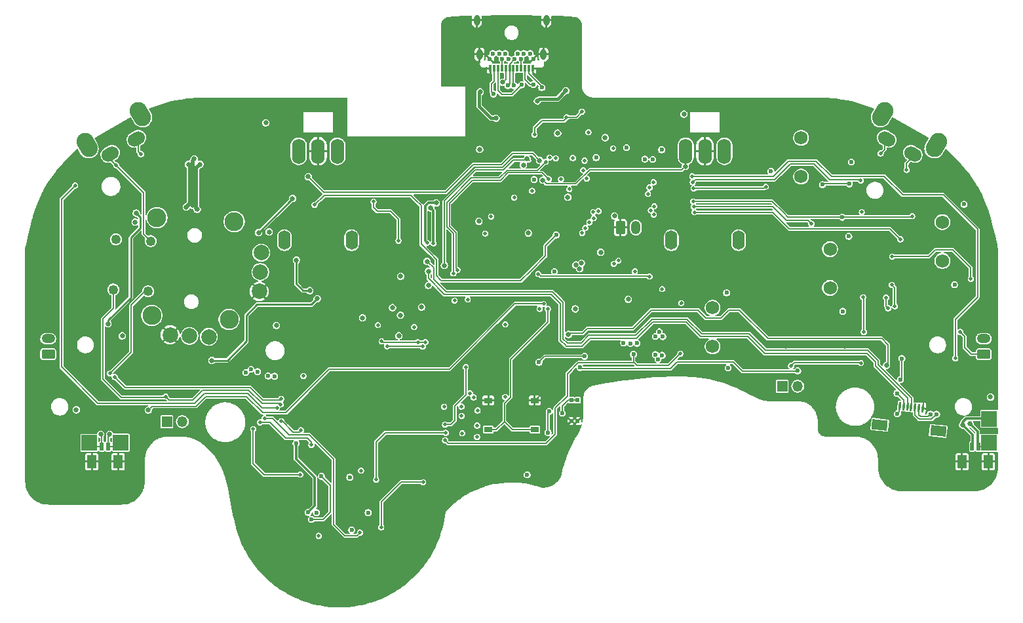
<source format=gbr>
%TF.GenerationSoftware,KiCad,Pcbnew,9.0.3*%
%TF.CreationDate,2025-09-30T10:08:22-07:00*%
%TF.ProjectId,UGC_Main_R5,5547435f-4d61-4696-9e5f-52352e6b6963,rev?*%
%TF.SameCoordinates,Original*%
%TF.FileFunction,Copper,L4,Bot*%
%TF.FilePolarity,Positive*%
%FSLAX46Y46*%
G04 Gerber Fmt 4.6, Leading zero omitted, Abs format (unit mm)*
G04 Created by KiCad (PCBNEW 9.0.3) date 2025-09-30 10:08:22*
%MOMM*%
%LPD*%
G01*
G04 APERTURE LIST*
G04 Aperture macros list*
%AMRoundRect*
0 Rectangle with rounded corners*
0 $1 Rounding radius*
0 $2 $3 $4 $5 $6 $7 $8 $9 X,Y pos of 4 corners*
0 Add a 4 corners polygon primitive as box body*
4,1,4,$2,$3,$4,$5,$6,$7,$8,$9,$2,$3,0*
0 Add four circle primitives for the rounded corners*
1,1,$1+$1,$2,$3*
1,1,$1+$1,$4,$5*
1,1,$1+$1,$6,$7*
1,1,$1+$1,$8,$9*
0 Add four rect primitives between the rounded corners*
20,1,$1+$1,$2,$3,$4,$5,0*
20,1,$1+$1,$4,$5,$6,$7,0*
20,1,$1+$1,$6,$7,$8,$9,0*
20,1,$1+$1,$8,$9,$2,$3,0*%
%AMHorizOval*
0 Thick line with rounded ends*
0 $1 width*
0 $2 $3 position (X,Y) of the first rounded end (center of the circle)*
0 $4 $5 position (X,Y) of the second rounded end (center of the circle)*
0 Add line between two ends*
20,1,$1,$2,$3,$4,$5,0*
0 Add two circle primitives to create the rounded ends*
1,1,$1,$2,$3*
1,1,$1,$4,$5*%
%AMRotRect*
0 Rectangle, with rotation*
0 The origin of the aperture is its center*
0 $1 length*
0 $2 width*
0 $3 Rotation angle, in degrees counterclockwise*
0 Add horizontal line*
21,1,$1,$2,0,0,$3*%
G04 Aperture macros list end*
%TA.AperFunction,ComponentPad*%
%ADD10R,1.350000X1.350000*%
%TD*%
%TA.AperFunction,ComponentPad*%
%ADD11O,1.350000X1.350000*%
%TD*%
%TA.AperFunction,ComponentPad*%
%ADD12C,1.750000*%
%TD*%
%TA.AperFunction,ComponentPad*%
%ADD13C,2.450000*%
%TD*%
%TA.AperFunction,ComponentPad*%
%ADD14C,1.250000*%
%TD*%
%TA.AperFunction,ComponentPad*%
%ADD15C,2.000000*%
%TD*%
%TA.AperFunction,ComponentPad*%
%ADD16HorizOval,2.250000X-0.250000X0.433013X0.250000X-0.433013X0*%
%TD*%
%TA.AperFunction,ComponentPad*%
%ADD17HorizOval,1.700000X0.259808X0.150000X-0.259808X-0.150000X0*%
%TD*%
%TA.AperFunction,ComponentPad*%
%ADD18HorizOval,2.250000X-0.250000X-0.433013X0.250000X0.433013X0*%
%TD*%
%TA.AperFunction,ComponentPad*%
%ADD19HorizOval,1.700000X0.259808X-0.150000X-0.259808X0.150000X0*%
%TD*%
%TA.AperFunction,SMDPad,CuDef*%
%ADD20R,1.000000X0.750000*%
%TD*%
%TA.AperFunction,ComponentPad*%
%ADD21O,1.772000X3.250000*%
%TD*%
%TA.AperFunction,SMDPad,CuDef*%
%ADD22R,2.000000X2.000000*%
%TD*%
%TA.AperFunction,SMDPad,CuDef*%
%ADD23R,0.500000X1.000000*%
%TD*%
%TA.AperFunction,SMDPad,CuDef*%
%ADD24R,1.200000X1.700000*%
%TD*%
%TA.AperFunction,SMDPad,CuDef*%
%ADD25R,0.500000X0.550000*%
%TD*%
%TA.AperFunction,ComponentPad*%
%ADD26RoundRect,0.250000X0.625000X-0.350000X0.625000X0.350000X-0.625000X0.350000X-0.625000X-0.350000X0*%
%TD*%
%TA.AperFunction,ComponentPad*%
%ADD27O,1.750000X1.200000*%
%TD*%
%TA.AperFunction,HeatsinkPad*%
%ADD28O,1.600000X2.500000*%
%TD*%
%TA.AperFunction,SMDPad,CuDef*%
%ADD29RotRect,0.300000X1.000000X174.000000*%
%TD*%
%TA.AperFunction,SMDPad,CuDef*%
%ADD30RotRect,2.000000X1.300000X174.000000*%
%TD*%
%TA.AperFunction,ComponentPad*%
%ADD31RoundRect,0.250000X-0.350000X-0.625000X0.350000X-0.625000X0.350000X0.625000X-0.350000X0.625000X0*%
%TD*%
%TA.AperFunction,ComponentPad*%
%ADD32O,1.200000X1.750000*%
%TD*%
%TA.AperFunction,SMDPad,CuDef*%
%ADD33R,0.300000X0.900000*%
%TD*%
%TA.AperFunction,ComponentPad*%
%ADD34C,0.600000*%
%TD*%
%TA.AperFunction,ComponentPad*%
%ADD35O,0.800000X1.400000*%
%TD*%
%TA.AperFunction,ViaPad*%
%ADD36C,0.600000*%
%TD*%
%TA.AperFunction,ViaPad*%
%ADD37C,0.500000*%
%TD*%
%TA.AperFunction,ViaPad*%
%ADD38C,0.650000*%
%TD*%
%TA.AperFunction,Conductor*%
%ADD39C,0.200000*%
%TD*%
%TA.AperFunction,Conductor*%
%ADD40C,0.150000*%
%TD*%
%TA.AperFunction,Conductor*%
%ADD41C,0.250000*%
%TD*%
%TA.AperFunction,Conductor*%
%ADD42C,0.300000*%
%TD*%
%TA.AperFunction,Conductor*%
%ADD43C,0.400000*%
%TD*%
%TA.AperFunction,Conductor*%
%ADD44C,0.500000*%
%TD*%
G04 APERTURE END LIST*
D10*
%TO.P,J8,1,Pin_1*%
%TO.N,Net-(D4A-A)*%
X126524000Y-70225200D03*
D11*
%TO.P,J8,2,Pin_2*%
%TO.N,G*%
X128524000Y-70225200D03*
%TD*%
D12*
%TO.P,SW2,1,1*%
%TO.N,I*%
X117524113Y-65092540D03*
%TO.P,SW2,2,2*%
%TO.N,X5*%
X117524113Y-60092540D03*
%TD*%
%TO.P,SW1,1,1*%
%TO.N,G*%
X132700457Y-57534400D03*
%TO.P,SW1,2,2*%
%TO.N,X2*%
X132700457Y-52534400D03*
%TD*%
%TO.P,SW3,1,1*%
%TO.N,G*%
X147213417Y-54044002D03*
%TO.P,SW3,2,2*%
%TO.N,X3*%
X147213417Y-49044002D03*
%TD*%
D13*
%TO.P,SW6,*%
%TO.N,*%
X45738339Y-48456388D03*
X45076289Y-61089052D03*
X55724635Y-48979748D03*
X55062585Y-61612412D03*
D14*
%TO.P,SW6,S1,1*%
%TO.N,H*%
X44928297Y-51493156D03*
%TO.P,SW6,S2,2*%
X44588113Y-57984248D03*
%TO.P,SW6,S3,3*%
%TO.N,LS_BTN_IN*%
X40434464Y-51257644D03*
%TO.P,SW6,S4,4*%
X40094280Y-57748736D03*
D15*
%TO.P,SW6,X1,GND*%
%TO.N,GND*%
X47448565Y-63591637D03*
%TO.P,SW6,X2,X_OUT*%
%TO.N,Net-(SW6-X_OUT)*%
X49945139Y-63722477D03*
%TO.P,SW6,X3,VCC*%
%TO.N,+3V3*%
X52441713Y-63853317D03*
%TO.P,SW6,Y1,GND*%
%TO.N,GND*%
X58957699Y-57986297D03*
%TO.P,SW6,Y2,Y_OUT*%
%TO.N,Net-(SW6-Y_OUT)*%
X59088539Y-55489723D03*
%TO.P,SW6,Y3,VCC*%
%TO.N,+3V3*%
X59219379Y-52993149D03*
%TD*%
D16*
%TO.P,SW7,*%
%TO.N,*%
X36684912Y-39094336D03*
X43613116Y-35094336D03*
D17*
%TO.P,SW7,1,1*%
%TO.N,H*%
X39710265Y-40234400D03*
%TO.P,SW7,2,2*%
%TO.N,Net-(D11A-A)*%
X43087763Y-38284400D03*
%TD*%
D18*
%TO.P,SW8,*%
%TO.N,*%
X139487798Y-35094336D03*
X146416002Y-39094336D03*
D19*
%TO.P,SW8,1,1*%
%TO.N,G*%
X140013151Y-38284400D03*
%TO.P,SW8,2,2*%
%TO.N,Net-(D5B-A)*%
X143390649Y-40234400D03*
%TD*%
D10*
%TO.P,J9,1,Pin_1*%
%TO.N,LS_BTN_IN*%
X47022000Y-74797200D03*
D11*
%TO.P,J9,2,Pin_2*%
%TO.N,H*%
X49022000Y-74797200D03*
%TD*%
D12*
%TO.P,SW4,1,1*%
%TO.N,G*%
X128958332Y-43162626D03*
%TO.P,SW4,2,2*%
%TO.N,X4*%
X128958332Y-38162626D03*
%TD*%
D20*
%TO.P,SW14,A,A*%
%TO.N,GND*%
X94550457Y-72059400D03*
%TO.P,SW14,B,B*%
X88550457Y-72059400D03*
%TO.P,SW14,C,C*%
%TO.N,RP_RUN*%
X94550457Y-75809400D03*
%TO.P,SW14,D,D*%
X88550457Y-75809400D03*
%TD*%
D21*
%TO.P,S6,1,Pin_1*%
%TO.N,+3V3*%
X119050457Y-39884400D03*
%TD*%
D22*
%TO.P,TP7,1,1*%
%TO.N,LRA_L+*%
X36998400Y-77540400D03*
%TD*%
D21*
%TO.P,S4,1,Pin_1*%
%TO.N,GND*%
X116550457Y-39884400D03*
%TD*%
%TO.P,S3,1,Pin_1*%
%TO.N,+3V3*%
X69050457Y-39884400D03*
%TD*%
D23*
%TO.P,J10,1,1*%
%TO.N,LRA_L-*%
X39430400Y-78014800D03*
%TO.P,J10,2,2*%
%TO.N,LRA_L+*%
X38630400Y-78014800D03*
D24*
%TO.P,J10,S1,SHIELD*%
%TO.N,GND*%
X40730400Y-79964800D03*
%TO.P,J10,S2,SHIELD*%
X37330400Y-79964800D03*
%TD*%
D22*
%TO.P,TP1,1,1*%
%TO.N,LRA_R-*%
X153262654Y-74456448D03*
%TD*%
D25*
%TO.P,SW15,1,1*%
%TO.N,GND*%
X100092000Y-74695600D03*
%TO.P,SW15,2,2*%
X99292000Y-74695600D03*
%TO.P,SW15,3,3*%
%TO.N,USB_BOOT*%
X100092000Y-72045600D03*
%TO.P,SW15,4,4*%
X99292000Y-72045600D03*
%TD*%
D22*
%TO.P,TP6,1,1*%
%TO.N,LRA_L-*%
X41062400Y-77515000D03*
%TD*%
D26*
%TO.P,J7,1,Pin_1*%
%TO.N,G*%
X152568400Y-66085000D03*
D27*
%TO.P,J7,2,Pin_2*%
%TO.N,Net-(D5C-A)*%
X152568400Y-64085000D03*
%TD*%
D21*
%TO.P,S5,1,Pin_1*%
%TO.N,ZR_ANALOG*%
X114050457Y-39884400D03*
%TD*%
D28*
%TO.P,RV2,MP*%
%TO.N,N/C*%
X120900457Y-51384400D03*
X112200457Y-51384400D03*
%TD*%
D22*
%TO.P,TP2,1,1*%
%TO.N,LRA_R+*%
X153266542Y-77546669D03*
%TD*%
D29*
%TO.P,J3,1,Pin_1*%
%TO.N,GND*%
X144680765Y-73078785D03*
%TO.P,J3,2,Pin_2*%
%TO.N,RS_B_OUT*%
X144183506Y-73026521D03*
%TO.P,J3,3,Pin_3*%
%TO.N,RS_B_IN*%
X143686243Y-72974253D03*
%TO.P,J3,4,Pin_4*%
%TO.N,RY*%
X143188983Y-72921993D03*
%TO.P,J3,5,Pin_5*%
%TO.N,RX*%
X142691722Y-72869728D03*
%TO.P,J3,6,Pin_6*%
%TO.N,+3V3*%
X142194460Y-72817464D03*
%TO.P,J3,7,Pin_7*%
%TO.N,RGB_OUT_CSTICK*%
X141697200Y-72765200D03*
D30*
%TO.P,J3,P1*%
%TO.N,N/C*%
X146685936Y-76004408D03*
%TO.P,J3,P2*%
X139127576Y-75209993D03*
%TD*%
D23*
%TO.P,J1,1,1*%
%TO.N,LRA_R+*%
X151850800Y-78014800D03*
%TO.P,J1,2,2*%
%TO.N,LRA_R-*%
X151050800Y-78014800D03*
D24*
%TO.P,J1,S1,SHIELD*%
%TO.N,GND*%
X153150800Y-79964800D03*
%TO.P,J1,S2,SHIELD*%
X149750800Y-79964800D03*
%TD*%
D31*
%TO.P,B1,1,Pin_1*%
%TO.N,GND*%
X105614396Y-49735471D03*
D32*
%TO.P,B1,2,Pin_2*%
%TO.N,BATTERY_POS*%
X107614396Y-49735471D03*
%TD*%
D26*
%TO.P,J6,1,Pin_1*%
%TO.N,H*%
X31689800Y-66085000D03*
D27*
%TO.P,J6,2,Pin_2*%
%TO.N,Net-(D11C-A)*%
X31689800Y-64085000D03*
%TD*%
D33*
%TO.P,J11,A1,GND_1*%
%TO.N,GND*%
X88800457Y-29181200D03*
%TO.P,J11,A2,SSTXP1*%
%TO.N,+3V3_PRE*%
X89300457Y-29181200D03*
%TO.P,J11,A3,SSTXN1*%
%TO.N,N_CLOCK*%
X89800457Y-29181200D03*
%TO.P,J11,A4,VBUS_1*%
%TO.N,VBUS*%
X90300457Y-29181200D03*
%TO.P,J11,A5,CC1*%
%TO.N,CC1*%
X90800457Y-29181200D03*
%TO.P,J11,A6,DP1*%
%TO.N,D+*%
X91300457Y-29181200D03*
%TO.P,J11,A7,DN1*%
%TO.N,D-*%
X91800457Y-29181200D03*
%TO.P,J11,A8,SBU1*%
%TO.N,unconnected-(J11-SBU1-PadA8)*%
X92300457Y-29181200D03*
%TO.P,J11,A9,VBUS_2*%
%TO.N,VBUS*%
X92800457Y-29181200D03*
%TO.P,J11,A10,SSRXN2*%
%TO.N,N_LATCH*%
X93300457Y-29181200D03*
%TO.P,J11,A11,SSRXP2*%
%TO.N,N_DATA*%
X93800457Y-29181200D03*
%TO.P,J11,A12,GND_2*%
%TO.N,GND*%
X94300457Y-29181200D03*
D34*
%TO.P,J11,B1,GND_3*%
X94350457Y-27971200D03*
%TO.P,J11,B2,SSTXP2*%
%TO.N,+3V3_PRE*%
X93950457Y-27271200D03*
%TO.P,J11,B3,SSTXN2*%
%TO.N,N_CLOCK*%
X93150457Y-27271200D03*
%TO.P,J11,B4,VBUS_3*%
%TO.N,VBUS*%
X92750457Y-27971200D03*
%TO.P,J11,B5,CC2*%
%TO.N,CC2*%
X92350457Y-27271200D03*
%TO.P,J11,B6,DP2*%
%TO.N,D+*%
X91950457Y-27971200D03*
%TO.P,J11,B7,DN2*%
%TO.N,D-*%
X91150457Y-27971200D03*
%TO.P,J11,B8,SBU2*%
%TO.N,unconnected-(J11-SBU2-PadB8)*%
X90750457Y-27271200D03*
%TO.P,J11,B9,VBUS_4*%
%TO.N,VBUS*%
X90350457Y-27971200D03*
%TO.P,J11,B10,SSRXN1*%
%TO.N,N_LATCH*%
X89950457Y-27271200D03*
%TO.P,J11,B11,SSRXP1*%
%TO.N,N_DATA*%
X89150457Y-27271200D03*
%TO.P,J11,B12,GND_4*%
%TO.N,GND*%
X88750457Y-27971200D03*
D35*
%TO.P,J11,MH1,MH1*%
X87420457Y-27381200D03*
%TO.P,J11,MH2,MH2*%
X95680457Y-27381200D03*
%TO.P,J11,MH3,MH3*%
X96040457Y-22981200D03*
%TO.P,J11,MH4,MH4*%
X87060457Y-22981200D03*
%TD*%
D28*
%TO.P,RV1,MP*%
%TO.N,N/C*%
X70900457Y-51384400D03*
X62200457Y-51384400D03*
%TD*%
D21*
%TO.P,S1,1,Pin_1*%
%TO.N,GND*%
X66550457Y-39884400D03*
%TD*%
%TO.P,S2,1,Pin_1*%
%TO.N,ZL_ANALOG*%
X64050457Y-39884400D03*
%TD*%
D36*
%TO.N,GND*%
X147698400Y-74797200D03*
D37*
X83036800Y-55370000D03*
D38*
X97236800Y-61710000D03*
D37*
X68696800Y-67510000D03*
D38*
X112786800Y-60990000D03*
X99796800Y-65630000D03*
D37*
X129650298Y-59192670D03*
D38*
X90616800Y-57440000D03*
D37*
X75306800Y-54600000D03*
D38*
X131436800Y-65020000D03*
D37*
X134391400Y-45923200D03*
D36*
X35017200Y-75711600D03*
D37*
X87326800Y-42840000D03*
D36*
X151450800Y-80385200D03*
D37*
X88656800Y-41100000D03*
D38*
X78036800Y-47190000D03*
D37*
X67106800Y-58420000D03*
D38*
X126976800Y-66570000D03*
D36*
X33975800Y-75762400D03*
D37*
X75346800Y-53500000D03*
D38*
X84676800Y-48960000D03*
D37*
X96612200Y-45866600D03*
D36*
X102368831Y-49764722D03*
D37*
X81456800Y-67530000D03*
D36*
X145338800Y-55448200D03*
D38*
X123336800Y-65880000D03*
D37*
X105906800Y-41030000D03*
X91964000Y-33598400D03*
X72586800Y-55400000D03*
D38*
X112786800Y-62530000D03*
X138553219Y-68390781D03*
X87376800Y-57440000D03*
D36*
X43018200Y-78073800D03*
X67866800Y-87725000D03*
D38*
X140819625Y-68340297D03*
D37*
X144338800Y-71342800D03*
D38*
X102571326Y-57417615D03*
D37*
X87266800Y-41060000D03*
X74996800Y-46933400D03*
D36*
X151476200Y-79648600D03*
D37*
X96612200Y-71876200D03*
X73816800Y-68550000D03*
D36*
X98346800Y-52430000D03*
X30038800Y-79928000D03*
X94796800Y-58960000D03*
D38*
X134566800Y-66590000D03*
D36*
X42434000Y-80486800D03*
D37*
X88666800Y-42840000D03*
D38*
X146624800Y-70682400D03*
D37*
X83406800Y-50840000D03*
X91406945Y-50230811D03*
D36*
X123545600Y-38912800D03*
X32959800Y-70072800D03*
X94796800Y-57460000D03*
D37*
X78526800Y-53100000D03*
X96306800Y-33790000D03*
X83286800Y-68530000D03*
X107178600Y-61690800D03*
D38*
X134566800Y-65030000D03*
D37*
X134442200Y-45085000D03*
X102496800Y-46500000D03*
X101515822Y-55171319D03*
D38*
X90616800Y-59020000D03*
X84496800Y-57390000D03*
X139256800Y-66440000D03*
D37*
X73506800Y-54610000D03*
X83426800Y-54090000D03*
D36*
X51374800Y-76626000D03*
D37*
X95621600Y-73374800D03*
X69426800Y-53950000D03*
X70716800Y-68540000D03*
D38*
X126976800Y-65030000D03*
D37*
X96306800Y-32520000D03*
X48951827Y-66411761D03*
X75346800Y-55780000D03*
X82346800Y-50830000D03*
X68476800Y-57020000D03*
D38*
X73526800Y-43150000D03*
D37*
X81466800Y-68540000D03*
D38*
X97296800Y-57640000D03*
D37*
X73816800Y-67500000D03*
D38*
X147457119Y-72582121D03*
X111979200Y-66085000D03*
D36*
X67716800Y-80450000D03*
D38*
X100815554Y-57440566D03*
D37*
X66026800Y-57310000D03*
D38*
X131436800Y-66590000D03*
D37*
X77100680Y-54633575D03*
D36*
X72041800Y-83400000D03*
D38*
X137976800Y-67330000D03*
D36*
X93141800Y-39370000D03*
D37*
X82346800Y-53640000D03*
D38*
X140305819Y-70143381D03*
D37*
X83276800Y-67510000D03*
D36*
X115849400Y-56997600D03*
D38*
X112004600Y-64281600D03*
D37*
X70106800Y-55440000D03*
X103698800Y-57855400D03*
D38*
X144694400Y-69209200D03*
X99796800Y-64070000D03*
D37*
X72586800Y-53920000D03*
D36*
X65416800Y-83300000D03*
D38*
X83246800Y-59900000D03*
D37*
X95748600Y-71393600D03*
X67436800Y-55930000D03*
D38*
X87376800Y-58990000D03*
D37*
X79536800Y-67520000D03*
X68716800Y-68550000D03*
D38*
X83306800Y-38820000D03*
X74156800Y-39220000D03*
D36*
X146608800Y-44551600D03*
X96116800Y-55450000D03*
D37*
X70726800Y-67520000D03*
X90556800Y-35470000D03*
X106506800Y-41050000D03*
X79536800Y-68560000D03*
X126088961Y-45100220D03*
D38*
X124636800Y-65020000D03*
X143002025Y-70440375D03*
D37*
X76326800Y-68540000D03*
D36*
X42510200Y-79572400D03*
D37*
X65618722Y-58871630D03*
D38*
X96866800Y-59480000D03*
D37*
X83586800Y-54910000D03*
X76336800Y-67530000D03*
D36*
X29911800Y-78988200D03*
X34026600Y-70580800D03*
D37*
X95774000Y-72689000D03*
D36*
X97136800Y-52010000D03*
D38*
%TO.N,LX*%
X66446800Y-58920000D03*
X52822600Y-66897800D03*
%TO.N,LY*%
X63744600Y-53943800D03*
X65497200Y-57880800D03*
D37*
%TO.N,Net-(D4A-A)*%
X136686800Y-67230000D03*
X115179600Y-47771600D03*
X139944600Y-58795200D03*
X140198600Y-60141400D03*
X141781000Y-51259000D03*
X127666800Y-67600000D03*
D38*
%TO.N,RX*%
X80816800Y-55380000D03*
%TO.N,RY*%
X80645207Y-54107034D03*
D37*
%TO.N,+1V1*%
X100981000Y-41091400D03*
X99013889Y-44784889D03*
X94199200Y-45003000D03*
D38*
%TO.N,LRA_R*%
X98906800Y-63550000D03*
X140003413Y-67526910D03*
%TO.N,VBUS_SYS*%
X104867070Y-48247982D03*
X103649263Y-38141371D03*
X106645200Y-58998400D03*
D36*
%TO.N,BTN_PWR*%
X96282000Y-76219600D03*
X96409893Y-73487482D03*
D37*
X109388400Y-56052000D03*
X94996800Y-55720000D03*
D36*
%TO.N,D+*%
X91086800Y-31410000D03*
%TO.N,D-*%
X91880381Y-31407751D03*
D38*
%TO.N,SL_RGB*%
X58867800Y-50387800D03*
X63262000Y-45993600D03*
%TO.N,Net-(L2-DOUT)*%
X39411400Y-62148000D03*
X43069000Y-47873200D03*
%TO.N,WL_D*%
X81116800Y-47220000D03*
D37*
X81466800Y-51770000D03*
D36*
%TO.N,N_LATCH*%
X94400918Y-31252481D03*
%TO.N,N_DATA*%
X95461924Y-31666533D03*
%TO.N,N_CLOCK*%
X92842891Y-31313909D03*
%TO.N,RP_RUN*%
X97096800Y-55420000D03*
D37*
X96246800Y-60260000D03*
D36*
X102479600Y-40710400D03*
D37*
%TO.N,USB_BOOT*%
X88146800Y-50500000D03*
X84191600Y-59176200D03*
D36*
X98106800Y-73700000D03*
D37*
%TO.N,RGB_OUT*%
X66106800Y-46806400D03*
D36*
X97316800Y-50710000D03*
D37*
%TO.N,SHARED_PU*%
X98656800Y-35480000D03*
X100636800Y-34780000D03*
X94526800Y-37740000D03*
D38*
%TO.N,WL_CLK*%
X81836800Y-46560000D03*
D37*
X80639021Y-51716013D03*
%TO.N,Net-(P1A-DO)*%
X76936800Y-51420000D03*
X73721706Y-46396318D03*
D36*
%TO.N,DPAD_RGB*%
X63716800Y-77600000D03*
X65291800Y-86525000D03*
D38*
%TO.N,ZL_ANALOG*%
X95186800Y-41070000D03*
X65288300Y-43168500D03*
%TO.N,ZR_ANALOG*%
X95596602Y-43635664D03*
X114011200Y-41828000D03*
D36*
%TO.N,E*%
X60934410Y-68926935D03*
D37*
X85182200Y-76295800D03*
X109388400Y-44571200D03*
X102122524Y-47746201D03*
%TO.N,D*%
X102784400Y-47619200D03*
X109178329Y-45389800D03*
D36*
X60112400Y-68904400D03*
D37*
X87112600Y-75305200D03*
D38*
%TO.N,+3V3_PRE*%
X94891839Y-33401682D03*
D36*
X89232046Y-32499711D03*
D38*
X98566800Y-32060000D03*
D37*
%TO.N,C*%
X101266964Y-43416757D03*
X85106000Y-74060600D03*
D36*
X58740800Y-68345600D03*
D37*
X109987656Y-46994138D03*
D38*
%TO.N,VBUS*%
X103070890Y-52929819D03*
X87436800Y-39650000D03*
X89548468Y-35615369D03*
X87491800Y-32225000D03*
%TO.N,CC1*%
X90416800Y-30980000D03*
D37*
%TO.N,Net-(D5B-A)*%
X142586200Y-42285200D03*
X114951000Y-43885400D03*
X136668000Y-43682200D03*
%TO.N,A*%
X99482400Y-40761200D03*
X109920704Y-48069539D03*
X85080600Y-72841400D03*
D36*
X57216800Y-68447200D03*
%TO.N,B*%
X57877200Y-68040800D03*
D37*
X109540858Y-47501928D03*
X87163400Y-73349400D03*
X100803200Y-42336000D03*
D36*
%TO.N,+3V3*%
X119532400Y-67868800D03*
D38*
X100346000Y-55061400D03*
D36*
X66341800Y-86550000D03*
D38*
X99863400Y-54578800D03*
X76986800Y-63720000D03*
X87336800Y-48930000D03*
X50358800Y-46882600D03*
D37*
X88913505Y-48320895D03*
D38*
X41265600Y-63722800D03*
X50562000Y-40888200D03*
D36*
X135458200Y-41275000D03*
D38*
X93725368Y-50448972D03*
D36*
X110633000Y-63189400D03*
D38*
X61179200Y-62376600D03*
X100566800Y-54350000D03*
X79926800Y-60000000D03*
D37*
X74277000Y-62331600D03*
X101486800Y-37440000D03*
D36*
X111097890Y-63818176D03*
D38*
X76176800Y-60080000D03*
X59807600Y-36214600D03*
D36*
X125069600Y-42468800D03*
D37*
X104673400Y-39522400D03*
D36*
X73016800Y-86550000D03*
D38*
X153432000Y-71622200D03*
D36*
X110480600Y-66745400D03*
X148783800Y-57118800D03*
X110150400Y-66135800D03*
X150012400Y-46736000D03*
D38*
X42916600Y-49033609D03*
X72296800Y-61400000D03*
D36*
X70891800Y-88775000D03*
D38*
X113833113Y-35101197D03*
D36*
X93564200Y-81655200D03*
D38*
X49520600Y-47085800D03*
D36*
X110947200Y-39700200D03*
D38*
X98815513Y-45827469D03*
D36*
X134356600Y-60547800D03*
X111014000Y-66237400D03*
D38*
X93072082Y-41663573D03*
X77236800Y-56020000D03*
X35322000Y-73273200D03*
X49825400Y-41574000D03*
X80816800Y-57200000D03*
D36*
X141339496Y-71141704D03*
D38*
X60239400Y-50311600D03*
X51298600Y-41574000D03*
D36*
X110150400Y-63799000D03*
D37*
X78957600Y-62585600D03*
D36*
X119329200Y-58166000D03*
D38*
X97509800Y-37557700D03*
D37*
X107486800Y-55400000D03*
D36*
X70641800Y-81975000D03*
D37*
X97933000Y-43504400D03*
D38*
X50943000Y-47390600D03*
D36*
X135128000Y-50876200D03*
D37*
X91887800Y-45866600D03*
D38*
X77198000Y-61061600D03*
X99785085Y-60235989D03*
D37*
%TO.N,F*%
X64659000Y-68904400D03*
X87087200Y-76778400D03*
X109904329Y-43892522D03*
X102174800Y-48533600D03*
D36*
%TO.N,RS_B_OUT*%
X145659600Y-73832000D03*
D37*
%TO.N,Net-(D5C-A)*%
X114900200Y-43123400D03*
X148885400Y-66618400D03*
D36*
%TO.N,Net-(D8C-A)*%
X66991800Y-81850000D03*
D37*
X64354200Y-75914800D03*
X61820070Y-74727422D03*
D36*
X65716800Y-87425000D03*
D37*
%TO.N,Net-(D8B-A)*%
X59629800Y-74365400D03*
X71974200Y-89122800D03*
%TO.N,Net-(D8A-A)*%
X59045600Y-74898800D03*
X65700400Y-77800200D03*
D36*
%TO.N,RS_B_IN*%
X146472400Y-73832000D03*
D37*
%TO.N,Net-(D11A-A)*%
X61238767Y-73053702D03*
X35169600Y-44317200D03*
X43678600Y-40253200D03*
%TO.N,Net-(D11C-A)*%
X61791184Y-71864380D03*
X40300400Y-69031400D03*
%TO.N,Net-(D12C-A)*%
X82836957Y-72873074D03*
X90719400Y-71622200D03*
%TO.N,Net-(D12A-A)*%
X86655400Y-71673000D03*
X90744800Y-62249600D03*
%TO.N,Net-(D12B-A)*%
X86198200Y-71139600D03*
X85893400Y-59023800D03*
%TO.N,Net-(D13A-A)*%
X85639400Y-67761400D03*
X82972400Y-75178200D03*
%TO.N,Net-(D13B-A)*%
X83048600Y-76245000D03*
X74070604Y-82286141D03*
%TO.N,H*%
X64252600Y-81629800D03*
X101084505Y-49793263D03*
X66640200Y-89554600D03*
X40478200Y-41701000D03*
X72101200Y-81121800D03*
X58182000Y-75737000D03*
X39665400Y-68574200D03*
%TO.N,G*%
X136795000Y-47746200D03*
X140681200Y-57144200D03*
X141062200Y-59887400D03*
D36*
X100396800Y-67812200D03*
D37*
X149520400Y-63214800D03*
D36*
X131724400Y-44196000D03*
D37*
X137074400Y-63214800D03*
X150892000Y-56356800D03*
X140732000Y-53486600D03*
X101602338Y-49074007D03*
D36*
X135204200Y-44105200D03*
D37*
X136972800Y-58744400D03*
X139246100Y-40164300D03*
D36*
X128524000Y-68240000D03*
D37*
%TO.N,I*%
X80127600Y-82620400D03*
X100673521Y-50449696D03*
X95184921Y-60243838D03*
D36*
X100981000Y-66364400D03*
D37*
X74717400Y-88437000D03*
D36*
X95088200Y-67126400D03*
D37*
X111014000Y-57677600D03*
%TO.N,LS_BTN_IN*%
X46853600Y-71546000D03*
X61739192Y-72579273D03*
%TO.N,LRA_L*%
X95706800Y-59600000D03*
D38*
X44618400Y-73298600D03*
%TO.N,LRA_L+*%
X38477063Y-76438533D03*
%TO.N,LRA_R+*%
X150765000Y-75051200D03*
%TO.N,LRA_R-*%
X149825200Y-75229000D03*
%TO.N,LRA_L-*%
X39635797Y-76446991D03*
D37*
%TO.N,X2*%
X130292600Y-49244800D03*
X115103400Y-47060400D03*
D36*
X107754913Y-64668996D03*
%TO.N,X3*%
X134255000Y-48406600D03*
D37*
X115001800Y-46374600D03*
D36*
X106899200Y-64688000D03*
D37*
X143322800Y-48279600D03*
%TO.N,X4*%
X115078000Y-44698200D03*
X124399800Y-44469600D03*
D36*
X106022900Y-64624500D03*
D37*
%TO.N,X5*%
X113477800Y-59481000D03*
D36*
X107305600Y-66110400D03*
D37*
X113350800Y-66034200D03*
X82972400Y-77210200D03*
D36*
%TO.N,I2C1_SCL*%
X109796449Y-40925254D03*
D37*
X96465128Y-40706395D03*
X104767947Y-54432447D03*
%TO.N,I2C1_SDA*%
X105351436Y-54012671D03*
X97256800Y-40800000D03*
D36*
X108778144Y-40896591D03*
D37*
%TO.N,I2C0_SCL*%
X79446836Y-64531961D03*
X95951600Y-41255200D03*
X80446800Y-64530000D03*
X74766800Y-64430000D03*
X84039219Y-55648800D03*
%TO.N,I2C0_SDA*%
X84556800Y-55210000D03*
X75466800Y-65050000D03*
X96366800Y-43490000D03*
X80086800Y-65080000D03*
D38*
%TO.N,ADC_MUX_OUT*%
X82876800Y-54630000D03*
X93561267Y-40882569D03*
D36*
%TO.N,RGB_OUT_CSTICK*%
X141984509Y-66635891D03*
X141798800Y-69361600D03*
X141392400Y-73781200D03*
%TO.N,BAT_MON*%
X106400600Y-39420800D03*
X94456800Y-43530000D03*
%TD*%
D39*
%TO.N,GND*%
X94550457Y-72059400D02*
X96429000Y-72059400D01*
X96429000Y-72059400D02*
X96612200Y-71876200D01*
X95216257Y-71393600D02*
X94550457Y-72059400D01*
X94300435Y-29159400D02*
X94300435Y-29713635D01*
X88800435Y-29936365D02*
X88696800Y-30040000D01*
D40*
X106486800Y-41030000D02*
X105906800Y-41030000D01*
D39*
X95748600Y-71393600D02*
X95216257Y-71393600D01*
X94300435Y-29713635D02*
X94536800Y-29950000D01*
D40*
X106506800Y-41050000D02*
X106486800Y-41030000D01*
D39*
X88800435Y-29159400D02*
X88800435Y-29936365D01*
D41*
%TO.N,LX*%
X58690000Y-59684200D02*
X57318400Y-61055800D01*
X54803800Y-66897800D02*
X52822600Y-66897800D01*
X65682600Y-59684200D02*
X58690000Y-59684200D01*
X66446800Y-58920000D02*
X65682600Y-59684200D01*
X57318400Y-61055800D02*
X57318400Y-64383200D01*
X57318400Y-64383200D02*
X54803800Y-66897800D01*
%TO.N,LY*%
X64608200Y-57880800D02*
X65497200Y-57880800D01*
X64201800Y-57474400D02*
X64608200Y-57880800D01*
X63744600Y-57017200D02*
X64201800Y-57474400D01*
X63744600Y-53943800D02*
X63744600Y-57017200D01*
D39*
%TO.N,Net-(D4A-A)*%
X139944600Y-59887400D02*
X140198600Y-60141400D01*
X127422400Y-49879800D02*
X125314200Y-47771600D01*
X128066800Y-67200000D02*
X136656800Y-67200000D01*
X125314200Y-47771600D02*
X115179600Y-47771600D01*
X136656800Y-67200000D02*
X136686800Y-67230000D01*
X139944600Y-58795200D02*
X139944600Y-59887400D01*
X140401800Y-49879800D02*
X127422400Y-49879800D01*
X141781000Y-51259000D02*
X140401800Y-49879800D01*
X127666800Y-67600000D02*
X128066800Y-67200000D01*
%TO.N,RX*%
X109825800Y-61931000D02*
X114091412Y-61931000D01*
X80816800Y-55380000D02*
X80816800Y-56300000D01*
X138565800Y-67085388D02*
X138565800Y-67590189D01*
X82941412Y-58381000D02*
X96671412Y-58381000D01*
X115972826Y-63811000D02*
X115981826Y-63820000D01*
X82896800Y-58380000D02*
X82940412Y-58380000D01*
X138565800Y-67590189D02*
X142691722Y-71716111D01*
X80816800Y-56300000D02*
X82896800Y-58380000D01*
X122095239Y-63820000D02*
X124236239Y-65961000D01*
X142691722Y-71716111D02*
X142691722Y-72869728D01*
X115971412Y-63811000D02*
X115972826Y-63811000D01*
X107696800Y-64060000D02*
X109825800Y-61931000D01*
X98601412Y-65011000D02*
X98602826Y-65011000D01*
X137470412Y-65990000D02*
X138565800Y-67085388D01*
X98602826Y-65011000D02*
X98641826Y-65050000D01*
X115981826Y-63820000D02*
X122095239Y-63820000D01*
X124237653Y-65961000D02*
X124266653Y-65990000D01*
X96671412Y-58381000D02*
X97855800Y-59565388D01*
X98641826Y-65050000D02*
X100646800Y-65050000D01*
X97855800Y-59565388D02*
X97855800Y-64265389D01*
X124266653Y-65990000D02*
X137470412Y-65990000D01*
X101636800Y-64060000D02*
X107696800Y-64060000D01*
X114091412Y-61931000D02*
X115971412Y-63811000D01*
X82940412Y-58380000D02*
X82941412Y-58381000D01*
X97855800Y-64265389D02*
X98601412Y-65011000D01*
X100646800Y-65050000D02*
X101636800Y-64060000D01*
X124236239Y-65961000D02*
X124237653Y-65961000D01*
%TO.N,RY*%
X81486800Y-56430000D02*
X81486800Y-54948627D01*
X98746800Y-64660000D02*
X98206800Y-64120000D01*
X114236800Y-61580000D02*
X109676800Y-61580000D01*
X137586800Y-65610000D02*
X124381627Y-65610000D01*
X98206800Y-64120000D02*
X98206800Y-59420000D01*
X96816800Y-58030000D02*
X83086800Y-58030000D01*
X122231627Y-63460000D02*
X116116800Y-63460000D01*
X143221200Y-71749200D02*
X138916800Y-67444800D01*
X143221200Y-72889776D02*
X143221200Y-71749200D01*
X138916800Y-66940000D02*
X137586800Y-65610000D01*
X116116800Y-63460000D02*
X114236800Y-61580000D01*
X81486800Y-54948627D02*
X80645207Y-54107034D01*
X100526800Y-64660000D02*
X98746800Y-64660000D01*
X83086800Y-58030000D02*
X81486800Y-56430000D01*
X101526800Y-63660000D02*
X100526800Y-64660000D01*
X143188983Y-72921993D02*
X143221200Y-72889776D01*
X107596800Y-63660000D02*
X101526800Y-63660000D01*
X138916800Y-67444800D02*
X138916800Y-66940000D01*
X124381627Y-65610000D02*
X122231627Y-63460000D01*
X109676800Y-61580000D02*
X107596800Y-63660000D01*
X98206800Y-59420000D02*
X96816800Y-58030000D01*
%TO.N,LRA_R*%
X140198600Y-64891200D02*
X140198600Y-67331723D01*
X124686800Y-64090000D02*
X139397400Y-64090000D01*
X118591400Y-61442600D02*
X119634000Y-60400000D01*
X139397400Y-64090000D02*
X140198600Y-64891200D01*
X120996800Y-60400000D02*
X124686800Y-64090000D01*
X116663400Y-61442600D02*
X118591400Y-61442600D01*
X109596800Y-60400000D02*
X115620800Y-60400000D01*
X107236800Y-62760000D02*
X109596800Y-60400000D01*
X100716800Y-63400000D02*
X101356800Y-62760000D01*
X115620800Y-60400000D02*
X116663400Y-61442600D01*
X119634000Y-60400000D02*
X120996800Y-60400000D01*
X99056800Y-63400000D02*
X100716800Y-63400000D01*
X98906800Y-63550000D02*
X99056800Y-63400000D01*
X140198600Y-67331723D02*
X140003413Y-67526910D01*
X101356800Y-62760000D02*
X107236800Y-62760000D01*
D40*
%TO.N,BTN_PWR*%
X95276800Y-56000000D02*
X94996800Y-55720000D01*
X109388400Y-56052000D02*
X109336400Y-56000000D01*
X109336400Y-56000000D02*
X95276800Y-56000000D01*
D39*
X96282000Y-73615375D02*
X96282000Y-76219600D01*
X96409893Y-73487482D02*
X96282000Y-73615375D01*
%TO.N,D+*%
X91950435Y-28012305D02*
X91950435Y-27954400D01*
X91086800Y-31410000D02*
X91300435Y-31196365D01*
X91300435Y-28662305D02*
X91950435Y-28012305D01*
X91300435Y-31196365D02*
X91300435Y-28662305D01*
%TO.N,D-*%
X91880381Y-31407751D02*
X91800435Y-31327805D01*
X91800435Y-31327805D02*
X91800435Y-29159400D01*
D41*
%TO.N,SL_RGB*%
X58867800Y-50387800D02*
X63262000Y-45993600D01*
%TO.N,Net-(L2-DOUT)*%
X39411400Y-61716200D02*
X39411400Y-62148000D01*
X43069000Y-47873200D02*
X43577000Y-48381200D01*
X43577000Y-49829000D02*
X42357800Y-51048200D01*
X42357800Y-58769800D02*
X39411400Y-61716200D01*
X43577000Y-48381200D02*
X43577000Y-49829000D01*
X42357800Y-51048200D02*
X42357800Y-58769800D01*
D42*
%TO.N,WL_D*%
X81116800Y-47220000D02*
X81466800Y-47570000D01*
X81466800Y-47570000D02*
X81466800Y-51770000D01*
D39*
%TO.N,N_LATCH*%
X93300435Y-30633635D02*
X93300435Y-29159400D01*
X93919281Y-31252481D02*
X93300435Y-30633635D01*
X94400918Y-31252481D02*
X93919281Y-31252481D01*
%TO.N,N_DATA*%
X95461924Y-31525124D02*
X93800435Y-29863635D01*
X93800435Y-29863635D02*
X93800435Y-29159400D01*
X95461924Y-31666533D02*
X95461924Y-31525124D01*
%TO.N,N_CLOCK*%
X92842891Y-31313909D02*
X91576800Y-32580000D01*
X89800435Y-32083635D02*
X89800435Y-29159400D01*
X90296800Y-32580000D02*
X89800435Y-32083635D01*
X91576800Y-32580000D02*
X90296800Y-32580000D01*
%TO.N,RP_RUN*%
X91655400Y-75809400D02*
X90617800Y-74771800D01*
D40*
X96246800Y-60260000D02*
X96246800Y-61960000D01*
X91439372Y-66767428D02*
X91439372Y-71643850D01*
D39*
X94550457Y-75809400D02*
X91655400Y-75809400D01*
D40*
X96246800Y-61960000D02*
X91439372Y-66767428D01*
D39*
X88550457Y-75809400D02*
X89580200Y-75809400D01*
X89580200Y-75809400D02*
X90617800Y-74771800D01*
D40*
X91439372Y-71643850D02*
X90617800Y-72465422D01*
D39*
X90617800Y-74771800D02*
X90617800Y-72465422D01*
D40*
%TO.N,USB_BOOT*%
X99292000Y-72045600D02*
X100092000Y-72045600D01*
X98106800Y-72769200D02*
X98830400Y-72045600D01*
X98830400Y-72045600D02*
X99292000Y-72045600D01*
X98106800Y-73700000D02*
X98106800Y-72769200D01*
D39*
%TO.N,RGB_OUT*%
X85266800Y-56610000D02*
X92726800Y-56610000D01*
X66106800Y-46806400D02*
X67343200Y-45570000D01*
X81066800Y-53080000D02*
X81856800Y-53870000D01*
X95916800Y-52110000D02*
X97316800Y-50710000D01*
X67343200Y-45570000D02*
X68816800Y-45570000D01*
X79866800Y-46900000D02*
X79866800Y-49640000D01*
X81856800Y-55960000D02*
X82386800Y-56490000D01*
X94106800Y-55230000D02*
X95916800Y-53420000D01*
X95916800Y-53420000D02*
X95916800Y-52570000D01*
X82506800Y-56610000D02*
X85266800Y-56610000D01*
X79866800Y-51880000D02*
X81066800Y-53080000D01*
X68816800Y-45570000D02*
X78536800Y-45570000D01*
X81856800Y-53870000D02*
X81856800Y-55460000D01*
X78536800Y-45570000D02*
X79086800Y-46120000D01*
X79086800Y-46120000D02*
X79866800Y-46900000D01*
X95916800Y-52570000D02*
X95916800Y-52110000D01*
X92726800Y-56610000D02*
X94106800Y-55230000D01*
X81856800Y-55460000D02*
X81856800Y-55960000D01*
X79866800Y-49640000D02*
X79866800Y-51880000D01*
X82386800Y-56490000D02*
X82506800Y-56610000D01*
%TO.N,SHARED_PU*%
X99936800Y-35480000D02*
X98656800Y-35480000D01*
X98316800Y-35960000D02*
X98656800Y-35620000D01*
X95446800Y-35960000D02*
X98316800Y-35960000D01*
X100636800Y-34780000D02*
X99936800Y-35480000D01*
X94526800Y-37740000D02*
X94526800Y-36880000D01*
X98656800Y-35620000D02*
X98656800Y-35480000D01*
X94526800Y-36880000D02*
X95446800Y-35960000D01*
D42*
%TO.N,WL_CLK*%
X80396800Y-51473792D02*
X80396800Y-46970000D01*
X80639021Y-51716013D02*
X80396800Y-51473792D01*
X80806800Y-46560000D02*
X81836800Y-46560000D01*
X80396800Y-46970000D02*
X80806800Y-46560000D01*
D39*
%TO.N,Net-(P1A-DO)*%
X75936800Y-47650000D02*
X74216800Y-47650000D01*
X76936800Y-51420000D02*
X76936800Y-48650000D01*
X74216800Y-47650000D02*
X73721706Y-47154906D01*
X73721706Y-47154906D02*
X73721706Y-46396318D01*
X76936800Y-48650000D02*
X75936800Y-47650000D01*
D42*
%TO.N,DPAD_RGB*%
X66141800Y-85675000D02*
X65291800Y-86525000D01*
X66141800Y-82025000D02*
X66141800Y-85675000D01*
X63716800Y-79600000D02*
X66141800Y-82025000D01*
X63716800Y-77600000D02*
X63716800Y-79600000D01*
D39*
%TO.N,ZL_ANALOG*%
X83036800Y-45210000D02*
X67329800Y-45210000D01*
X95186800Y-41070000D02*
X94276800Y-40160000D01*
X67329800Y-45210000D02*
X65288300Y-43168500D01*
X94276800Y-40160000D02*
X91696800Y-40160000D01*
X86606800Y-41640000D02*
X83036800Y-45210000D01*
X90216800Y-41640000D02*
X86606800Y-41640000D01*
X91696800Y-40160000D02*
X90216800Y-41640000D01*
D40*
%TO.N,ZR_ANALOG*%
X99842000Y-44110000D02*
X101666800Y-42285200D01*
X96070938Y-44110000D02*
X99842000Y-44110000D01*
X95596602Y-43635664D02*
X96070938Y-44110000D01*
X101666800Y-42285200D02*
X113554000Y-42285200D01*
X113554000Y-42285200D02*
X114011200Y-41828000D01*
D39*
%TO.N,+3V3_PRE*%
X88946800Y-31180000D02*
X89300435Y-30826365D01*
X88946800Y-32214465D02*
X88946800Y-31180000D01*
X89232046Y-32499711D02*
X88946800Y-32214465D01*
X89300435Y-30826365D02*
X89300435Y-29159400D01*
D43*
X95153521Y-33140000D02*
X97486800Y-33140000D01*
X94891839Y-33401682D02*
X95153521Y-33140000D01*
X97486800Y-33140000D02*
X98566800Y-32060000D01*
D39*
%TO.N,VBUS*%
X90350457Y-27954422D02*
X90350435Y-27954400D01*
X90300435Y-29159400D02*
X90300435Y-28021222D01*
X92750457Y-27954422D02*
X92750435Y-27954400D01*
D43*
X89548468Y-35615369D02*
X88922169Y-35615369D01*
D39*
X92800435Y-28021178D02*
X92750457Y-27971200D01*
X92750457Y-27971200D02*
X92750457Y-27954422D01*
D43*
X87346800Y-32370000D02*
X87491800Y-32225000D01*
X88922169Y-35615369D02*
X87346800Y-34040000D01*
D39*
X92800435Y-29159400D02*
X92800435Y-28021178D01*
X90350457Y-27971200D02*
X90350457Y-27954422D01*
X90300435Y-28021222D02*
X90350457Y-27971200D01*
D43*
X87346800Y-34040000D02*
X87346800Y-32370000D01*
D39*
%TO.N,CC1*%
X90800435Y-30596365D02*
X90416800Y-30980000D01*
X90800435Y-29159400D02*
X90800435Y-30596365D01*
%TO.N,Net-(D5B-A)*%
X115281200Y-43555200D02*
X125507200Y-43555200D01*
X127538000Y-41524400D02*
X130627600Y-41524400D01*
X142586200Y-41448657D02*
X143650457Y-40384400D01*
X130627600Y-41524400D02*
X132658400Y-43555200D01*
X114951000Y-43885400D02*
X115281200Y-43555200D01*
X136541000Y-43555200D02*
X136668000Y-43682200D01*
X142586200Y-42285200D02*
X142586200Y-41448657D01*
X125507200Y-43555200D02*
X127538000Y-41524400D01*
X132658400Y-43555200D02*
X136541000Y-43555200D01*
D44*
%TO.N,+3V3*%
X50358800Y-46882600D02*
X50358800Y-41091400D01*
X50358800Y-41091400D02*
X50562000Y-40888200D01*
D39*
X141896192Y-71698400D02*
X141900400Y-71698400D01*
D44*
X49825400Y-41574000D02*
X49977800Y-41726400D01*
X50816000Y-47263600D02*
X50816000Y-42056600D01*
D39*
X141900400Y-71698400D02*
X142194460Y-71992460D01*
X142194460Y-71992460D02*
X142194460Y-72817464D01*
D44*
X50816000Y-42056600D02*
X51298600Y-41574000D01*
X49977800Y-41726400D02*
X49977800Y-46628600D01*
X50943000Y-47390600D02*
X50816000Y-47263600D01*
D39*
X141339496Y-71141704D02*
X141896192Y-71698400D01*
D44*
X49977800Y-46628600D02*
X49520600Y-47085800D01*
D39*
%TO.N,RS_B_OUT*%
X145659600Y-73832000D02*
X145354800Y-74136800D01*
X144389600Y-74136800D02*
X144183506Y-73930706D01*
X145354800Y-74136800D02*
X144389600Y-74136800D01*
X144183506Y-73930706D02*
X144183506Y-73026521D01*
%TO.N,Net-(D5C-A)*%
X127330200Y-41173400D02*
X130917400Y-41173400D01*
X130917400Y-41173400D02*
X132867400Y-43123400D01*
X151755600Y-49930600D02*
X151755600Y-58719000D01*
X148885400Y-61589200D02*
X148885400Y-66618400D01*
X132867400Y-43123400D02*
X139716000Y-43123400D01*
X139716000Y-43123400D02*
X142129000Y-45536400D01*
X147361400Y-45536400D02*
X151755600Y-49930600D01*
X142129000Y-45536400D02*
X147361400Y-45536400D01*
X114900200Y-43123400D02*
X125380200Y-43123400D01*
X125380200Y-43123400D02*
X127330200Y-41173400D01*
X151755600Y-58719000D02*
X148885400Y-61589200D01*
%TO.N,Net-(D8C-A)*%
X64151000Y-76118000D02*
X64354200Y-75914800D01*
X68141800Y-83000000D02*
X66991800Y-81850000D01*
X68141800Y-86475000D02*
X68141800Y-83000000D01*
X67191800Y-87425000D02*
X68141800Y-86475000D01*
X63312800Y-76118000D02*
X64151000Y-76118000D01*
X61922222Y-74727422D02*
X63312800Y-76118000D01*
X65716800Y-87425000D02*
X67191800Y-87425000D01*
X61820070Y-74727422D02*
X61922222Y-74727422D01*
%TO.N,Net-(D8B-A)*%
X60671200Y-74365400D02*
X62804800Y-76499000D01*
X68566800Y-88075000D02*
X70016800Y-89525000D01*
X68566800Y-79670200D02*
X68566800Y-88075000D01*
X71572000Y-89525000D02*
X71974200Y-89122800D01*
X65395600Y-76499000D02*
X68566800Y-79670200D01*
X62804800Y-76499000D02*
X65395600Y-76499000D01*
X70016800Y-89525000D02*
X71572000Y-89525000D01*
X59629800Y-74365400D02*
X60671200Y-74365400D01*
%TO.N,Net-(D8A-A)*%
X65700400Y-77413400D02*
X65192400Y-76905400D01*
X62347600Y-76905400D02*
X60341000Y-74898800D01*
X60341000Y-74898800D02*
X59045600Y-74898800D01*
X65700400Y-77800200D02*
X65700400Y-77413400D01*
X65192400Y-76905400D02*
X62347600Y-76905400D01*
%TO.N,RS_B_IN*%
X144014406Y-74257995D02*
X144244212Y-74487800D01*
X144244212Y-74487800D02*
X145816600Y-74487800D01*
X143686243Y-73929832D02*
X144014406Y-74257995D01*
X145816600Y-74487800D02*
X146472400Y-73832000D01*
X143686243Y-72974257D02*
X143686243Y-73929832D01*
%TO.N,Net-(D11A-A)*%
X33391600Y-46095200D02*
X35169600Y-44317200D01*
X57445400Y-71165000D02*
X51857400Y-71165000D01*
X61238767Y-73053702D02*
X59334102Y-73053702D01*
X38116000Y-72435000D02*
X33391600Y-67710600D01*
X51857400Y-71165000D02*
X50587400Y-72435000D01*
X43347571Y-38134400D02*
X43347571Y-39922171D01*
X33391600Y-67710600D02*
X33391600Y-46095200D01*
X50587400Y-72435000D02*
X38116000Y-72435000D01*
X59334102Y-73053702D02*
X57445400Y-71165000D01*
X43347571Y-39922171D02*
X43678600Y-40253200D01*
%TO.N,Net-(D11C-A)*%
X41646600Y-70377600D02*
X40300400Y-69031400D01*
X61791184Y-71864380D02*
X61626964Y-72028600D01*
X61626964Y-72028600D02*
X59426600Y-72028600D01*
X59426600Y-72028600D02*
X57775600Y-70377600D01*
X57775600Y-70377600D02*
X41646600Y-70377600D01*
%TO.N,Net-(D13A-A)*%
X85639400Y-71342800D02*
X85639400Y-67761400D01*
X84242400Y-74619400D02*
X84242400Y-72739800D01*
X83683600Y-75178200D02*
X84242400Y-74619400D01*
X84242400Y-72739800D02*
X85639400Y-71342800D01*
X82972400Y-75178200D02*
X83683600Y-75178200D01*
%TO.N,Net-(D13B-A)*%
X75250800Y-76245000D02*
X83048600Y-76245000D01*
X74070604Y-82286141D02*
X74057000Y-82272537D01*
X74057000Y-82272537D02*
X74057000Y-77438800D01*
X74057000Y-77438800D02*
X75250800Y-76245000D01*
%TO.N,H*%
X44008800Y-50573659D02*
X44928297Y-51493156D01*
X59579000Y-81629800D02*
X64252600Y-81629800D01*
X58182000Y-75737000D02*
X58182000Y-80232800D01*
X44008800Y-45231600D02*
X44008800Y-50573659D01*
X39450457Y-40673257D02*
X40478200Y-41701000D01*
X58182000Y-80232800D02*
X59579000Y-81629800D01*
X39450457Y-40384400D02*
X39450457Y-40673257D01*
X44210152Y-57984248D02*
X44588113Y-57984248D01*
X42434000Y-59760400D02*
X44210152Y-57984248D01*
X40478200Y-41701000D02*
X44008800Y-45231600D01*
X42434000Y-65805600D02*
X42434000Y-59760400D01*
X39665400Y-68574200D02*
X42434000Y-65805600D01*
%TO.N,G*%
X137074400Y-63214800D02*
X137074400Y-58846000D01*
X150942800Y-66085000D02*
X152568400Y-66085000D01*
X128524000Y-68240000D02*
X128444000Y-68320000D01*
X112106200Y-67913800D02*
X100498400Y-67913800D01*
X112919000Y-67101000D02*
X112106200Y-67913800D01*
X131826000Y-44094400D02*
X131724400Y-44196000D01*
X141062200Y-59887400D02*
X141062200Y-57525200D01*
X121402400Y-68320000D02*
X120183400Y-67101000D01*
X150892000Y-54934400D02*
X150892000Y-56356800D01*
X150130000Y-65272200D02*
X150942800Y-66085000D01*
X148611800Y-52654200D02*
X150892000Y-54934400D01*
X145415000Y-53486600D02*
X146247400Y-52654200D01*
X139753343Y-38134400D02*
X139753343Y-39657057D01*
X141062200Y-57525200D02*
X140681200Y-57144200D01*
X146247400Y-52654200D02*
X148611800Y-52654200D01*
X149520400Y-63214800D02*
X150130000Y-63824400D01*
X128444000Y-68320000D02*
X121402400Y-68320000D01*
X137074400Y-58846000D02*
X136972800Y-58744400D01*
X100498400Y-67913800D02*
X100396800Y-67812200D01*
X120183400Y-67101000D02*
X112919000Y-67101000D01*
X140732000Y-53486600D02*
X145415000Y-53486600D01*
X150130000Y-63824400D02*
X150130000Y-65272200D01*
X139753343Y-39657057D02*
X139246100Y-40164300D01*
X135204200Y-44105200D02*
X135193400Y-44094400D01*
X135193400Y-44094400D02*
X131826000Y-44094400D01*
D40*
%TO.N,I*%
X95850200Y-66364400D02*
X95088200Y-67126400D01*
D39*
X80127600Y-82620400D02*
X77257400Y-82620400D01*
X77257400Y-82620400D02*
X74717400Y-85160400D01*
X74717400Y-85160400D02*
X74717400Y-88437000D01*
D40*
X100981000Y-66364400D02*
X95850200Y-66364400D01*
D39*
%TO.N,LS_BTN_IN*%
X61620319Y-72460400D02*
X59299600Y-72460400D01*
X59299600Y-72460400D02*
X57572400Y-70733200D01*
X50384200Y-72003200D02*
X47310800Y-72003200D01*
X41087800Y-71647600D02*
X38725600Y-69285400D01*
X47310800Y-72003200D02*
X46853600Y-71546000D01*
X40094280Y-60169720D02*
X40094280Y-57748736D01*
X38725600Y-61538400D02*
X40094280Y-60169720D01*
X51654200Y-70733200D02*
X50384200Y-72003200D01*
X46752000Y-71647600D02*
X41087800Y-71647600D01*
X61739192Y-72579273D02*
X61620319Y-72460400D01*
X38725600Y-69285400D02*
X38725600Y-61538400D01*
X57572400Y-70733200D02*
X51654200Y-70733200D01*
X46853600Y-71546000D02*
X46752000Y-71647600D01*
%TO.N,LRA_L*%
X57318400Y-71571400D02*
X52009800Y-71571400D01*
X91946600Y-59600000D02*
X83516600Y-68030000D01*
X95706800Y-59600000D02*
X91946600Y-59600000D01*
X52009800Y-71571400D02*
X50765200Y-72816000D01*
X68006800Y-68030000D02*
X62408000Y-73628800D01*
X62408000Y-73628800D02*
X59375800Y-73628800D01*
X50765200Y-72816000D02*
X45101000Y-72816000D01*
X83516600Y-68030000D02*
X68006800Y-68030000D01*
X45101000Y-72816000D02*
X44618400Y-73298600D01*
X59375800Y-73628800D02*
X57318400Y-71571400D01*
%TO.N,LRA_L+*%
X38630400Y-76591870D02*
X38630400Y-78014800D01*
D40*
X37472800Y-78014800D02*
X36998400Y-77540400D01*
X38630400Y-78014800D02*
X37472800Y-78014800D01*
D39*
X38477063Y-76438533D02*
X38630400Y-76591870D01*
%TO.N,LRA_R+*%
X151850800Y-78014800D02*
X152798411Y-78014800D01*
X151755600Y-77919600D02*
X151850800Y-78014800D01*
D42*
X150765000Y-75051200D02*
X151754614Y-76040814D01*
X151754614Y-76040814D02*
X151754614Y-77918614D01*
X151754614Y-77918614D02*
X151850800Y-78014800D01*
D40*
X152798411Y-78014800D02*
X153266542Y-77546669D01*
D42*
%TO.N,LRA_R-*%
X151139301Y-77926299D02*
X151050800Y-78014800D01*
X150282400Y-74390800D02*
X153197006Y-74390800D01*
X149825200Y-75229000D02*
X149850600Y-75229000D01*
X149850600Y-75229000D02*
X151139301Y-76517701D01*
X153197006Y-74390800D02*
X153262654Y-74456448D01*
D39*
X150942800Y-77906800D02*
X151050800Y-78014800D01*
D42*
X149825200Y-74848000D02*
X150282400Y-74390800D01*
X149825200Y-75229000D02*
X149825200Y-74848000D01*
X151139301Y-76517701D02*
X151139301Y-77926299D01*
D40*
%TO.N,LRA_L-*%
X40562600Y-78014800D02*
X41062400Y-77515000D01*
D39*
X39430400Y-78014800D02*
X39430400Y-76652388D01*
D40*
X39430400Y-78014800D02*
X40562600Y-78014800D01*
D39*
X39430400Y-76652388D02*
X39635797Y-76446991D01*
%TO.N,X2*%
X126076200Y-47822400D02*
X127066800Y-48813000D01*
X127066800Y-48813000D02*
X128413000Y-48813000D01*
X115103400Y-47060400D02*
X125314200Y-47060400D01*
X125314200Y-47060400D02*
X126076200Y-47822400D01*
X128413000Y-48813000D02*
X129860800Y-48813000D01*
X129860800Y-48813000D02*
X130292600Y-49244800D01*
%TO.N,X3*%
X125238000Y-46374600D02*
X126685800Y-47822400D01*
X126685800Y-47822400D02*
X127270000Y-48406600D01*
X127270000Y-48406600D02*
X134255000Y-48406600D01*
X135423400Y-48406600D02*
X143195800Y-48406600D01*
X143195800Y-48406600D02*
X143322800Y-48279600D01*
X134255000Y-48406600D02*
X135423400Y-48406600D01*
X115001800Y-46374600D02*
X125238000Y-46374600D01*
%TO.N,X4*%
X124171200Y-44698200D02*
X124399800Y-44469600D01*
X115078000Y-44698200D02*
X124171200Y-44698200D01*
%TO.N,X5*%
X107737400Y-67532800D02*
X107407200Y-67202600D01*
X98758500Y-71495200D02*
X97196400Y-73057300D01*
X100168200Y-67202600D02*
X98758500Y-68612300D01*
X107737400Y-67532800D02*
X111852200Y-67532800D01*
X96028000Y-77591200D02*
X83353400Y-77591200D01*
X107407200Y-67202600D02*
X100168200Y-67202600D01*
X83353400Y-77591200D02*
X82972400Y-77210200D01*
D40*
X107305600Y-67101000D02*
X107305600Y-66110400D01*
X107737400Y-67532800D02*
X107305600Y-67101000D01*
D39*
X111852200Y-67532800D02*
X113350800Y-66034200D01*
X97196400Y-76422800D02*
X96028000Y-77591200D01*
X97196400Y-73057300D02*
X97196400Y-76422800D01*
X98758500Y-68612300D02*
X98758500Y-71495200D01*
X113350800Y-59608000D02*
X113477800Y-59481000D01*
D40*
%TO.N,I2C0_SCL*%
X79498761Y-64531961D02*
X79556800Y-64590000D01*
X94856800Y-42350000D02*
X95951600Y-41255200D01*
X79446836Y-64531961D02*
X79498761Y-64531961D01*
X79438797Y-64540000D02*
X74876800Y-64540000D01*
X89996800Y-43340000D02*
X90986800Y-42350000D01*
X79446836Y-64531961D02*
X79438797Y-64540000D01*
X83226800Y-46490000D02*
X86376800Y-43340000D01*
X84039219Y-55648800D02*
X84066800Y-55621219D01*
X74876800Y-64540000D02*
X74766800Y-64430000D01*
X79446836Y-64531961D02*
X79448797Y-64530000D01*
X84066800Y-50500000D02*
X83226800Y-49660000D01*
X79448797Y-64530000D02*
X80446800Y-64530000D01*
X90986800Y-42350000D02*
X94856800Y-42350000D01*
X86376800Y-43340000D02*
X89996800Y-43340000D01*
X83226800Y-49660000D02*
X83226800Y-46490000D01*
X84066800Y-55621219D02*
X84066800Y-50500000D01*
%TO.N,I2C0_SDA*%
X83526800Y-49535736D02*
X83526800Y-46614264D01*
X80086800Y-65080000D02*
X75496800Y-65080000D01*
X95526800Y-42650000D02*
X96366800Y-43490000D01*
X91111064Y-42650000D02*
X95526800Y-42650000D01*
X86501064Y-43640000D02*
X90121064Y-43640000D01*
X84556800Y-55210000D02*
X84376800Y-55030000D01*
X75496800Y-65080000D02*
X75466800Y-65050000D01*
X90121064Y-43640000D02*
X91111064Y-42650000D01*
X84376800Y-55030000D02*
X84376800Y-50385736D01*
X83526800Y-46614264D02*
X86501064Y-43640000D01*
X84376800Y-50385736D02*
X83526800Y-49535736D01*
D39*
%TO.N,ADC_MUX_OUT*%
X91786800Y-41050000D02*
X90526800Y-42310000D01*
X93393836Y-41050000D02*
X91786800Y-41050000D01*
X86876800Y-42310000D02*
X82876800Y-46310000D01*
X93561267Y-40882569D02*
X93393836Y-41050000D01*
X90526800Y-42310000D02*
X86876800Y-42310000D01*
X93649369Y-40882569D02*
X93856800Y-41090000D01*
X93561267Y-40882569D02*
X93649369Y-40882569D01*
X82876800Y-46310000D02*
X82876800Y-54630000D01*
%TO.N,RGB_OUT_CSTICK*%
X141647199Y-72815201D02*
X141647199Y-73526401D01*
X141697200Y-72765200D02*
X141647199Y-72815201D01*
X141984509Y-66635891D02*
X141984509Y-69175891D01*
X141647199Y-73526401D02*
X141392400Y-73781200D01*
X141984509Y-69175891D02*
X141798800Y-69361600D01*
%TD*%
%TA.AperFunction,Conductor*%
%TO.N,GND*%
G36*
X65110313Y-77177574D02*
G01*
X65381147Y-77448408D01*
X65402821Y-77500734D01*
X65382387Y-77550065D01*
X65382873Y-77550438D01*
X65381482Y-77552250D01*
X65381147Y-77553060D01*
X65379920Y-77554286D01*
X65327195Y-77645608D01*
X65327191Y-77645617D01*
X65299900Y-77747470D01*
X65299900Y-77852929D01*
X65327191Y-77954782D01*
X65327195Y-77954791D01*
X65357720Y-78007661D01*
X65379920Y-78046113D01*
X65454487Y-78120680D01*
X65545813Y-78173407D01*
X65647670Y-78200699D01*
X65647671Y-78200700D01*
X65647673Y-78200700D01*
X65753129Y-78200700D01*
X65753129Y-78200699D01*
X65854987Y-78173407D01*
X65946313Y-78120680D01*
X66020880Y-78046113D01*
X66073607Y-77954787D01*
X66100899Y-77852929D01*
X66100900Y-77852929D01*
X66100900Y-77747478D01*
X66100900Y-77747473D01*
X66100898Y-77747468D01*
X66100713Y-77746059D01*
X66100900Y-77745360D01*
X66100900Y-77742623D01*
X66101633Y-77742623D01*
X66115366Y-77691350D01*
X66164412Y-77663026D01*
X66219121Y-77677679D01*
X66226405Y-77684066D01*
X68294626Y-79752287D01*
X68316300Y-79804613D01*
X68316300Y-82641587D01*
X68294626Y-82693913D01*
X68242300Y-82715587D01*
X68189974Y-82693913D01*
X67463808Y-81967747D01*
X67442134Y-81915421D01*
X67442300Y-81912888D01*
X67442300Y-81790689D01*
X67442299Y-81790688D01*
X67411600Y-81676117D01*
X67411598Y-81676112D01*
X67352291Y-81573390D01*
X67352290Y-81573389D01*
X67352289Y-81573387D01*
X67268413Y-81489511D01*
X67268410Y-81489509D01*
X67268409Y-81489508D01*
X67165687Y-81430201D01*
X67165682Y-81430199D01*
X67051111Y-81399500D01*
X67051109Y-81399500D01*
X66932491Y-81399500D01*
X66932489Y-81399500D01*
X66817917Y-81430199D01*
X66817912Y-81430201D01*
X66715190Y-81489508D01*
X66631308Y-81573390D01*
X66572001Y-81676112D01*
X66571999Y-81676117D01*
X66541300Y-81790688D01*
X66541300Y-81839782D01*
X66519626Y-81892108D01*
X66467300Y-81913782D01*
X66414974Y-81892108D01*
X66403214Y-81876782D01*
X66383848Y-81843240D01*
X66382260Y-81840489D01*
X66326311Y-81784540D01*
X64038974Y-79497203D01*
X64017300Y-79444877D01*
X64017300Y-77967253D01*
X64038973Y-77914928D01*
X64077289Y-77876613D01*
X64136599Y-77773886D01*
X64167299Y-77659311D01*
X64167300Y-77659311D01*
X64167300Y-77540689D01*
X64167299Y-77540688D01*
X64164617Y-77530680D01*
X64145834Y-77460578D01*
X64136600Y-77426117D01*
X64136598Y-77426112D01*
X64077291Y-77323390D01*
X64077290Y-77323389D01*
X64077289Y-77323387D01*
X64036126Y-77282224D01*
X64014453Y-77229900D01*
X64036127Y-77177574D01*
X64088453Y-77155900D01*
X65057987Y-77155900D01*
X65110313Y-77177574D01*
G37*
%TD.AperFunction*%
%TA.AperFunction,Conductor*%
G36*
X115538713Y-60672174D02*
G01*
X116521503Y-61654964D01*
X116613572Y-61693100D01*
X116613573Y-61693100D01*
X118641227Y-61693100D01*
X118641228Y-61693100D01*
X118733297Y-61654964D01*
X119716087Y-60672174D01*
X119768413Y-60650500D01*
X120862387Y-60650500D01*
X120914713Y-60672174D01*
X124544902Y-64302363D01*
X124544905Y-64302365D01*
X124564545Y-64310500D01*
X124636972Y-64340500D01*
X124736628Y-64340500D01*
X139262987Y-64340500D01*
X139315313Y-64362174D01*
X139926426Y-64973286D01*
X139948100Y-65025612D01*
X139948100Y-66992675D01*
X139926426Y-67045001D01*
X139893253Y-67064153D01*
X139819877Y-67083814D01*
X139711449Y-67146414D01*
X139622917Y-67234946D01*
X139560317Y-67343374D01*
X139527913Y-67464306D01*
X139527913Y-67523000D01*
X139506239Y-67575326D01*
X139453913Y-67597000D01*
X139401587Y-67575326D01*
X139188974Y-67362713D01*
X139167300Y-67310387D01*
X139167300Y-66890172D01*
X139167299Y-66890170D01*
X139129165Y-66798105D01*
X139129163Y-66798102D01*
X137728698Y-65397637D01*
X137728694Y-65397634D01*
X137636628Y-65359500D01*
X124516040Y-65359500D01*
X124463714Y-65337826D01*
X122373525Y-63247637D01*
X122373521Y-63247634D01*
X122281455Y-63209500D01*
X116251213Y-63209500D01*
X116198887Y-63187826D01*
X114378698Y-61367637D01*
X114378694Y-61367634D01*
X114286628Y-61329500D01*
X109726628Y-61329500D01*
X109626972Y-61329500D01*
X109534905Y-61367634D01*
X107514713Y-63387826D01*
X107462387Y-63409500D01*
X101585248Y-63409500D01*
X101585240Y-63409499D01*
X101576628Y-63409499D01*
X101476973Y-63409499D01*
X101451825Y-63419916D01*
X101434327Y-63427164D01*
X101384903Y-63447635D01*
X101384902Y-63447637D01*
X100444713Y-64387826D01*
X100392387Y-64409500D01*
X98881213Y-64409500D01*
X98828887Y-64387826D01*
X98478974Y-64037913D01*
X98457300Y-63985587D01*
X98457300Y-63951611D01*
X98478974Y-63899285D01*
X98531300Y-63877611D01*
X98583626Y-63899285D01*
X98614836Y-63930495D01*
X98723264Y-63993095D01*
X98723263Y-63993095D01*
X98749171Y-64000037D01*
X98844196Y-64025499D01*
X98844197Y-64025500D01*
X98844199Y-64025500D01*
X98969403Y-64025500D01*
X98969403Y-64025499D01*
X99090336Y-63993095D01*
X99198764Y-63930495D01*
X99287295Y-63841964D01*
X99349895Y-63733536D01*
X99352264Y-63724694D01*
X99357449Y-63705347D01*
X99391928Y-63660414D01*
X99428927Y-63650500D01*
X100766627Y-63650500D01*
X100766628Y-63650500D01*
X100858697Y-63612364D01*
X101438886Y-63032173D01*
X101491212Y-63010500D01*
X107286627Y-63010500D01*
X107286628Y-63010500D01*
X107378697Y-62972364D01*
X109678887Y-60672174D01*
X109731213Y-60650500D01*
X115486387Y-60650500D01*
X115538713Y-60672174D01*
G37*
%TD.AperFunction*%
%TA.AperFunction,Conductor*%
G36*
X90331068Y-42582174D02*
G01*
X90352742Y-42634500D01*
X90331068Y-42686826D01*
X89925069Y-43092826D01*
X89872743Y-43114500D01*
X86605213Y-43114500D01*
X86552887Y-43092826D01*
X86531213Y-43040500D01*
X86552887Y-42988174D01*
X86958887Y-42582174D01*
X87011213Y-42560500D01*
X90278742Y-42560500D01*
X90331068Y-42582174D01*
G37*
%TD.AperFunction*%
%TA.AperFunction,Conductor*%
G36*
X89602781Y-27560626D02*
G01*
X89673844Y-27631689D01*
X89776571Y-27690999D01*
X89875437Y-27717490D01*
X89920369Y-27751968D01*
X89927762Y-27808120D01*
X89899957Y-27911891D01*
X89899957Y-28030511D01*
X89930656Y-28145082D01*
X89930658Y-28145087D01*
X89989965Y-28247809D01*
X89989966Y-28247810D01*
X89989968Y-28247813D01*
X90028261Y-28286106D01*
X90049935Y-28338431D01*
X90049935Y-28507391D01*
X90028261Y-28559717D01*
X89975935Y-28581391D01*
X89968688Y-28581035D01*
X89965284Y-28580700D01*
X89965277Y-28580700D01*
X89635637Y-28580700D01*
X89626905Y-28582436D01*
X89591736Y-28589432D01*
X89591732Y-28589434D01*
X89591564Y-28589547D01*
X89591365Y-28589586D01*
X89585003Y-28592222D01*
X89584478Y-28590955D01*
X89536014Y-28600592D01*
X89509350Y-28589547D01*
X89509181Y-28589434D01*
X89509177Y-28589432D01*
X89476177Y-28582868D01*
X89465277Y-28580700D01*
X89190122Y-28580700D01*
X89146323Y-28566346D01*
X89070233Y-28510471D01*
X89056346Y-28487549D01*
X89041454Y-28465261D01*
X89041374Y-28462838D01*
X89040885Y-28462030D01*
X89041293Y-28460365D01*
X89040665Y-28441166D01*
X89041011Y-28438531D01*
X88773681Y-28171200D01*
X88790239Y-28171200D01*
X88863748Y-28140752D01*
X88920009Y-28084491D01*
X88950457Y-28010982D01*
X88950457Y-27994424D01*
X89217788Y-28261755D01*
X89262974Y-28183493D01*
X89262976Y-28183488D01*
X89300456Y-28043611D01*
X89300457Y-28043611D01*
X89300457Y-27898789D01*
X89300456Y-27898788D01*
X89269261Y-27782368D01*
X89276653Y-27726216D01*
X89319929Y-27693008D01*
X89319865Y-27692853D01*
X89320444Y-27692613D01*
X89321584Y-27691738D01*
X89324343Y-27690999D01*
X89427070Y-27631689D01*
X89498132Y-27560626D01*
X89550457Y-27538953D01*
X89602781Y-27560626D01*
G37*
%TD.AperFunction*%
%TA.AperFunction,Conductor*%
G36*
X93602781Y-27560626D02*
G01*
X93673844Y-27631689D01*
X93776571Y-27690999D01*
X93779324Y-27691736D01*
X93780462Y-27692610D01*
X93781049Y-27692853D01*
X93780983Y-27693010D01*
X93824257Y-27726211D01*
X93831654Y-27782363D01*
X93831652Y-27782368D01*
X93800457Y-27898788D01*
X93800457Y-28043611D01*
X93837938Y-28183491D01*
X93883123Y-28261755D01*
X94150457Y-27994423D01*
X94150457Y-28010982D01*
X94180905Y-28084491D01*
X94237166Y-28140752D01*
X94310675Y-28171200D01*
X94327233Y-28171200D01*
X94059901Y-28438531D01*
X94060248Y-28441167D01*
X94057460Y-28451570D01*
X94060028Y-28462031D01*
X94050753Y-28476600D01*
X94045589Y-28495875D01*
X94030680Y-28510472D01*
X93954591Y-28566346D01*
X93938775Y-28570227D01*
X93925236Y-28579277D01*
X93910792Y-28580700D01*
X93635637Y-28580700D01*
X93626905Y-28582436D01*
X93591736Y-28589432D01*
X93591732Y-28589434D01*
X93591564Y-28589547D01*
X93591365Y-28589586D01*
X93585003Y-28592222D01*
X93584478Y-28590955D01*
X93536014Y-28600592D01*
X93509350Y-28589547D01*
X93509181Y-28589434D01*
X93509177Y-28589432D01*
X93476177Y-28582868D01*
X93465277Y-28580700D01*
X93135637Y-28580700D01*
X93135633Y-28580700D01*
X93132189Y-28581040D01*
X93077990Y-28564599D01*
X93051291Y-28514650D01*
X93050935Y-28507396D01*
X93050935Y-28338475D01*
X93072608Y-28286150D01*
X93110946Y-28247813D01*
X93170256Y-28145086D01*
X93200956Y-28030511D01*
X93200957Y-28030511D01*
X93200957Y-27911889D01*
X93200956Y-27911888D01*
X93173152Y-27808121D01*
X93180544Y-27751968D01*
X93225476Y-27717490D01*
X93324343Y-27690999D01*
X93427070Y-27631689D01*
X93498132Y-27560626D01*
X93550457Y-27538953D01*
X93602781Y-27560626D01*
G37*
%TD.AperFunction*%
%TA.AperFunction,Conductor*%
G36*
X93335672Y-22345682D02*
G01*
X93336322Y-22345687D01*
X95120950Y-22368087D01*
X95121186Y-22368090D01*
X95261977Y-22370749D01*
X95262329Y-22370756D01*
X95355600Y-22372994D01*
X95407390Y-22395917D01*
X95427803Y-22448748D01*
X95422193Y-22475288D01*
X95415436Y-22491602D01*
X95415434Y-22491608D01*
X95390457Y-22617181D01*
X95390457Y-22856200D01*
X95790457Y-22856200D01*
X95790457Y-23106200D01*
X95390457Y-23106200D01*
X95390457Y-23345218D01*
X95415434Y-23470791D01*
X95415436Y-23470798D01*
X95464435Y-23589090D01*
X95535568Y-23695550D01*
X95626106Y-23786088D01*
X95732566Y-23857221D01*
X95850858Y-23906220D01*
X95850865Y-23906222D01*
X95915456Y-23919070D01*
X95915457Y-23919069D01*
X95915457Y-23500021D01*
X95990729Y-23531200D01*
X96090185Y-23531200D01*
X96165457Y-23500021D01*
X96165457Y-23919070D01*
X96230048Y-23906222D01*
X96230055Y-23906220D01*
X96348347Y-23857221D01*
X96454807Y-23786088D01*
X96454809Y-23786087D01*
X96545344Y-23695552D01*
X96545345Y-23695550D01*
X96616478Y-23589090D01*
X96665477Y-23470798D01*
X96665479Y-23470791D01*
X96690457Y-23345218D01*
X96690457Y-23106200D01*
X96290457Y-23106200D01*
X96290457Y-22856200D01*
X96690457Y-22856200D01*
X96690457Y-22617182D01*
X96666736Y-22497929D01*
X96677785Y-22442380D01*
X96724877Y-22410914D01*
X96741848Y-22409536D01*
X97584744Y-22438470D01*
X97585546Y-22438503D01*
X99048452Y-22509024D01*
X99049129Y-22509061D01*
X99693891Y-22548146D01*
X99701494Y-22549003D01*
X99886875Y-22579715D01*
X99900757Y-22583430D01*
X100064823Y-22644978D01*
X100077728Y-22651312D01*
X100234648Y-22748298D01*
X100246092Y-22757014D01*
X100374508Y-22876239D01*
X100384051Y-22887008D01*
X100492717Y-23036752D01*
X100499590Y-23048301D01*
X100564510Y-23184119D01*
X100569181Y-23196721D01*
X100617595Y-23375811D01*
X100619908Y-23389047D01*
X100631613Y-23531200D01*
X100632567Y-23542780D01*
X100632817Y-23548853D01*
X100632817Y-31416531D01*
X100632810Y-31416545D01*
X100632810Y-31554510D01*
X100663354Y-31766957D01*
X100671571Y-31794945D01*
X100671572Y-31794945D01*
X100672304Y-31797441D01*
X100672382Y-31797928D01*
X100673065Y-31800032D01*
X100673366Y-31801055D01*
X100712118Y-31933036D01*
X100723825Y-31972905D01*
X100740814Y-32010105D01*
X100742571Y-32013953D01*
X100745235Y-32022151D01*
X100755647Y-32042585D01*
X100810363Y-32162397D01*
X100812989Y-32168147D01*
X100812990Y-32168149D01*
X100843008Y-32214858D01*
X100845014Y-32217980D01*
X100852268Y-32232216D01*
X100868682Y-32254809D01*
X100869819Y-32256577D01*
X100869830Y-32256593D01*
X100916684Y-32329500D01*
X100929031Y-32348711D01*
X100935661Y-32356362D01*
X100977783Y-32404973D01*
X100990845Y-32422951D01*
X101009694Y-32441800D01*
X101011428Y-32443801D01*
X101069586Y-32510918D01*
X101069592Y-32510924D01*
X101136708Y-32569080D01*
X101138707Y-32570812D01*
X101157554Y-32589659D01*
X101175532Y-32602720D01*
X101177926Y-32604795D01*
X101177927Y-32604796D01*
X101225262Y-32645812D01*
X101231798Y-32651475D01*
X101325687Y-32711813D01*
X101348289Y-32728235D01*
X101362528Y-32735490D01*
X101365640Y-32737490D01*
X101412355Y-32767512D01*
X101412362Y-32767516D01*
X101537936Y-32824862D01*
X101558355Y-32835267D01*
X101566547Y-32837928D01*
X101588186Y-32847811D01*
X101607593Y-32856674D01*
X101607597Y-32856675D01*
X101607603Y-32856678D01*
X101780445Y-32907427D01*
X101782577Y-32908120D01*
X101783068Y-32908197D01*
X101807412Y-32915345D01*
X101813542Y-32917145D01*
X101813543Y-32917145D01*
X101813546Y-32917146D01*
X102025999Y-32947690D01*
X102133317Y-32947689D01*
X102133817Y-32947689D01*
X131007731Y-32947689D01*
X131009216Y-32947703D01*
X131735773Y-32962296D01*
X131737341Y-32962346D01*
X131915850Y-32970118D01*
X131916936Y-32970174D01*
X132559452Y-33008932D01*
X132561280Y-33009067D01*
X132718646Y-33022797D01*
X132719487Y-33022876D01*
X133383074Y-33089735D01*
X133385157Y-33089977D01*
X133497501Y-33104726D01*
X133497527Y-33104729D01*
X134204442Y-33204768D01*
X134206812Y-33205145D01*
X134219263Y-33207333D01*
X134996622Y-33349390D01*
X134999518Y-33349979D01*
X135780445Y-33525360D01*
X135783242Y-33526049D01*
X136556450Y-33732634D01*
X136559242Y-33733440D01*
X137294647Y-33961934D01*
X137323548Y-33970914D01*
X137326370Y-33971853D01*
X138071092Y-34236476D01*
X138082868Y-34240750D01*
X138085111Y-34241607D01*
X138348696Y-34347369D01*
X138389187Y-34386970D01*
X138389817Y-34443604D01*
X138385225Y-34453047D01*
X138082991Y-34976531D01*
X138011043Y-35163962D01*
X137969300Y-35360345D01*
X137969300Y-35360347D01*
X137969300Y-35360348D01*
X137960267Y-35532726D01*
X137958793Y-35560844D01*
X137979778Y-35760506D01*
X138031741Y-35954439D01*
X138113397Y-36137839D01*
X138113401Y-36137847D01*
X138222747Y-36306225D01*
X138357087Y-36455425D01*
X138513113Y-36581773D01*
X138686983Y-36682157D01*
X138874416Y-36754105D01*
X139070797Y-36795847D01*
X139271291Y-36806354D01*
X139470958Y-36785368D01*
X139664886Y-36733406D01*
X139848296Y-36651746D01*
X140016674Y-36542400D01*
X140165874Y-36408060D01*
X140292222Y-36252034D01*
X140702604Y-35541229D01*
X140747535Y-35506753D01*
X140802300Y-35513363D01*
X140982105Y-35612078D01*
X140983280Y-35612738D01*
X145400251Y-38154454D01*
X145434794Y-38199337D01*
X145427482Y-38255500D01*
X145427429Y-38255592D01*
X145011195Y-38976531D01*
X144939247Y-39163962D01*
X144897504Y-39360345D01*
X144895446Y-39399618D01*
X144887158Y-39557780D01*
X144886997Y-39560844D01*
X144907982Y-39760506D01*
X144959945Y-39954439D01*
X145041601Y-40137839D01*
X145041605Y-40137847D01*
X145150951Y-40306225D01*
X145285291Y-40455425D01*
X145441317Y-40581773D01*
X145615187Y-40682157D01*
X145802620Y-40754105D01*
X145999001Y-40795847D01*
X146199495Y-40806354D01*
X146399162Y-40785368D01*
X146593090Y-40733406D01*
X146776500Y-40651746D01*
X146944878Y-40542400D01*
X147094078Y-40408060D01*
X147220426Y-40252034D01*
X147576190Y-39635830D01*
X147621122Y-39601354D01*
X147677275Y-39608746D01*
X147689553Y-39617627D01*
X147941876Y-39842880D01*
X147974709Y-39872191D01*
X147975814Y-39873198D01*
X148345249Y-40216664D01*
X148346354Y-40217713D01*
X148709369Y-40569417D01*
X148710474Y-40570509D01*
X148927298Y-40789586D01*
X149051544Y-40915123D01*
X149051697Y-40915277D01*
X149052787Y-40916402D01*
X149129037Y-40996821D01*
X149386409Y-41268263D01*
X149387511Y-41269451D01*
X149699570Y-41613345D01*
X149700669Y-41614584D01*
X150004346Y-41964681D01*
X150005442Y-41965974D01*
X150108214Y-42090087D01*
X150288118Y-42307349D01*
X150288205Y-42307453D01*
X150289277Y-42308778D01*
X150448656Y-42510701D01*
X150563167Y-42655778D01*
X150564135Y-42657032D01*
X150755943Y-42911037D01*
X150763991Y-42921694D01*
X150765422Y-42923656D01*
X150867005Y-43067826D01*
X151227095Y-43578880D01*
X151229081Y-43581849D01*
X151517953Y-44036992D01*
X151640662Y-44230332D01*
X151642255Y-44232841D01*
X151644122Y-44235948D01*
X151857737Y-44612125D01*
X152014363Y-44887946D01*
X152016068Y-44891126D01*
X152350203Y-45552708D01*
X152351477Y-45555362D01*
X152570562Y-46035729D01*
X152571705Y-46038370D01*
X152894018Y-46824713D01*
X152895215Y-46827831D01*
X152915649Y-46884893D01*
X153190215Y-47651611D01*
X153196042Y-47667881D01*
X153197015Y-47670789D01*
X153485389Y-48595529D01*
X153486156Y-48598160D01*
X153771190Y-49647436D01*
X153771770Y-49649715D01*
X154064410Y-50880343D01*
X154064836Y-50882245D01*
X154297101Y-51987504D01*
X154350928Y-52243648D01*
X154386585Y-52413323D01*
X154388167Y-52428541D01*
X154388167Y-73237797D01*
X154366493Y-73290123D01*
X154314167Y-73311797D01*
X154299731Y-73310375D01*
X154277474Y-73305948D01*
X152247834Y-73305948D01*
X152230988Y-73309299D01*
X152203931Y-73314681D01*
X152154150Y-73347943D01*
X152154149Y-73347944D01*
X152120887Y-73397725D01*
X152112154Y-73441628D01*
X152112154Y-74016300D01*
X152090480Y-74068626D01*
X152038154Y-74090300D01*
X150312238Y-74090300D01*
X150297198Y-74084070D01*
X150280938Y-74083354D01*
X150272060Y-74073657D01*
X150259912Y-74068626D01*
X150253682Y-74053586D01*
X150242691Y-74041582D01*
X150243269Y-74028447D01*
X150238238Y-74016300D01*
X150244467Y-74001260D01*
X150245184Y-73985000D01*
X150254291Y-73977544D01*
X150259912Y-73963974D01*
X150286956Y-73946753D01*
X150290807Y-73945352D01*
X150301314Y-73942804D01*
X150314951Y-73936576D01*
X150317716Y-73935571D01*
X150317967Y-73935582D01*
X150320117Y-73934744D01*
X150364568Y-73920302D01*
X150485423Y-73858722D01*
X150496305Y-73853754D01*
X150499145Y-73851731D01*
X150522416Y-73839874D01*
X150665740Y-73735743D01*
X150791009Y-73610474D01*
X150812406Y-73581022D01*
X150818847Y-73574270D01*
X150830595Y-73555987D01*
X150895140Y-73467150D01*
X150923662Y-73411171D01*
X150934740Y-73393937D01*
X150943156Y-73372913D01*
X150975568Y-73309302D01*
X151005491Y-73217206D01*
X151014410Y-73194930D01*
X151016858Y-73182220D01*
X151030312Y-73140815D01*
X151058026Y-72965839D01*
X151058026Y-72788681D01*
X151058024Y-72788671D01*
X151050037Y-72738242D01*
X151030312Y-72613705D01*
X151016859Y-72572302D01*
X151014410Y-72559590D01*
X151005489Y-72537308D01*
X150975568Y-72445218D01*
X150944176Y-72383609D01*
X150943157Y-72381608D01*
X150934740Y-72360583D01*
X150923657Y-72343338D01*
X150921976Y-72340038D01*
X150913378Y-72323164D01*
X150895140Y-72287370D01*
X150830601Y-72198540D01*
X150818847Y-72180250D01*
X150812400Y-72173488D01*
X150809503Y-72169501D01*
X150791009Y-72144046D01*
X150665740Y-72018777D01*
X150665737Y-72018774D01*
X150665735Y-72018773D01*
X150548512Y-71933606D01*
X150522416Y-71914646D01*
X150504011Y-71905268D01*
X150504011Y-71905267D01*
X150499143Y-71902787D01*
X150496305Y-71900766D01*
X150485411Y-71895791D01*
X150364568Y-71834218D01*
X150364567Y-71834217D01*
X150364562Y-71834215D01*
X150320135Y-71819780D01*
X150316103Y-71818469D01*
X150301314Y-71811716D01*
X150277637Y-71805972D01*
X150274938Y-71805095D01*
X150196091Y-71779476D01*
X150196082Y-71779474D01*
X150196081Y-71779474D01*
X150179085Y-71776782D01*
X150119318Y-71767315D01*
X150119318Y-71767314D01*
X150116348Y-71766843D01*
X150092994Y-71761178D01*
X150075227Y-71760331D01*
X150071219Y-71759697D01*
X150021106Y-71751760D01*
X150021105Y-71751760D01*
X149895271Y-71751760D01*
X149878875Y-71750979D01*
X149873443Y-71751760D01*
X149843946Y-71751760D01*
X149668971Y-71779474D01*
X149668960Y-71779476D01*
X149500488Y-71834216D01*
X149475701Y-71846844D01*
X149475700Y-71846843D01*
X149471132Y-71849170D01*
X149464121Y-71851597D01*
X149447219Y-71861354D01*
X149445471Y-71862246D01*
X149445456Y-71862255D01*
X149342633Y-71914647D01*
X149298244Y-71946897D01*
X149298243Y-71946896D01*
X149295088Y-71949187D01*
X149278478Y-71958778D01*
X149260770Y-71974122D01*
X149258195Y-71975993D01*
X149258185Y-71976002D01*
X149199307Y-72018780D01*
X149136765Y-72081322D01*
X149136765Y-72081323D01*
X149134886Y-72083201D01*
X149116474Y-72099156D01*
X149107427Y-72110660D01*
X149104303Y-72113784D01*
X149104301Y-72113784D01*
X149074046Y-72144042D01*
X148988361Y-72261973D01*
X148988362Y-72261974D01*
X148987520Y-72263131D01*
X148983963Y-72267656D01*
X148983300Y-72268941D01*
X148980639Y-72272605D01*
X148980638Y-72272606D01*
X148969911Y-72287370D01*
X148889481Y-72445223D01*
X148834741Y-72613699D01*
X148834738Y-72613708D01*
X148829235Y-72648446D01*
X148828488Y-72653158D01*
X148825344Y-72663868D01*
X148823144Y-72686901D01*
X148822783Y-72689185D01*
X148822782Y-72689196D01*
X148807026Y-72788680D01*
X148807026Y-72855707D01*
X148804968Y-72877260D01*
X148807026Y-72898812D01*
X148807026Y-72965839D01*
X148822782Y-73065322D01*
X148823142Y-73067601D01*
X148825344Y-73090652D01*
X148828490Y-73101369D01*
X148829235Y-73106068D01*
X148829237Y-73106076D01*
X148831512Y-73120436D01*
X148834739Y-73140811D01*
X148834741Y-73140820D01*
X148889482Y-73309299D01*
X148889484Y-73309303D01*
X148969910Y-73467146D01*
X148969909Y-73467146D01*
X148969912Y-73467150D01*
X148980800Y-73482136D01*
X148983298Y-73485574D01*
X148983963Y-73486864D01*
X148987532Y-73491403D01*
X148988368Y-73492553D01*
X149071928Y-73607564D01*
X149074043Y-73610474D01*
X149074048Y-73610479D01*
X149107419Y-73643850D01*
X149116474Y-73655364D01*
X149134894Y-73671325D01*
X149199312Y-73735743D01*
X149252104Y-73774099D01*
X149258180Y-73778513D01*
X149260747Y-73780378D01*
X149278478Y-73795742D01*
X149295111Y-73805345D01*
X149342636Y-73839874D01*
X149381050Y-73859447D01*
X149445442Y-73892257D01*
X149447185Y-73893145D01*
X149464121Y-73902923D01*
X149471146Y-73905353D01*
X149500484Y-73920302D01*
X149500487Y-73920303D01*
X149500486Y-73920303D01*
X149668960Y-73975043D01*
X149668964Y-73975043D01*
X149668971Y-73975046D01*
X149815750Y-73998294D01*
X149843946Y-74002760D01*
X149873443Y-74002760D01*
X149878875Y-74003541D01*
X149895271Y-74002760D01*
X150021105Y-74002760D01*
X150071224Y-73994821D01*
X150078107Y-73994472D01*
X150079273Y-73993995D01*
X150090026Y-73993483D01*
X150092384Y-73994331D01*
X150095921Y-73994529D01*
X150104734Y-73998770D01*
X150143322Y-74012643D01*
X150146185Y-74018721D01*
X150146955Y-74019092D01*
X150148676Y-74024008D01*
X150167461Y-74063879D01*
X150165018Y-74070673D01*
X150165674Y-74072546D01*
X150160423Y-74083454D01*
X150148301Y-74117176D01*
X150141588Y-74122587D01*
X150141111Y-74123580D01*
X150139779Y-74124046D01*
X150130577Y-74131466D01*
X150128821Y-74132481D01*
X150128789Y-74132500D01*
X150097888Y-74150340D01*
X149584740Y-74663488D01*
X149545179Y-74732009D01*
X149545177Y-74732014D01*
X149524700Y-74808435D01*
X149524700Y-74826389D01*
X149503026Y-74878715D01*
X149444704Y-74937036D01*
X149382104Y-75045464D01*
X149349700Y-75166396D01*
X149349700Y-75291603D01*
X149382104Y-75412535D01*
X149441360Y-75515170D01*
X149444705Y-75520964D01*
X149533236Y-75609495D01*
X149641664Y-75672095D01*
X149641663Y-75672095D01*
X149687112Y-75684273D01*
X149762596Y-75704499D01*
X149762597Y-75704500D01*
X149870477Y-75704500D01*
X149922803Y-75726174D01*
X150817127Y-76620498D01*
X150838801Y-76672824D01*
X150838801Y-77293063D01*
X150817127Y-77345389D01*
X150779239Y-77365641D01*
X150742077Y-77373033D01*
X150692296Y-77406295D01*
X150692295Y-77406296D01*
X150659033Y-77456077D01*
X150650300Y-77499980D01*
X150650300Y-78529619D01*
X150659033Y-78573522D01*
X150684741Y-78611998D01*
X150692296Y-78623304D01*
X150742078Y-78656567D01*
X150785980Y-78665300D01*
X150785981Y-78665300D01*
X151315619Y-78665300D01*
X151315620Y-78665300D01*
X151359522Y-78656567D01*
X151409304Y-78623304D01*
X151409304Y-78623303D01*
X151409688Y-78623047D01*
X151465237Y-78611998D01*
X151491912Y-78623047D01*
X151492295Y-78623303D01*
X151492296Y-78623304D01*
X151542078Y-78656567D01*
X151585980Y-78665300D01*
X151585981Y-78665300D01*
X152115621Y-78665300D01*
X152120077Y-78664413D01*
X152129921Y-78662455D01*
X152185468Y-78673500D01*
X152207820Y-78688436D01*
X152251722Y-78697169D01*
X152251723Y-78697169D01*
X154281361Y-78697169D01*
X154281362Y-78697169D01*
X154299730Y-78693515D01*
X154355279Y-78704564D01*
X154386745Y-78751656D01*
X154388167Y-78766093D01*
X154388167Y-80764534D01*
X154388066Y-80768407D01*
X154373318Y-81049821D01*
X154372954Y-81054233D01*
X154366079Y-81115255D01*
X154365633Y-81118546D01*
X154326325Y-81366738D01*
X154325381Y-81371629D01*
X154313073Y-81425554D01*
X154312407Y-81428239D01*
X154245563Y-81677706D01*
X154243932Y-81682993D01*
X154229684Y-81723715D01*
X154228921Y-81725795D01*
X154131762Y-81978904D01*
X154129348Y-81984494D01*
X154120777Y-82002291D01*
X154120041Y-82003777D01*
X153988076Y-82262776D01*
X153984203Y-82269484D01*
X153817432Y-82526288D01*
X153812879Y-82532555D01*
X153620174Y-82770526D01*
X153614991Y-82776282D01*
X153398472Y-82992800D01*
X153392716Y-82997983D01*
X153154745Y-83190687D01*
X153148478Y-83195240D01*
X152891673Y-83362008D01*
X152884965Y-83365881D01*
X152625978Y-83497840D01*
X152624491Y-83498576D01*
X152606679Y-83507154D01*
X152601090Y-83509568D01*
X152347975Y-83606728D01*
X152345895Y-83607491D01*
X152305184Y-83621735D01*
X152299897Y-83623366D01*
X152050434Y-83690208D01*
X152047749Y-83690874D01*
X151993807Y-83703186D01*
X151988915Y-83704130D01*
X151740744Y-83743434D01*
X151737453Y-83743880D01*
X151676415Y-83750756D01*
X151672003Y-83751120D01*
X151417731Y-83764444D01*
X151390344Y-83765879D01*
X151386477Y-83765980D01*
X141909894Y-83765980D01*
X141906022Y-83765879D01*
X141625319Y-83751171D01*
X141620908Y-83750807D01*
X141558223Y-83743746D01*
X141554931Y-83743300D01*
X141308327Y-83704246D01*
X141303435Y-83703302D01*
X141247749Y-83690592D01*
X141245064Y-83689926D01*
X140997252Y-83623528D01*
X140991964Y-83621897D01*
X140949390Y-83607000D01*
X140947311Y-83606237D01*
X140696006Y-83509773D01*
X140690419Y-83507360D01*
X140670415Y-83497727D01*
X140668926Y-83496990D01*
X140411636Y-83365898D01*
X140404928Y-83362025D01*
X140148116Y-83195252D01*
X140141850Y-83190699D01*
X139903886Y-82998003D01*
X139898129Y-82992820D01*
X139761577Y-82856269D01*
X139681602Y-82776295D01*
X139676420Y-82770540D01*
X139641988Y-82728021D01*
X139483712Y-82532567D01*
X139479160Y-82526302D01*
X139477679Y-82524022D01*
X139312381Y-82269484D01*
X139308516Y-82262789D01*
X139177389Y-82005439D01*
X139176760Y-82004170D01*
X139167035Y-81983976D01*
X139164646Y-81978443D01*
X139068170Y-81727113D01*
X139067423Y-81725080D01*
X139052492Y-81682409D01*
X139050889Y-81677211D01*
X138984462Y-81429298D01*
X138983819Y-81426704D01*
X138971100Y-81370980D01*
X138970166Y-81366143D01*
X138931099Y-81119472D01*
X138930661Y-81116240D01*
X138923591Y-81053487D01*
X138923231Y-81049125D01*
X138912242Y-80839422D01*
X148900800Y-80839422D01*
X148915305Y-80912345D01*
X148970559Y-80995039D01*
X148970560Y-80995040D01*
X149053254Y-81050294D01*
X149126178Y-81064800D01*
X149625800Y-81064800D01*
X149875800Y-81064800D01*
X150375422Y-81064800D01*
X150448345Y-81050294D01*
X150531039Y-80995040D01*
X150531040Y-80995039D01*
X150586294Y-80912345D01*
X150600800Y-80839422D01*
X152300800Y-80839422D01*
X152315305Y-80912345D01*
X152370559Y-80995039D01*
X152370560Y-80995040D01*
X152453254Y-81050294D01*
X152526178Y-81064800D01*
X153025800Y-81064800D01*
X153275800Y-81064800D01*
X153775422Y-81064800D01*
X153848345Y-81050294D01*
X153931039Y-80995040D01*
X153931040Y-80995039D01*
X153986294Y-80912345D01*
X154000800Y-80839422D01*
X154000800Y-80089800D01*
X153275800Y-80089800D01*
X153275800Y-81064800D01*
X153025800Y-81064800D01*
X153025800Y-80089800D01*
X152300800Y-80089800D01*
X152300800Y-80839422D01*
X150600800Y-80839422D01*
X150600800Y-80089800D01*
X149875800Y-80089800D01*
X149875800Y-81064800D01*
X149625800Y-81064800D01*
X149625800Y-80089800D01*
X148900800Y-80089800D01*
X148900800Y-80839422D01*
X138912242Y-80839422D01*
X138908551Y-80768994D01*
X138908450Y-80765122D01*
X138908450Y-79751602D01*
X138908477Y-79751536D01*
X138908477Y-79720923D01*
X138908478Y-79563672D01*
X138875606Y-79250893D01*
X138841446Y-79090177D01*
X148900800Y-79090177D01*
X148900800Y-79839800D01*
X149625800Y-79839800D01*
X149875800Y-79839800D01*
X150600800Y-79839800D01*
X150600800Y-79090177D01*
X152300800Y-79090177D01*
X152300800Y-79839800D01*
X153025800Y-79839800D01*
X153275800Y-79839800D01*
X154000800Y-79839800D01*
X154000800Y-79090177D01*
X153986294Y-79017254D01*
X153931040Y-78934560D01*
X153931039Y-78934559D01*
X153848345Y-78879305D01*
X153775422Y-78864800D01*
X153275800Y-78864800D01*
X153275800Y-79839800D01*
X153025800Y-79839800D01*
X153025800Y-78864800D01*
X152526178Y-78864800D01*
X152453254Y-78879305D01*
X152370560Y-78934559D01*
X152370559Y-78934560D01*
X152315305Y-79017254D01*
X152300800Y-79090177D01*
X150600800Y-79090177D01*
X150586294Y-79017254D01*
X150531040Y-78934560D01*
X150531039Y-78934559D01*
X150448345Y-78879305D01*
X150375422Y-78864800D01*
X149875800Y-78864800D01*
X149875800Y-79839800D01*
X149625800Y-79839800D01*
X149625800Y-78864800D01*
X149126178Y-78864800D01*
X149053254Y-78879305D01*
X148970560Y-78934559D01*
X148970559Y-78934560D01*
X148915305Y-79017254D01*
X148900800Y-79090177D01*
X138841446Y-79090177D01*
X138810219Y-78943264D01*
X138793705Y-78892439D01*
X138793087Y-78889731D01*
X138789427Y-78879275D01*
X138713033Y-78644155D01*
X138685580Y-78582494D01*
X138681883Y-78571925D01*
X138668524Y-78544186D01*
X138585114Y-78356843D01*
X138544067Y-78285749D01*
X138535795Y-78268569D01*
X138515512Y-78236289D01*
X138427863Y-78084477D01*
X138370588Y-78005646D01*
X138356659Y-77983477D01*
X138332185Y-77952788D01*
X138331200Y-77951432D01*
X138259631Y-77852927D01*
X138243003Y-77830040D01*
X138166840Y-77745453D01*
X138146729Y-77720235D01*
X138120678Y-77694184D01*
X138119375Y-77692737D01*
X138119374Y-77692736D01*
X138032565Y-77596326D01*
X138032562Y-77596323D01*
X138032560Y-77596321D01*
X137934704Y-77508212D01*
X137908645Y-77482153D01*
X137883427Y-77462042D01*
X137881775Y-77460555D01*
X137798838Y-77385879D01*
X137677434Y-77297674D01*
X137677434Y-77297675D01*
X137676091Y-77296699D01*
X137645401Y-77272225D01*
X137623232Y-77258295D01*
X137621219Y-77256833D01*
X137621218Y-77256831D01*
X137544412Y-77201030D01*
X137544404Y-77201025D01*
X137544400Y-77201022D01*
X137468970Y-77157473D01*
X137393792Y-77114069D01*
X137393792Y-77114068D01*
X137392555Y-77113354D01*
X137360308Y-77093092D01*
X137343129Y-77084819D01*
X137340740Y-77083440D01*
X137340729Y-77083434D01*
X137272034Y-77043773D01*
X137085684Y-76960805D01*
X137085684Y-76960806D01*
X137084635Y-76960339D01*
X137056950Y-76947007D01*
X137046386Y-76943310D01*
X137043595Y-76942068D01*
X136984721Y-76915857D01*
X136896756Y-76887277D01*
X136749626Y-76839473D01*
X136739143Y-76835805D01*
X136736441Y-76835188D01*
X136733271Y-76834158D01*
X136733270Y-76834157D01*
X136685611Y-76818674D01*
X136685607Y-76818673D01*
X136377991Y-76753292D01*
X136377982Y-76753290D01*
X136288614Y-76743898D01*
X136065201Y-76720420D01*
X136065196Y-76720420D01*
X135907950Y-76720423D01*
X132109211Y-76720423D01*
X132102760Y-76720141D01*
X131951784Y-76706929D01*
X131943796Y-76705789D01*
X131910037Y-76699073D01*
X131905323Y-76697973D01*
X131775946Y-76663306D01*
X131766780Y-76660195D01*
X131745617Y-76651429D01*
X131742662Y-76650128D01*
X131668500Y-76615544D01*
X131668497Y-76615544D01*
X131612097Y-76589243D01*
X131600932Y-76582797D01*
X131597067Y-76580091D01*
X131547412Y-76545322D01*
X145472246Y-76545322D01*
X145476342Y-76589901D01*
X145504217Y-76642884D01*
X145504221Y-76642889D01*
X145520193Y-76656172D01*
X145550252Y-76681171D01*
X145593000Y-76694445D01*
X147611522Y-76906600D01*
X147656096Y-76902504D01*
X147709082Y-76874627D01*
X147747367Y-76828595D01*
X147760641Y-76785846D01*
X147899626Y-75463490D01*
X147895530Y-75418916D01*
X147867653Y-75365929D01*
X147867651Y-75365927D01*
X147867650Y-75365926D01*
X147832267Y-75336500D01*
X147821620Y-75327645D01*
X147821618Y-75327644D01*
X147821616Y-75327643D01*
X147778872Y-75314371D01*
X145760353Y-75102216D01*
X145760351Y-75102216D01*
X145760350Y-75102216D01*
X145733605Y-75104673D01*
X145715774Y-75106312D01*
X145662793Y-75134186D01*
X145662791Y-75134188D01*
X145624506Y-75180219D01*
X145624505Y-75180220D01*
X145624505Y-75180221D01*
X145611231Y-75222970D01*
X145611230Y-75222972D01*
X145611230Y-75222975D01*
X145472246Y-76545322D01*
X131547412Y-76545322D01*
X131507213Y-76517174D01*
X131468823Y-76490293D01*
X131458942Y-76482002D01*
X131344901Y-76367962D01*
X131336610Y-76358081D01*
X131324449Y-76340713D01*
X131244102Y-76225967D01*
X131237659Y-76214807D01*
X131176748Y-76084189D01*
X131175489Y-76081329D01*
X131166703Y-76060118D01*
X131163596Y-76050963D01*
X131163308Y-76049887D01*
X131128921Y-75921564D01*
X131127831Y-75916893D01*
X131121105Y-75883082D01*
X131119971Y-75875134D01*
X131109101Y-75750911D01*
X137913886Y-75750911D01*
X137914741Y-75760212D01*
X137917982Y-75795486D01*
X137945857Y-75848469D01*
X137945861Y-75848474D01*
X137962213Y-75862073D01*
X137991892Y-75886756D01*
X138034640Y-75900030D01*
X140053162Y-76112185D01*
X140097736Y-76108089D01*
X140150722Y-76080212D01*
X140189007Y-76034180D01*
X140202281Y-75991431D01*
X140341266Y-74669075D01*
X140337170Y-74624501D01*
X140309293Y-74571514D01*
X140309291Y-74571512D01*
X140309290Y-74571511D01*
X140263261Y-74533231D01*
X140263260Y-74533230D01*
X140263258Y-74533229D01*
X140263256Y-74533228D01*
X140220512Y-74519956D01*
X138201993Y-74307801D01*
X138201991Y-74307801D01*
X138201990Y-74307801D01*
X138175245Y-74310258D01*
X138157414Y-74311897D01*
X138100120Y-74342041D01*
X138091108Y-74342868D01*
X138083856Y-74348281D01*
X138063850Y-74345373D01*
X138043721Y-74347223D01*
X138041103Y-74345046D01*
X138061064Y-74381162D01*
X138058201Y-74411389D01*
X138052870Y-74428557D01*
X137916692Y-75724212D01*
X137913886Y-75750911D01*
X131109101Y-75750911D01*
X131106765Y-75724212D01*
X131106483Y-75717762D01*
X131106483Y-74756269D01*
X131106485Y-74756264D01*
X131106485Y-74725615D01*
X131106486Y-74580978D01*
X131074099Y-74293522D01*
X131023236Y-74070673D01*
X131009732Y-74011508D01*
X131009729Y-74011498D01*
X131008460Y-74007871D01*
X130992765Y-73963016D01*
X130991730Y-73958815D01*
X130986103Y-73943977D01*
X130985797Y-73943103D01*
X130985797Y-73943100D01*
X130914197Y-73738475D01*
X130914192Y-73738464D01*
X130914190Y-73738458D01*
X130887199Y-73682410D01*
X130887199Y-73682409D01*
X130885812Y-73679529D01*
X130881362Y-73667795D01*
X130866791Y-73640033D01*
X130792691Y-73486162D01*
X130788681Y-73477834D01*
X130788680Y-73477833D01*
X130788679Y-73477830D01*
X130746074Y-73410024D01*
X130736720Y-73392201D01*
X130716148Y-73362397D01*
X130715297Y-73361043D01*
X130703861Y-73342842D01*
X130634776Y-73232894D01*
X130578144Y-73161880D01*
X130576728Y-73160104D01*
X130576728Y-73160103D01*
X130575136Y-73158107D01*
X130559912Y-73136051D01*
X130536212Y-73109299D01*
X130454416Y-73006730D01*
X130376480Y-72928794D01*
X130373422Y-72925546D01*
X130372021Y-72923965D01*
X130372020Y-72923964D01*
X130372015Y-72923958D01*
X130353519Y-72903080D01*
X130353517Y-72903078D01*
X130331055Y-72883178D01*
X130327801Y-72880115D01*
X130324945Y-72877259D01*
X133454978Y-72877259D01*
X133456874Y-72906790D01*
X133457026Y-72911531D01*
X133457026Y-73016281D01*
X133464766Y-73084979D01*
X133472815Y-73156419D01*
X133472815Y-73156420D01*
X133473014Y-73158195D01*
X133475319Y-73194082D01*
X133479441Y-73215251D01*
X133479775Y-73218210D01*
X133479777Y-73218219D01*
X133484887Y-73263562D01*
X133488063Y-73291754D01*
X133488157Y-73292580D01*
X133531131Y-73480858D01*
X133531131Y-73480859D01*
X133531390Y-73481994D01*
X133536007Y-73505701D01*
X133538546Y-73513349D01*
X133539339Y-73516822D01*
X133539338Y-73516823D01*
X133550021Y-73563624D01*
X133550025Y-73563637D01*
X133550027Y-73563646D01*
X133550028Y-73563650D01*
X133550031Y-73563659D01*
X133641854Y-73826079D01*
X133747243Y-74044920D01*
X133762496Y-74076593D01*
X133910424Y-74312018D01*
X133934366Y-74342041D01*
X133940355Y-74349550D01*
X133942577Y-74352337D01*
X133946985Y-74359108D01*
X133962668Y-74377530D01*
X133963404Y-74378453D01*
X133963404Y-74378454D01*
X134083778Y-74529398D01*
X134138776Y-74584396D01*
X134152781Y-74600847D01*
X134179418Y-74625038D01*
X134280391Y-74726011D01*
X134362282Y-74791317D01*
X134364149Y-74792806D01*
X134387800Y-74814285D01*
X134414013Y-74832570D01*
X134415874Y-74834054D01*
X134415875Y-74834055D01*
X134497761Y-74899357D01*
X134497764Y-74899359D01*
X134497768Y-74899362D01*
X134617182Y-74974395D01*
X134618678Y-74975335D01*
X134648184Y-74995917D01*
X134667326Y-75005903D01*
X134669832Y-75007478D01*
X134669839Y-75007482D01*
X134733193Y-75047290D01*
X134908236Y-75131586D01*
X134929656Y-75142761D01*
X134937221Y-75145545D01*
X134983700Y-75167928D01*
X134983709Y-75167931D01*
X134983718Y-75167935D01*
X135213038Y-75248176D01*
X135246140Y-75259759D01*
X135246143Y-75259759D01*
X135246144Y-75259760D01*
X135348262Y-75283068D01*
X135517211Y-75321630D01*
X135793505Y-75352760D01*
X135793509Y-75352760D01*
X135845083Y-75352760D01*
X135853117Y-75353535D01*
X135877286Y-75352760D01*
X136071542Y-75352760D01*
X136071547Y-75352760D01*
X136148830Y-75344052D01*
X136170428Y-75343360D01*
X136205937Y-75337618D01*
X136347841Y-75321630D01*
X136452290Y-75297789D01*
X136483832Y-75292691D01*
X136514464Y-75283598D01*
X136618912Y-75259759D01*
X136753698Y-75212595D01*
X136788184Y-75202361D01*
X136807931Y-75193618D01*
X136881352Y-75167928D01*
X137056411Y-75083623D01*
X137078487Y-75073852D01*
X137085373Y-75069676D01*
X137131859Y-75047290D01*
X137367284Y-74899362D01*
X137584666Y-74726006D01*
X137781272Y-74529400D01*
X137813431Y-74489073D01*
X137819045Y-74483277D01*
X137833492Y-74463917D01*
X137929675Y-74343306D01*
X137979244Y-74315912D01*
X138018082Y-74327101D01*
X138015718Y-74323933D01*
X138000176Y-74311007D01*
X137999348Y-74301995D01*
X137993936Y-74294743D01*
X137997182Y-74278427D01*
X137994994Y-74254608D01*
X138002082Y-74238695D01*
X138004055Y-74235380D01*
X138008930Y-74228849D01*
X138026172Y-74198232D01*
X138026612Y-74197495D01*
X138026656Y-74197462D01*
X138027516Y-74196017D01*
X138102556Y-74076593D01*
X138149037Y-73980073D01*
X138164720Y-73952228D01*
X138176710Y-73922609D01*
X138223194Y-73826086D01*
X138270360Y-73691290D01*
X138283857Y-73657956D01*
X138289336Y-73637060D01*
X138315025Y-73563646D01*
X138358263Y-73374208D01*
X138364386Y-73350865D01*
X138365416Y-73342869D01*
X138376896Y-73292575D01*
X138408026Y-73016281D01*
X138408026Y-72738239D01*
X138376896Y-72461945D01*
X138365416Y-72411652D01*
X138364386Y-72403655D01*
X138358258Y-72380287D01*
X138315025Y-72190874D01*
X138289334Y-72117452D01*
X138283857Y-72096564D01*
X138270356Y-72063218D01*
X138223194Y-71928434D01*
X138176712Y-71831914D01*
X138164720Y-71802292D01*
X138149034Y-71774440D01*
X138148005Y-71772303D01*
X138103698Y-71680298D01*
X138102558Y-71677931D01*
X138102556Y-71677928D01*
X138102556Y-71677927D01*
X138027533Y-71558529D01*
X138027533Y-71558528D01*
X138026585Y-71557019D01*
X138008930Y-71525671D01*
X137996006Y-71508354D01*
X137994427Y-71505841D01*
X137954629Y-71442503D01*
X137901137Y-71375426D01*
X137833502Y-71290614D01*
X137819045Y-71271243D01*
X137813435Y-71265450D01*
X137811218Y-71262670D01*
X137811212Y-71262663D01*
X137792372Y-71239039D01*
X137781272Y-71225120D01*
X137584666Y-71028514D01*
X137454236Y-70924500D01*
X137367282Y-70855156D01*
X137131865Y-70707233D01*
X137131862Y-70707232D01*
X137131859Y-70707230D01*
X137098581Y-70691204D01*
X137088594Y-70686394D01*
X137085377Y-70684844D01*
X137078487Y-70680668D01*
X137056409Y-70670894D01*
X137055334Y-70670377D01*
X136881356Y-70586593D01*
X136853460Y-70576832D01*
X136810743Y-70561885D01*
X136807937Y-70560903D01*
X136788184Y-70552159D01*
X136753695Y-70541923D01*
X136751998Y-70541329D01*
X136751997Y-70541328D01*
X136618925Y-70494765D01*
X136618907Y-70494759D01*
X136516784Y-70471450D01*
X136514464Y-70470920D01*
X136483832Y-70461829D01*
X136452290Y-70456729D01*
X136449979Y-70456202D01*
X136449978Y-70456201D01*
X136347848Y-70432891D01*
X136347842Y-70432890D01*
X136347841Y-70432890D01*
X136318999Y-70429640D01*
X136207722Y-70417102D01*
X136207722Y-70417101D01*
X136205918Y-70416897D01*
X136170428Y-70411160D01*
X136148835Y-70410467D01*
X136145883Y-70410135D01*
X136145882Y-70410134D01*
X136086769Y-70403475D01*
X136071547Y-70401760D01*
X135877286Y-70401760D01*
X135853117Y-70400985D01*
X135845083Y-70401760D01*
X135793505Y-70401760D01*
X135659157Y-70416897D01*
X135517207Y-70432890D01*
X135246144Y-70494759D01*
X135246126Y-70494765D01*
X134983717Y-70586584D01*
X134983687Y-70586597D01*
X134940428Y-70607429D01*
X134937206Y-70608980D01*
X134929656Y-70611759D01*
X134908288Y-70622906D01*
X134907220Y-70623421D01*
X134907171Y-70623446D01*
X134733189Y-70707232D01*
X134669843Y-70747032D01*
X134669844Y-70747033D01*
X134667312Y-70748623D01*
X134648184Y-70758603D01*
X134618707Y-70779164D01*
X134617174Y-70780128D01*
X134497772Y-70855154D01*
X134497764Y-70855160D01*
X134415862Y-70920472D01*
X134415863Y-70920473D01*
X134413996Y-70921961D01*
X134387800Y-70940235D01*
X134364150Y-70961713D01*
X134362282Y-70963203D01*
X134280382Y-71028516D01*
X134180673Y-71128224D01*
X134179385Y-71129511D01*
X134152781Y-71153673D01*
X134138793Y-71170103D01*
X134136687Y-71172210D01*
X134136676Y-71172223D01*
X134083774Y-71225126D01*
X133963421Y-71376044D01*
X133963420Y-71376046D01*
X133962655Y-71377004D01*
X133946985Y-71395412D01*
X133942590Y-71402163D01*
X133940364Y-71404955D01*
X133910427Y-71442497D01*
X133762495Y-71677928D01*
X133641854Y-71928440D01*
X133550031Y-72190860D01*
X133550022Y-72190891D01*
X133539338Y-72237696D01*
X133539339Y-72237697D01*
X133538545Y-72241173D01*
X133536007Y-72248819D01*
X133531397Y-72272488D01*
X133531132Y-72273651D01*
X133531130Y-72273665D01*
X133488158Y-72461938D01*
X133488156Y-72461945D01*
X133486507Y-72476579D01*
X133479777Y-72536301D01*
X133479443Y-72539257D01*
X133475319Y-72560438D01*
X133473015Y-72596311D01*
X133472815Y-72598094D01*
X133472815Y-72598099D01*
X133467265Y-72647364D01*
X133457520Y-72733860D01*
X133457026Y-72738242D01*
X133457026Y-72842987D01*
X133456874Y-72847728D01*
X133454978Y-72877259D01*
X130324945Y-72877259D01*
X130249867Y-72802182D01*
X130148824Y-72721603D01*
X130147317Y-72720401D01*
X130120548Y-72696686D01*
X130098472Y-72681449D01*
X130023704Y-72621823D01*
X129895553Y-72541300D01*
X129894201Y-72540450D01*
X129864398Y-72519879D01*
X129846576Y-72510525D01*
X129844131Y-72508989D01*
X129844130Y-72508988D01*
X129778768Y-72467920D01*
X129735185Y-72446932D01*
X129617398Y-72390209D01*
X129616586Y-72389818D01*
X129588803Y-72375237D01*
X129577065Y-72370785D01*
X129574176Y-72369394D01*
X129574175Y-72369393D01*
X129518152Y-72342415D01*
X129518127Y-72342405D01*
X129313536Y-72270815D01*
X129313536Y-72270816D01*
X129312607Y-72270491D01*
X129297783Y-72264869D01*
X129293577Y-72263832D01*
X129290258Y-72262671D01*
X129279175Y-72258793D01*
X129245098Y-72246869D01*
X129204912Y-72237697D01*
X128963081Y-72182502D01*
X128963079Y-72182501D01*
X128963076Y-72182501D01*
X128675620Y-72150114D01*
X128675616Y-72150114D01*
X128530983Y-72150115D01*
X124708790Y-72150115D01*
X124707002Y-72150093D01*
X124703621Y-72150011D01*
X124630089Y-72148232D01*
X124625414Y-72147971D01*
X124478638Y-72135099D01*
X124473395Y-72134450D01*
X124319657Y-72109816D01*
X124314963Y-72108907D01*
X124128515Y-72066526D01*
X124124418Y-72065471D01*
X124116478Y-72063182D01*
X124057599Y-72046207D01*
X123928158Y-72008889D01*
X123924558Y-72007751D01*
X123672482Y-71920925D01*
X123669434Y-71919800D01*
X123402976Y-71814722D01*
X123400582Y-71813729D01*
X123088975Y-71678055D01*
X123087162Y-71677236D01*
X122758210Y-71523366D01*
X122756570Y-71522574D01*
X122129655Y-71210297D01*
X122045031Y-71168144D01*
X122044930Y-71168028D01*
X122044904Y-71168081D01*
X121359626Y-70825068D01*
X121359622Y-70825066D01*
X121346946Y-70818720D01*
X121346945Y-70818716D01*
X121346839Y-70818667D01*
X121345895Y-70818194D01*
X121345892Y-70818191D01*
X121345787Y-70818140D01*
X121337261Y-70813854D01*
X121335499Y-70813359D01*
X121308537Y-70800741D01*
X120523038Y-70433127D01*
X120523035Y-70433118D01*
X120522871Y-70433049D01*
X120521555Y-70432433D01*
X120521553Y-70432431D01*
X120521534Y-70432423D01*
X120513302Y-70428567D01*
X120510919Y-70428013D01*
X119773908Y-70117464D01*
X119773908Y-70117465D01*
X119773252Y-70117189D01*
X119761182Y-70112103D01*
X119761177Y-70112091D01*
X119760987Y-70112020D01*
X119760812Y-70111947D01*
X119760805Y-70111949D01*
X119759561Y-70111425D01*
X119752122Y-70108321D01*
X119749676Y-70107837D01*
X119047604Y-69848220D01*
X119047604Y-69848219D01*
X119038237Y-69844757D01*
X119035871Y-69843882D01*
X119035865Y-69843871D01*
X119035691Y-69843816D01*
X119035496Y-69843744D01*
X119034059Y-69843213D01*
X119034041Y-69843207D01*
X119026501Y-69840423D01*
X119023672Y-69840024D01*
X118348188Y-69626949D01*
X118335287Y-69622880D01*
X118335280Y-69622867D01*
X118335089Y-69622817D01*
X118334907Y-69622760D01*
X118334902Y-69622761D01*
X118333283Y-69622251D01*
X118333281Y-69622250D01*
X118326743Y-69620202D01*
X118323886Y-69619911D01*
X118260122Y-69603374D01*
X117997949Y-69535380D01*
X125698500Y-69535380D01*
X125698500Y-70915019D01*
X125707233Y-70958922D01*
X125738466Y-71005667D01*
X125740496Y-71008704D01*
X125790278Y-71041967D01*
X125834180Y-71050700D01*
X125834181Y-71050700D01*
X127213819Y-71050700D01*
X127213820Y-71050700D01*
X127257722Y-71041967D01*
X127307504Y-71008704D01*
X127340767Y-70958922D01*
X127349500Y-70915020D01*
X127349500Y-70143895D01*
X127698500Y-70143895D01*
X127698500Y-70306505D01*
X127705619Y-70342294D01*
X127730222Y-70465983D01*
X127730225Y-70465993D01*
X127792451Y-70616220D01*
X127882791Y-70751424D01*
X127997775Y-70866408D01*
X128132979Y-70956748D01*
X128201226Y-70985017D01*
X128283211Y-71018976D01*
X128442695Y-71050700D01*
X128442697Y-71050700D01*
X128605303Y-71050700D01*
X128605305Y-71050700D01*
X128764789Y-71018976D01*
X128915021Y-70956748D01*
X129050225Y-70866408D01*
X129165208Y-70751425D01*
X129255548Y-70616221D01*
X129317776Y-70465989D01*
X129349500Y-70306505D01*
X129349500Y-70143895D01*
X129317776Y-69984411D01*
X129255548Y-69834179D01*
X129165208Y-69698975D01*
X129050225Y-69583992D01*
X129045016Y-69580511D01*
X128915020Y-69493651D01*
X128764793Y-69431425D01*
X128764783Y-69431422D01*
X128649208Y-69408433D01*
X128605305Y-69399700D01*
X128442695Y-69399700D01*
X128398792Y-69408433D01*
X128283216Y-69431422D01*
X128283206Y-69431425D01*
X128132979Y-69493651D01*
X127997775Y-69583991D01*
X127997774Y-69583993D01*
X127882793Y-69698974D01*
X127882791Y-69698975D01*
X127792451Y-69834179D01*
X127730225Y-69984406D01*
X127730222Y-69984416D01*
X127705576Y-70108321D01*
X127698500Y-70143895D01*
X127349500Y-70143895D01*
X127349500Y-69535380D01*
X127340767Y-69491478D01*
X127307504Y-69441696D01*
X127292132Y-69431425D01*
X127257722Y-69408433D01*
X127238473Y-69404604D01*
X127213820Y-69399700D01*
X125834180Y-69399700D01*
X125812229Y-69404066D01*
X125790277Y-69408433D01*
X125740496Y-69441695D01*
X125740495Y-69441696D01*
X125707233Y-69491477D01*
X125698500Y-69535380D01*
X117997949Y-69535380D01*
X117665500Y-69449160D01*
X117665500Y-69449159D01*
X117660465Y-69447854D01*
X117652720Y-69445846D01*
X117652713Y-69445835D01*
X117652529Y-69445796D01*
X117652334Y-69445746D01*
X117652331Y-69445747D01*
X117651036Y-69445412D01*
X117651011Y-69445407D01*
X117643054Y-69443367D01*
X117640343Y-69443252D01*
X117051696Y-69320365D01*
X117051696Y-69320366D01*
X117049069Y-69319818D01*
X117038612Y-69317635D01*
X117038607Y-69317628D01*
X117038420Y-69317595D01*
X117038217Y-69317553D01*
X117038215Y-69317553D01*
X117037372Y-69317378D01*
X117037350Y-69317374D01*
X117028283Y-69315498D01*
X117026276Y-69315477D01*
X116950661Y-69302289D01*
X116865443Y-69287426D01*
X116632109Y-69246730D01*
X116632109Y-69246729D01*
X116617601Y-69244199D01*
X116617598Y-69244194D01*
X116617390Y-69244163D01*
X116617201Y-69244130D01*
X116616478Y-69244004D01*
X116616477Y-69244003D01*
X116616462Y-69244001D01*
X116607988Y-69242521D01*
X116606372Y-69242519D01*
X116206687Y-69182926D01*
X116206687Y-69182925D01*
X116197093Y-69181496D01*
X116190648Y-69180535D01*
X116190645Y-69180530D01*
X116190459Y-69180506D01*
X116190246Y-69180475D01*
X116190244Y-69180475D01*
X116189621Y-69180383D01*
X116178794Y-69178808D01*
X116177403Y-69178876D01*
X116176858Y-69178808D01*
X116119314Y-69171622D01*
X115743999Y-69124754D01*
X115743999Y-69124753D01*
X115733989Y-69123504D01*
X115730015Y-69123008D01*
X115730011Y-69123003D01*
X115729802Y-69122981D01*
X115729612Y-69122958D01*
X115729611Y-69122958D01*
X115729025Y-69122885D01*
X115720766Y-69121886D01*
X115719486Y-69121931D01*
X115278395Y-69077061D01*
X115278395Y-69077060D01*
X115271781Y-69076388D01*
X115263922Y-69075589D01*
X115263918Y-69075584D01*
X115263701Y-69075566D01*
X115263517Y-69075548D01*
X115263515Y-69075549D01*
X115263129Y-69075510D01*
X115263114Y-69075509D01*
X115253552Y-69074573D01*
X115252326Y-69074661D01*
X114773912Y-69036606D01*
X114758349Y-69035369D01*
X114758346Y-69035365D01*
X114758154Y-69035353D01*
X114757943Y-69035337D01*
X114757940Y-69035338D01*
X114757379Y-69035294D01*
X114757378Y-69035293D01*
X114745780Y-69034414D01*
X114744571Y-69034561D01*
X114261305Y-69006365D01*
X114248064Y-69005593D01*
X114248060Y-69005589D01*
X114247835Y-69005580D01*
X114247656Y-69005570D01*
X114247655Y-69005570D01*
X114247078Y-69005537D01*
X114247077Y-69005536D01*
X114236482Y-69004945D01*
X114235263Y-69005102D01*
X113703774Y-68984900D01*
X113703774Y-68984899D01*
X113690076Y-68984379D01*
X113690074Y-68984377D01*
X113689901Y-68984373D01*
X113689857Y-68984371D01*
X113689396Y-68984354D01*
X113678120Y-68983964D01*
X113677008Y-68984133D01*
X113142555Y-68974197D01*
X113142555Y-68974196D01*
X113130755Y-68973978D01*
X113128546Y-68973937D01*
X113128543Y-68973934D01*
X113128369Y-68973934D01*
X113127665Y-68973921D01*
X113127655Y-68973921D01*
X113117142Y-68973725D01*
X113115880Y-68973934D01*
X112518125Y-68973956D01*
X112518126Y-68973957D01*
X112513683Y-68973957D01*
X112506349Y-68973958D01*
X112506345Y-68973955D01*
X112506120Y-68973958D01*
X112505946Y-68973958D01*
X112505732Y-68973959D01*
X112495346Y-68974017D01*
X112494491Y-68974165D01*
X111897306Y-68984788D01*
X111897307Y-68984789D01*
X111889676Y-68984925D01*
X111882501Y-68985053D01*
X111882498Y-68985050D01*
X111882276Y-68985057D01*
X111882125Y-68985060D01*
X111881805Y-68985066D01*
X111871892Y-68985282D01*
X111870989Y-68985450D01*
X111186132Y-69009304D01*
X111186133Y-69009305D01*
X111173738Y-69009736D01*
X111173735Y-69009734D01*
X111173535Y-69009743D01*
X111173073Y-69009760D01*
X111173047Y-69009762D01*
X111164552Y-69010075D01*
X111163606Y-69010249D01*
X110482252Y-69044983D01*
X110466700Y-69045775D01*
X110466699Y-69045774D01*
X110466521Y-69045784D01*
X110466311Y-69045795D01*
X110457208Y-69046298D01*
X110456670Y-69046403D01*
X110030166Y-69073209D01*
X110030165Y-69073209D01*
X110014468Y-69074195D01*
X110014467Y-69074194D01*
X110014343Y-69074203D01*
X110013915Y-69074230D01*
X110013860Y-69074234D01*
X110005457Y-69074769D01*
X110004722Y-69074918D01*
X109285857Y-69128436D01*
X109285858Y-69128437D01*
X109269905Y-69129624D01*
X109269904Y-69129623D01*
X109269745Y-69129636D01*
X109269398Y-69129662D01*
X109257319Y-69130623D01*
X109256684Y-69130792D01*
X108541479Y-69194089D01*
X108541478Y-69194088D01*
X108529124Y-69195182D01*
X108529122Y-69195181D01*
X108528988Y-69195194D01*
X108528689Y-69195221D01*
X108528597Y-69195230D01*
X108520741Y-69195941D01*
X108519943Y-69196119D01*
X107776691Y-69272222D01*
X107776692Y-69272223D01*
X107760271Y-69273905D01*
X107760268Y-69273902D01*
X107760010Y-69273931D01*
X107759900Y-69273942D01*
X107759763Y-69273957D01*
X107748070Y-69275231D01*
X107747568Y-69275376D01*
X107006724Y-69361385D01*
X107006725Y-69361386D01*
X107002093Y-69361924D01*
X106996237Y-69362604D01*
X106996235Y-69362603D01*
X106996103Y-69362620D01*
X106995561Y-69362683D01*
X106995560Y-69362682D01*
X106984792Y-69363937D01*
X106983914Y-69364199D01*
X106217388Y-69463573D01*
X106217389Y-69463574D01*
X106208401Y-69464740D01*
X106200543Y-69465759D01*
X106200541Y-69465757D01*
X106200344Y-69465785D01*
X106200137Y-69465812D01*
X106200136Y-69465812D01*
X106199810Y-69465855D01*
X106199808Y-69465854D01*
X106189312Y-69467223D01*
X106188479Y-69467481D01*
X105421912Y-69577102D01*
X105421913Y-69577103D01*
X105419367Y-69577467D01*
X105410957Y-69578670D01*
X105410955Y-69578669D01*
X105410784Y-69578695D01*
X105410313Y-69578763D01*
X105410311Y-69578762D01*
X105399996Y-69580242D01*
X105399155Y-69580511D01*
X104598496Y-69705581D01*
X104584923Y-69707702D01*
X104584920Y-69707700D01*
X104584685Y-69707739D01*
X104584517Y-69707766D01*
X104584515Y-69707768D01*
X104584508Y-69707769D01*
X104584055Y-69707840D01*
X104573879Y-69709474D01*
X104573306Y-69709664D01*
X103780429Y-69843837D01*
X103780430Y-69843838D01*
X103766634Y-69846173D01*
X103766631Y-69846171D01*
X103766412Y-69846210D01*
X103766278Y-69846233D01*
X103766073Y-69846268D01*
X103755810Y-69848053D01*
X103755268Y-69848239D01*
X102916779Y-70000906D01*
X102916780Y-70000907D01*
X102906454Y-70002787D01*
X102905139Y-70003027D01*
X102905133Y-70003028D01*
X102905131Y-70003027D01*
X102904986Y-70003054D01*
X102904672Y-70003112D01*
X102894746Y-70004941D01*
X102894065Y-70005181D01*
X102064653Y-70166694D01*
X102064652Y-70166693D01*
X102061558Y-70167297D01*
X102053514Y-70168864D01*
X102053492Y-70168852D01*
X102053309Y-70168904D01*
X102053132Y-70168939D01*
X102053127Y-70168944D01*
X102050343Y-70169489D01*
X102050342Y-70169490D01*
X102046172Y-70170314D01*
X102042411Y-70172033D01*
X101828826Y-70233370D01*
X101828252Y-70233535D01*
X101818954Y-70236206D01*
X101818922Y-70236193D01*
X101818757Y-70236262D01*
X101818590Y-70236311D01*
X101818579Y-70236329D01*
X101814785Y-70237426D01*
X101813460Y-70237815D01*
X101809331Y-70240269D01*
X101716855Y-70279572D01*
X101716856Y-70279573D01*
X101706217Y-70284095D01*
X101706194Y-70284088D01*
X101706022Y-70284178D01*
X101705858Y-70284248D01*
X101705856Y-70284250D01*
X101703359Y-70285313D01*
X101703357Y-70285315D01*
X101699388Y-70287009D01*
X101696188Y-70289341D01*
X101607801Y-70335759D01*
X101605903Y-70336757D01*
X101597669Y-70341082D01*
X101597649Y-70341078D01*
X101597485Y-70341179D01*
X101597321Y-70341266D01*
X101597317Y-70341274D01*
X101595381Y-70342294D01*
X101590631Y-70344814D01*
X101587898Y-70347136D01*
X101525794Y-70385731D01*
X101525793Y-70385730D01*
X101525163Y-70386122D01*
X101517108Y-70391129D01*
X101517077Y-70391126D01*
X101516937Y-70391235D01*
X101516785Y-70391331D01*
X101516778Y-70391356D01*
X101513652Y-70393308D01*
X101511981Y-70394363D01*
X101508805Y-70397665D01*
X101464850Y-70432423D01*
X101333347Y-70536408D01*
X101333181Y-70536539D01*
X101325670Y-70542479D01*
X101325636Y-70542480D01*
X101325514Y-70542602D01*
X101325374Y-70542714D01*
X101325370Y-70542736D01*
X101322173Y-70545274D01*
X101321382Y-70545906D01*
X101318519Y-70549679D01*
X101247191Y-70621854D01*
X101247190Y-70621853D01*
X101243421Y-70625669D01*
X101239555Y-70629582D01*
X101239532Y-70629585D01*
X101239410Y-70629730D01*
X101239281Y-70629861D01*
X101239281Y-70629862D01*
X101237394Y-70631774D01*
X101237383Y-70631787D01*
X101233947Y-70635276D01*
X101231859Y-70638734D01*
X101167916Y-70714989D01*
X101167915Y-70714988D01*
X101165781Y-70717536D01*
X101160768Y-70723514D01*
X101160749Y-70723518D01*
X101160643Y-70723664D01*
X101160517Y-70723815D01*
X101160517Y-70723818D01*
X101159052Y-70725568D01*
X101159053Y-70725568D01*
X101155599Y-70729707D01*
X101153924Y-70732968D01*
X101111127Y-70792242D01*
X101110734Y-70792787D01*
X101105239Y-70800399D01*
X101105210Y-70800408D01*
X101105126Y-70800555D01*
X101105017Y-70800708D01*
X101105020Y-70800730D01*
X101102909Y-70803665D01*
X101101622Y-70805471D01*
X101099926Y-70809804D01*
X101014508Y-70961713D01*
X100985493Y-71013313D01*
X100985455Y-71013331D01*
X100985394Y-71013491D01*
X100985312Y-71013637D01*
X100983331Y-71017163D01*
X100982097Y-71022149D01*
X100917301Y-71192326D01*
X100917302Y-71192327D01*
X100917164Y-71192691D01*
X100914039Y-71200899D01*
X100914004Y-71200922D01*
X100913967Y-71201087D01*
X100913907Y-71201247D01*
X100913916Y-71201267D01*
X100912422Y-71205214D01*
X100911952Y-71210297D01*
X100863745Y-71430653D01*
X100863746Y-71430654D01*
X100861804Y-71439533D01*
X100861773Y-71439561D01*
X100861761Y-71439727D01*
X100861725Y-71439896D01*
X100861737Y-71439916D01*
X100860843Y-71444043D01*
X100861130Y-71449137D01*
X100850084Y-71613913D01*
X100848349Y-71639793D01*
X100848336Y-71639807D01*
X100848336Y-71639988D01*
X100848170Y-71642465D01*
X100848170Y-71642470D01*
X100847710Y-71649320D01*
X100848336Y-71652953D01*
X100848336Y-73823824D01*
X100848262Y-73827129D01*
X100828546Y-74268200D01*
X100827956Y-74274784D01*
X100769003Y-74711955D01*
X100768175Y-74716849D01*
X100738508Y-74862365D01*
X100706818Y-74909306D01*
X100651217Y-74920090D01*
X100604276Y-74888400D01*
X100592000Y-74847582D01*
X100592000Y-74395977D01*
X100588083Y-74376292D01*
X99868776Y-75095600D01*
X99908062Y-75134886D01*
X99929736Y-75187212D01*
X99921453Y-75207208D01*
X99927000Y-75220600D01*
X100366622Y-75220600D01*
X100439545Y-75206094D01*
X100522237Y-75150841D01*
X100525754Y-75147325D01*
X100578079Y-75125648D01*
X100630406Y-75147319D01*
X100652083Y-75199644D01*
X100648215Y-75223259D01*
X100512127Y-75627486D01*
X100509740Y-75633652D01*
X100332231Y-76037500D01*
X100330083Y-76041973D01*
X100228482Y-76236563D01*
X100226883Y-76239464D01*
X100115871Y-76430700D01*
X100114800Y-76432487D01*
X100114795Y-76432494D01*
X100114795Y-76432495D01*
X100084381Y-76481631D01*
X100084381Y-76481632D01*
X100079352Y-76489772D01*
X100078973Y-76490385D01*
X99972946Y-76662012D01*
X99972571Y-76662550D01*
X99970900Y-76665319D01*
X99970502Y-76665970D01*
X99965619Y-76673871D01*
X99965384Y-76674411D01*
X99955886Y-76690066D01*
X99954675Y-76692061D01*
X99954674Y-76692060D01*
X99952103Y-76696300D01*
X99950572Y-76698824D01*
X99950569Y-76698826D01*
X99950493Y-76698954D01*
X99950326Y-76699230D01*
X99950268Y-76699328D01*
X99945772Y-76706777D01*
X99945458Y-76707519D01*
X99759263Y-77024313D01*
X99749250Y-77041349D01*
X99749244Y-77041351D01*
X99749152Y-77041515D01*
X99749045Y-77041699D01*
X99749045Y-77041700D01*
X99748772Y-77042165D01*
X99743848Y-77050634D01*
X99743370Y-77051947D01*
X99562464Y-77378404D01*
X99562465Y-77378405D01*
X99556700Y-77388809D01*
X99556693Y-77388812D01*
X99556594Y-77389001D01*
X99556503Y-77389166D01*
X99556503Y-77389168D01*
X99556186Y-77389741D01*
X99551620Y-77398019D01*
X99551130Y-77399475D01*
X99377089Y-77733146D01*
X99377090Y-77733147D01*
X99374171Y-77738744D01*
X99371884Y-77743130D01*
X99371878Y-77743133D01*
X99371791Y-77743308D01*
X99371415Y-77744031D01*
X99371405Y-77744053D01*
X99365913Y-77754617D01*
X99365488Y-77756172D01*
X99201718Y-78090414D01*
X99199434Y-78095076D01*
X99196055Y-78101974D01*
X99196048Y-78101977D01*
X99195960Y-78102167D01*
X99195876Y-78102340D01*
X99195876Y-78102341D01*
X99195656Y-78102792D01*
X99190530Y-78113347D01*
X99190169Y-78114776D01*
X99033541Y-78455833D01*
X99033542Y-78455834D01*
X99031354Y-78460599D01*
X99028440Y-78466946D01*
X99028434Y-78466949D01*
X99028361Y-78467118D01*
X99028271Y-78467315D01*
X99028271Y-78467316D01*
X99028037Y-78467827D01*
X99023770Y-78477166D01*
X99023402Y-78478666D01*
X98875013Y-78824336D01*
X98875014Y-78824337D01*
X98872661Y-78829819D01*
X98870007Y-78836003D01*
X98870001Y-78836006D01*
X98869929Y-78836185D01*
X98869847Y-78836377D01*
X98869618Y-78836912D01*
X98865457Y-78846653D01*
X98865133Y-78848170D01*
X98725153Y-79198086D01*
X98720240Y-79210370D01*
X98720234Y-79210373D01*
X98720168Y-79210548D01*
X98720089Y-79210748D01*
X98720089Y-79210749D01*
X98719853Y-79211341D01*
X98715508Y-79222344D01*
X98715267Y-79223743D01*
X98583761Y-79577778D01*
X98583760Y-79577777D01*
X98580416Y-79586783D01*
X98579828Y-79588369D01*
X98579822Y-79588373D01*
X98579755Y-79588566D01*
X98579553Y-79589111D01*
X98579541Y-79589146D01*
X98576110Y-79598481D01*
X98575862Y-79599899D01*
X98451766Y-79961235D01*
X98450721Y-79964276D01*
X98448485Y-79970790D01*
X98448480Y-79970794D01*
X98448424Y-79970970D01*
X98448170Y-79971711D01*
X98444331Y-79982953D01*
X98444144Y-79984514D01*
X98330327Y-80344747D01*
X98330328Y-80344748D01*
X98326656Y-80356371D01*
X98326650Y-80356375D01*
X98326601Y-80356543D01*
X98326336Y-80357383D01*
X98326332Y-80357398D01*
X98322959Y-80368090D01*
X98322794Y-80369717D01*
X98217305Y-80734808D01*
X98216200Y-80738632D01*
X98214237Y-80745429D01*
X98214232Y-80745433D01*
X98214184Y-80745614D01*
X98214125Y-80745820D01*
X98213935Y-80746480D01*
X98210941Y-80756934D01*
X98210817Y-80758447D01*
X98114768Y-81124573D01*
X98114769Y-81124574D01*
X98111466Y-81137165D01*
X98111457Y-81137171D01*
X98111412Y-81137368D01*
X98111364Y-81137555D01*
X98111367Y-81137560D01*
X98111091Y-81138614D01*
X98108632Y-81148194D01*
X98108538Y-81150250D01*
X97937443Y-81917110D01*
X97929572Y-81937529D01*
X97807124Y-82153220D01*
X97804468Y-82157547D01*
X97771952Y-82206645D01*
X97770018Y-82209424D01*
X97635067Y-82394237D01*
X97631386Y-82398877D01*
X97600418Y-82434850D01*
X97598728Y-82436746D01*
X97435006Y-82614229D01*
X97430193Y-82618990D01*
X97416235Y-82631587D01*
X97414966Y-82632706D01*
X97215409Y-82804692D01*
X97208695Y-82809839D01*
X96978367Y-82966382D01*
X96971111Y-82970730D01*
X96724416Y-83099967D01*
X96716710Y-83103458D01*
X96456882Y-83203691D01*
X96448827Y-83206280D01*
X96193760Y-83272440D01*
X96192120Y-83272845D01*
X96173889Y-83277132D01*
X96167233Y-83278379D01*
X95928090Y-83311937D01*
X95925570Y-83312247D01*
X95878388Y-83317224D01*
X95872477Y-83317609D01*
X95643692Y-83323337D01*
X95640307Y-83323344D01*
X95581440Y-83322124D01*
X95576370Y-83321845D01*
X95326515Y-83299462D01*
X95310539Y-83296228D01*
X94691545Y-83097901D01*
X94688592Y-83096332D01*
X94680740Y-83094307D01*
X94678822Y-83093815D01*
X94678821Y-83093812D01*
X94678631Y-83093763D01*
X94678452Y-83093706D01*
X94678437Y-83093713D01*
X94667017Y-83090789D01*
X94041187Y-82930580D01*
X94038903Y-82929517D01*
X94029086Y-82927416D01*
X94027757Y-82927137D01*
X94027755Y-82927133D01*
X94027568Y-82927093D01*
X94027373Y-82927044D01*
X94027361Y-82927050D01*
X94016726Y-82924827D01*
X94015816Y-82924637D01*
X94015815Y-82924636D01*
X93712435Y-82861239D01*
X93710834Y-82860574D01*
X93699404Y-82858490D01*
X93698660Y-82858357D01*
X93698659Y-82858355D01*
X93698467Y-82858320D01*
X93698267Y-82858279D01*
X93698259Y-82858283D01*
X93687653Y-82856394D01*
X93686958Y-82856270D01*
X93686957Y-82856269D01*
X93380408Y-82801670D01*
X93378872Y-82801109D01*
X93368363Y-82799501D01*
X93367607Y-82799389D01*
X93367605Y-82799386D01*
X93367435Y-82799360D01*
X93367211Y-82799321D01*
X93367202Y-82799326D01*
X93357430Y-82797884D01*
X93355578Y-82797610D01*
X93355577Y-82797609D01*
X93049982Y-82752513D01*
X93048381Y-82751929D01*
X93035651Y-82750373D01*
X93034914Y-82750286D01*
X93034913Y-82750284D01*
X93034733Y-82750262D01*
X93034517Y-82750231D01*
X93034509Y-82750236D01*
X93026867Y-82749339D01*
X93022458Y-82748821D01*
X93022458Y-82748822D01*
X92714349Y-82712684D01*
X92712705Y-82712175D01*
X92701325Y-82711135D01*
X92701325Y-82711134D01*
X92700701Y-82711079D01*
X92700700Y-82711078D01*
X92700514Y-82711061D01*
X92700303Y-82711037D01*
X92700295Y-82711042D01*
X92694054Y-82710497D01*
X92688778Y-82710036D01*
X92688778Y-82710037D01*
X92379763Y-82683087D01*
X92377881Y-82682552D01*
X92366476Y-82681895D01*
X92366476Y-82681896D01*
X92365371Y-82681832D01*
X92365180Y-82681816D01*
X92365173Y-82681821D01*
X92360718Y-82681565D01*
X92353085Y-82681128D01*
X92353084Y-82681127D01*
X92044667Y-82663458D01*
X92043142Y-82663051D01*
X92029993Y-82662600D01*
X92029993Y-82662599D01*
X92029376Y-82662578D01*
X92029172Y-82662571D01*
X92028975Y-82662560D01*
X92028969Y-82662564D01*
X92017809Y-82662197D01*
X91827604Y-82655956D01*
X91826389Y-82655688D01*
X91814227Y-82655506D01*
X91813856Y-82655501D01*
X91813655Y-82655498D01*
X91813453Y-82655492D01*
X91813448Y-82655496D01*
X91800951Y-82655348D01*
X91566170Y-82652586D01*
X91563950Y-82652183D01*
X91554768Y-82652403D01*
X91554769Y-82652404D01*
X91553616Y-82652433D01*
X91553615Y-82652432D01*
X91553407Y-82652437D01*
X91553219Y-82652435D01*
X91553211Y-82652442D01*
X91540917Y-82652752D01*
X90893631Y-82669081D01*
X90890393Y-82668657D01*
X90883945Y-82669200D01*
X90879646Y-82669436D01*
X90872849Y-82669611D01*
X90869647Y-82670412D01*
X90225278Y-82725084D01*
X90225279Y-82725085D01*
X90224271Y-82725171D01*
X90212440Y-82726175D01*
X90212427Y-82726165D01*
X90212234Y-82726192D01*
X90212045Y-82726209D01*
X90212038Y-82726216D01*
X90210106Y-82726382D01*
X90202630Y-82727055D01*
X90199631Y-82728021D01*
X89560463Y-82820770D01*
X89559384Y-82820926D01*
X89547227Y-82822691D01*
X89547217Y-82822684D01*
X89547024Y-82822720D01*
X89546830Y-82822749D01*
X89546826Y-82822753D01*
X89545693Y-82822918D01*
X89536903Y-82824232D01*
X89534572Y-82825098D01*
X89229462Y-82883368D01*
X89216980Y-82885753D01*
X89216973Y-82885749D01*
X89216769Y-82885794D01*
X89216582Y-82885830D01*
X89216581Y-82885830D01*
X89215695Y-82886000D01*
X89215693Y-82885999D01*
X89206809Y-82887710D01*
X89205107Y-82888382D01*
X88901628Y-82955757D01*
X88901627Y-82955756D01*
X88888683Y-82958630D01*
X88888677Y-82958627D01*
X88888514Y-82958667D01*
X88887488Y-82958896D01*
X88887454Y-82958905D01*
X88877813Y-82961053D01*
X88876085Y-82961817D01*
X88576162Y-83037830D01*
X88576161Y-83037829D01*
X88569724Y-83039461D01*
X88562720Y-83041237D01*
X88562713Y-83041233D01*
X88562511Y-83041290D01*
X88562328Y-83041337D01*
X88562327Y-83041338D01*
X88561674Y-83041504D01*
X88561672Y-83041505D01*
X88552300Y-83043912D01*
X88550721Y-83044654D01*
X88250963Y-83130195D01*
X88250964Y-83130196D01*
X88249463Y-83130624D01*
X88239139Y-83133571D01*
X88239132Y-83133568D01*
X88238947Y-83133626D01*
X88238750Y-83133683D01*
X88238747Y-83133686D01*
X88237912Y-83133925D01*
X88229300Y-83136417D01*
X88227775Y-83137176D01*
X87931930Y-83231208D01*
X87931931Y-83231209D01*
X87929244Y-83232063D01*
X87918590Y-83235450D01*
X87918584Y-83235447D01*
X87918416Y-83235505D01*
X87918205Y-83235573D01*
X87918203Y-83235575D01*
X87917425Y-83235823D01*
X87908259Y-83238777D01*
X87906761Y-83239595D01*
X87614682Y-83342101D01*
X87614681Y-83342100D01*
X87603275Y-83346105D01*
X87600857Y-83346954D01*
X87600851Y-83346951D01*
X87600650Y-83347026D01*
X87600473Y-83347089D01*
X87600472Y-83347089D01*
X87600007Y-83347253D01*
X87590242Y-83350730D01*
X87589112Y-83351382D01*
X87430883Y-83411134D01*
X87428166Y-83412160D01*
X87417788Y-83416080D01*
X87417779Y-83416076D01*
X87417603Y-83416149D01*
X87417413Y-83416222D01*
X87417410Y-83416226D01*
X87416488Y-83416575D01*
X87407546Y-83420012D01*
X87405780Y-83421139D01*
X86810247Y-83672529D01*
X86810248Y-83672530D01*
X86806387Y-83674161D01*
X86799120Y-83677229D01*
X86799104Y-83677224D01*
X86798927Y-83677311D01*
X86798755Y-83677384D01*
X86798753Y-83677386D01*
X86796933Y-83678156D01*
X86796931Y-83678156D01*
X86791025Y-83680663D01*
X86788400Y-83682511D01*
X86207710Y-83969391D01*
X86207711Y-83969392D01*
X86206759Y-83969862D01*
X86196784Y-83974791D01*
X86196768Y-83974787D01*
X86196603Y-83974880D01*
X86196429Y-83974967D01*
X86196425Y-83974975D01*
X86194696Y-83975831D01*
X86188480Y-83978939D01*
X86186045Y-83980901D01*
X85623612Y-84301674D01*
X85623613Y-84301675D01*
X85612923Y-84307772D01*
X85612912Y-84307770D01*
X85612757Y-84307867D01*
X85612576Y-84307971D01*
X85612575Y-84307974D01*
X85611431Y-84308627D01*
X85603905Y-84312952D01*
X85602011Y-84314647D01*
X85338816Y-84480732D01*
X85338815Y-84480731D01*
X85334533Y-84483434D01*
X85328573Y-84487196D01*
X85328564Y-84487195D01*
X85328384Y-84487315D01*
X85328229Y-84487414D01*
X85328228Y-84487416D01*
X85327613Y-84487805D01*
X85318929Y-84493353D01*
X85317755Y-84494473D01*
X85060389Y-84667790D01*
X85060390Y-84667791D01*
X85059105Y-84668656D01*
X85049631Y-84675037D01*
X85049623Y-84675036D01*
X85049461Y-84675151D01*
X85049295Y-84675264D01*
X85049294Y-84675267D01*
X85048730Y-84675648D01*
X85040145Y-84681492D01*
X85038986Y-84682667D01*
X84787620Y-84863041D01*
X84787619Y-84863040D01*
X84781185Y-84867658D01*
X84776399Y-84871093D01*
X84776392Y-84871092D01*
X84776247Y-84871202D01*
X84776071Y-84871329D01*
X84776070Y-84871329D01*
X84775384Y-84871823D01*
X84767293Y-84877662D01*
X84766073Y-84878970D01*
X84518245Y-85068225D01*
X84508956Y-85075320D01*
X84508948Y-85075320D01*
X84508798Y-85075441D01*
X84508634Y-85075567D01*
X84508633Y-85075567D01*
X84507993Y-85076057D01*
X84500863Y-85081536D01*
X84499692Y-85082833D01*
X84257383Y-85279559D01*
X84257384Y-85279560D01*
X84255792Y-85280853D01*
X84247825Y-85287322D01*
X84247817Y-85287322D01*
X84247667Y-85287450D01*
X84247511Y-85287578D01*
X84247510Y-85287583D01*
X84246813Y-85288150D01*
X84238493Y-85294977D01*
X84237451Y-85296261D01*
X84002674Y-85498765D01*
X84000329Y-85500788D01*
X83992849Y-85507240D01*
X83992842Y-85507240D01*
X83992672Y-85507392D01*
X83992540Y-85507507D01*
X83992539Y-85507507D01*
X83992186Y-85507813D01*
X83984624Y-85514402D01*
X83983899Y-85515296D01*
X83879590Y-85609279D01*
X83879580Y-85609279D01*
X83879439Y-85609415D01*
X83879291Y-85609549D01*
X83879290Y-85609552D01*
X83878448Y-85610312D01*
X83871613Y-85616499D01*
X83870334Y-85618239D01*
X83406089Y-86068230D01*
X83406090Y-86068231D01*
X83404568Y-86069707D01*
X83397492Y-86076566D01*
X83397482Y-86076567D01*
X83397349Y-86076704D01*
X83397202Y-86076848D01*
X83397201Y-86076852D01*
X83396513Y-86077520D01*
X83390120Y-86083783D01*
X83388996Y-86085405D01*
X83302394Y-86175628D01*
X83302275Y-86175752D01*
X83298043Y-86180162D01*
X83298041Y-86180163D01*
X83297878Y-86180334D01*
X83297758Y-86180460D01*
X83297758Y-86180461D01*
X83288528Y-86190199D01*
X83288016Y-86190738D01*
X83288016Y-86190739D01*
X83025280Y-86467962D01*
X83021873Y-86471027D01*
X83020543Y-86473266D01*
X83020252Y-86478467D01*
X82999412Y-86630872D01*
X82966592Y-86870887D01*
X82966592Y-86870888D01*
X82956411Y-86943862D01*
X82956100Y-86945885D01*
X82842580Y-87622298D01*
X82842056Y-87625094D01*
X82767003Y-87986559D01*
X82766571Y-87988506D01*
X82681773Y-88347952D01*
X82681289Y-88349886D01*
X82586840Y-88706919D01*
X82586304Y-88708839D01*
X82482428Y-89062670D01*
X82481529Y-89065521D01*
X82244956Y-89765423D01*
X82243579Y-89769161D01*
X81969982Y-90454560D01*
X81968406Y-90458218D01*
X81658149Y-91128294D01*
X81656974Y-91130715D01*
X81539815Y-91361361D01*
X81539212Y-91362523D01*
X81433427Y-91561958D01*
X81432658Y-91563370D01*
X81252246Y-91886349D01*
X81251250Y-91888078D01*
X81062420Y-92205698D01*
X81061378Y-92207398D01*
X80864013Y-92519886D01*
X80862925Y-92521558D01*
X80657337Y-92828426D01*
X80656205Y-92830067D01*
X80442392Y-93131331D01*
X80441217Y-93132941D01*
X80219735Y-93427848D01*
X80217892Y-93430201D01*
X79750678Y-94002611D01*
X79748076Y-94005629D01*
X79251276Y-94551466D01*
X79248517Y-94554338D01*
X78723290Y-95072431D01*
X78720381Y-95075151D01*
X78167749Y-95564504D01*
X78165715Y-95566240D01*
X77971057Y-95726444D01*
X77969748Y-95727497D01*
X77678920Y-95955973D01*
X77677334Y-95957184D01*
X77380858Y-96177434D01*
X77379241Y-96178602D01*
X77076801Y-96390873D01*
X77075153Y-96391997D01*
X76767302Y-96595908D01*
X76765625Y-96596986D01*
X76452331Y-96792566D01*
X76450660Y-96793578D01*
X76132787Y-96980307D01*
X76130193Y-96981762D01*
X75478743Y-97329839D01*
X75475179Y-97331622D01*
X74806674Y-97643774D01*
X74803019Y-97645362D01*
X74118985Y-97920954D01*
X74115251Y-97922342D01*
X73416895Y-98160890D01*
X73414688Y-98161606D01*
X73299271Y-98197031D01*
X73297998Y-98197409D01*
X72942458Y-98299590D01*
X72940532Y-98300116D01*
X72583020Y-98392501D01*
X72581081Y-98392974D01*
X72220998Y-98475733D01*
X72219048Y-98476153D01*
X71857209Y-98549106D01*
X71855248Y-98549474D01*
X71491490Y-98612660D01*
X71489521Y-98612975D01*
X71124746Y-98666254D01*
X71121778Y-98666626D01*
X70387318Y-98743742D01*
X70383344Y-98744052D01*
X69646507Y-98781466D01*
X69642523Y-98781561D01*
X68904965Y-98779257D01*
X68900983Y-98779137D01*
X68164694Y-98737152D01*
X68160994Y-98736848D01*
X67526583Y-98668614D01*
X67523884Y-98668273D01*
X67158420Y-98615315D01*
X67156450Y-98615002D01*
X66792530Y-98552210D01*
X66790569Y-98551845D01*
X66428244Y-98479223D01*
X66426294Y-98478805D01*
X66066204Y-98396479D01*
X66064267Y-98396008D01*
X65706564Y-98304024D01*
X65704641Y-98303502D01*
X65349964Y-98202040D01*
X65347109Y-98201160D01*
X64645296Y-97969359D01*
X64641550Y-97968009D01*
X64525373Y-97922571D01*
X64441970Y-97889951D01*
X63953708Y-97698986D01*
X63950043Y-97697438D01*
X63520496Y-97502205D01*
X63277160Y-97391606D01*
X63274450Y-97390307D01*
X62935455Y-97219259D01*
X62933688Y-97218337D01*
X62607552Y-97042454D01*
X62605823Y-97041491D01*
X62284812Y-96857050D01*
X62283100Y-96856036D01*
X61966832Y-96662827D01*
X61965149Y-96661767D01*
X61789492Y-96547864D01*
X61654384Y-96460255D01*
X61652770Y-96459177D01*
X61347248Y-96249194D01*
X61345638Y-96248054D01*
X61046412Y-96030338D01*
X61044039Y-96028538D01*
X60462215Y-95568282D01*
X60459170Y-95565737D01*
X59903151Y-95075214D01*
X59900249Y-95072512D01*
X59371162Y-94552777D01*
X59368508Y-94550032D01*
X58902011Y-94041904D01*
X58900136Y-94039782D01*
X58659381Y-93756509D01*
X58658115Y-93754979D01*
X58425198Y-93465536D01*
X58423974Y-93463972D01*
X58198723Y-93168140D01*
X58197541Y-93166544D01*
X58173316Y-93132892D01*
X57980591Y-92865164D01*
X57979454Y-92863538D01*
X57770477Y-92556163D01*
X57769383Y-92554506D01*
X57568927Y-92241945D01*
X57567878Y-92240260D01*
X57375693Y-91922131D01*
X57374690Y-91920419D01*
X57191283Y-91597568D01*
X57190207Y-91595604D01*
X56979068Y-91195892D01*
X56977634Y-91193030D01*
X56947638Y-91129758D01*
X56660327Y-90523708D01*
X56659181Y-90521168D01*
X56630623Y-90454560D01*
X56542538Y-90249109D01*
X56541512Y-90246584D01*
X56276067Y-89556810D01*
X56274760Y-89553120D01*
X56258148Y-89501870D01*
X66239700Y-89501870D01*
X66239700Y-89607329D01*
X66266991Y-89709182D01*
X66266995Y-89709191D01*
X66300639Y-89767464D01*
X66319720Y-89800513D01*
X66394287Y-89875080D01*
X66485613Y-89927807D01*
X66587470Y-89955099D01*
X66587471Y-89955100D01*
X66587473Y-89955100D01*
X66692929Y-89955100D01*
X66692929Y-89955099D01*
X66794787Y-89927807D01*
X66886113Y-89875080D01*
X66960680Y-89800513D01*
X67013407Y-89709187D01*
X67040699Y-89607329D01*
X67040700Y-89607329D01*
X67040700Y-89501871D01*
X67040699Y-89501870D01*
X67013408Y-89400017D01*
X67013407Y-89400013D01*
X66960680Y-89308687D01*
X66886113Y-89234120D01*
X66871183Y-89225500D01*
X66794791Y-89181395D01*
X66794782Y-89181391D01*
X66692929Y-89154100D01*
X66692927Y-89154100D01*
X66587473Y-89154100D01*
X66587471Y-89154100D01*
X66485617Y-89181391D01*
X66485608Y-89181395D01*
X66394286Y-89234120D01*
X66319720Y-89308686D01*
X66266995Y-89400008D01*
X66266991Y-89400017D01*
X66239700Y-89501870D01*
X56258148Y-89501870D01*
X56047785Y-88852878D01*
X56046657Y-88849047D01*
X56042746Y-88834309D01*
X55858276Y-88139227D01*
X55857534Y-88136169D01*
X55847469Y-88090455D01*
X55769861Y-87737987D01*
X55766718Y-87723703D01*
X55766721Y-87723701D01*
X55766697Y-87723608D01*
X55766465Y-87722550D01*
X55766465Y-87722546D01*
X55766434Y-87722411D01*
X55764306Y-87712652D01*
X55763569Y-87710967D01*
X55678102Y-87365691D01*
X55550653Y-86850810D01*
X55549986Y-86847852D01*
X55357987Y-85904042D01*
X55357803Y-85903103D01*
X55349533Y-85859511D01*
X55261439Y-85395139D01*
X55261371Y-85394775D01*
X55005593Y-83963034D01*
X55003191Y-83949576D01*
X55003195Y-83949571D01*
X55003162Y-83949416D01*
X55002976Y-83948370D01*
X55002977Y-83948364D01*
X55002945Y-83948196D01*
X55001243Y-83938529D01*
X55000469Y-83936585D01*
X54811041Y-83034055D01*
X54808581Y-83022331D01*
X54808585Y-83022327D01*
X54808541Y-83022138D01*
X54808498Y-83021933D01*
X54808385Y-83021394D01*
X54808371Y-83021329D01*
X54805990Y-83009981D01*
X54805384Y-83008595D01*
X54695539Y-82537272D01*
X54693068Y-82526660D01*
X54693077Y-82526646D01*
X54693027Y-82526483D01*
X54692454Y-82524022D01*
X54692454Y-82524017D01*
X54692441Y-82523966D01*
X54691121Y-82518280D01*
X54689512Y-82514987D01*
X54471294Y-81801112D01*
X54469168Y-81794155D01*
X54469172Y-81794150D01*
X54469112Y-81793970D01*
X54469050Y-81793767D01*
X54469049Y-81793766D01*
X54468838Y-81793074D01*
X54468834Y-81793062D01*
X54465679Y-81782734D01*
X54464875Y-81781254D01*
X54446840Y-81727124D01*
X54334558Y-81390117D01*
X54329357Y-81374506D01*
X54324322Y-81359393D01*
X54324327Y-81359386D01*
X54324256Y-81359194D01*
X54324195Y-81359011D01*
X54324194Y-81359010D01*
X54323881Y-81358070D01*
X54323881Y-81358069D01*
X54320843Y-81348956D01*
X54319795Y-81347140D01*
X54247076Y-81150617D01*
X54247085Y-81150594D01*
X54247004Y-81150421D01*
X54246941Y-81150251D01*
X54246938Y-81150249D01*
X54245924Y-81147509D01*
X54245924Y-81147508D01*
X54244316Y-81143169D01*
X54241981Y-81139712D01*
X53961848Y-80542397D01*
X53956999Y-80532053D01*
X53957002Y-80532049D01*
X53956938Y-80531922D01*
X53956520Y-80531030D01*
X53956519Y-80531024D01*
X53956466Y-80530914D01*
X53952242Y-80521864D01*
X53951177Y-80520411D01*
X53768436Y-80155295D01*
X53768430Y-80155285D01*
X53767744Y-80153914D01*
X53762426Y-80143280D01*
X53762429Y-80143273D01*
X53762368Y-80143164D01*
X53761622Y-80141672D01*
X53761621Y-80141660D01*
X53761535Y-80141497D01*
X53757881Y-80134142D01*
X53756160Y-80131989D01*
X53609660Y-79868301D01*
X53609639Y-79868262D01*
X53604345Y-79858719D01*
X53604348Y-79858704D01*
X53604291Y-79858623D01*
X53602400Y-79855214D01*
X53602398Y-79855196D01*
X53602327Y-79855083D01*
X53601235Y-79853105D01*
X53598079Y-79849722D01*
X53235191Y-79329760D01*
X53235189Y-79329757D01*
X53227151Y-79318238D01*
X53227152Y-79318234D01*
X53227070Y-79318123D01*
X53226552Y-79317380D01*
X53226550Y-79317374D01*
X53226474Y-79317267D01*
X53220581Y-79308790D01*
X53219260Y-79307525D01*
X52975072Y-78976154D01*
X52974737Y-78975699D01*
X52974739Y-78975687D01*
X52974615Y-78975534D01*
X52973601Y-78974157D01*
X52968333Y-78967013D01*
X52966217Y-78965179D01*
X52948447Y-78943265D01*
X52761241Y-78712397D01*
X52761241Y-78712396D01*
X52758388Y-78708879D01*
X52754487Y-78704068D01*
X52754487Y-78704037D01*
X52754358Y-78703909D01*
X52754246Y-78703771D01*
X52754244Y-78703770D01*
X52751834Y-78700799D01*
X52750692Y-78699392D01*
X52746988Y-78696607D01*
X52503950Y-78455834D01*
X52310805Y-78264489D01*
X52302258Y-78256019D01*
X52302258Y-78256015D01*
X52302176Y-78255938D01*
X52301417Y-78255186D01*
X52301416Y-78255184D01*
X52301362Y-78255132D01*
X52293611Y-78247434D01*
X52292053Y-78246430D01*
X52012459Y-77983837D01*
X52012446Y-77983825D01*
X52002985Y-77974935D01*
X52002985Y-77974926D01*
X52002885Y-77974841D01*
X52001497Y-77973537D01*
X52001494Y-77973531D01*
X52001419Y-77973464D01*
X51995929Y-77968291D01*
X51993375Y-77966755D01*
X51742297Y-77753274D01*
X51742290Y-77753240D01*
X51742139Y-77753140D01*
X51742008Y-77753029D01*
X51741999Y-77753029D01*
X51738737Y-77750259D01*
X51738735Y-77750256D01*
X51738181Y-77749787D01*
X51733861Y-77747685D01*
X51627634Y-77677679D01*
X51273066Y-77444010D01*
X51268848Y-77441231D01*
X51261475Y-77436372D01*
X51261473Y-77436363D01*
X51261276Y-77436241D01*
X51261136Y-77436149D01*
X51261134Y-77436149D01*
X51260359Y-77435638D01*
X51252483Y-77430462D01*
X51250801Y-77429769D01*
X50953223Y-77245906D01*
X50953219Y-77245904D01*
X50941861Y-77238885D01*
X50941858Y-77238871D01*
X50941699Y-77238785D01*
X50939836Y-77237634D01*
X50939835Y-77237633D01*
X50939826Y-77237628D01*
X50934567Y-77234377D01*
X50931486Y-77233280D01*
X50649713Y-77081435D01*
X50642384Y-77077478D01*
X50642369Y-77077447D01*
X50642249Y-77077405D01*
X50639093Y-77075702D01*
X50634045Y-77074574D01*
X50185946Y-76919950D01*
X50174584Y-76916030D01*
X50174574Y-76916013D01*
X50174387Y-76915962D01*
X50174211Y-76915902D01*
X50174202Y-76915905D01*
X50172206Y-76915218D01*
X50166621Y-76913314D01*
X50163103Y-76912930D01*
X49809793Y-76818004D01*
X49809793Y-76818003D01*
X49801875Y-76815877D01*
X49799504Y-76815240D01*
X49799487Y-76815217D01*
X49799309Y-76815188D01*
X49795670Y-76814211D01*
X49795661Y-76814209D01*
X49793435Y-76813611D01*
X49788928Y-76813511D01*
X49422459Y-76754350D01*
X49421377Y-76754175D01*
X49409491Y-76752257D01*
X49409481Y-76752244D01*
X49409291Y-76752224D01*
X49409100Y-76752194D01*
X49409093Y-76752198D01*
X49407295Y-76751909D01*
X49400447Y-76750834D01*
X49397307Y-76751016D01*
X49105047Y-76721539D01*
X49105044Y-76721539D01*
X49094174Y-76720442D01*
X49094155Y-76720423D01*
X49093984Y-76720423D01*
X49090277Y-76720049D01*
X49090276Y-76720048D01*
X49090261Y-76720048D01*
X49087365Y-76719755D01*
X49082832Y-76720423D01*
X47178380Y-76720423D01*
X47178176Y-76720462D01*
X47035719Y-76720460D01*
X47035718Y-76720460D01*
X47035715Y-76720460D01*
X46856985Y-76739241D01*
X46722936Y-76753328D01*
X46722927Y-76753330D01*
X46415309Y-76818711D01*
X46415305Y-76818712D01*
X46367644Y-76834196D01*
X46367645Y-76834197D01*
X46364487Y-76835222D01*
X46361779Y-76835841D01*
X46351300Y-76839507D01*
X46350443Y-76839786D01*
X46350441Y-76839785D01*
X46116213Y-76915888D01*
X46116204Y-76915892D01*
X46057353Y-76942093D01*
X46057352Y-76942093D01*
X46054556Y-76943337D01*
X46043975Y-76947040D01*
X46016260Y-76960386D01*
X46015257Y-76960833D01*
X46015208Y-76960856D01*
X45828901Y-77043803D01*
X45828891Y-77043808D01*
X45760192Y-77083467D01*
X45760193Y-77083468D01*
X45757782Y-77084859D01*
X45740621Y-77093124D01*
X45708379Y-77113381D01*
X45707136Y-77114100D01*
X45556521Y-77201056D01*
X45479708Y-77256863D01*
X45477683Y-77258333D01*
X45455529Y-77272254D01*
X45424876Y-77296698D01*
X45423514Y-77297688D01*
X45302098Y-77385901D01*
X45219159Y-77460578D01*
X45217493Y-77462077D01*
X45192288Y-77482178D01*
X45166232Y-77508233D01*
X45164790Y-77509532D01*
X45164788Y-77509532D01*
X45068374Y-77596345D01*
X44981567Y-77692749D01*
X44981568Y-77692750D01*
X44980254Y-77694209D01*
X44954206Y-77720257D01*
X44934103Y-77745464D01*
X44932612Y-77747121D01*
X44857932Y-77830061D01*
X44769712Y-77951483D01*
X44769711Y-77951482D01*
X44768711Y-77952857D01*
X44744278Y-77983496D01*
X44730373Y-78005624D01*
X44728894Y-78007661D01*
X44728891Y-78007667D01*
X44673073Y-78084495D01*
X44673068Y-78084503D01*
X44586114Y-78235108D01*
X44586115Y-78235109D01*
X44585406Y-78236335D01*
X44565143Y-78268585D01*
X44556872Y-78285758D01*
X44555481Y-78288169D01*
X44515827Y-78356852D01*
X44515822Y-78356861D01*
X44432863Y-78543189D01*
X44432399Y-78544229D01*
X44419056Y-78571938D01*
X44415362Y-78582494D01*
X44414121Y-78585282D01*
X44414117Y-78585294D01*
X44387907Y-78644163D01*
X44311779Y-78878460D01*
X44311504Y-78879303D01*
X44307853Y-78889740D01*
X44307239Y-78892426D01*
X44306210Y-78895595D01*
X44306209Y-78895603D01*
X44290720Y-78943274D01*
X44225336Y-79250890D01*
X44225336Y-79250892D01*
X44225335Y-79250898D01*
X44192463Y-79563674D01*
X44192463Y-79563677D01*
X44192463Y-79563679D01*
X44192464Y-79720923D01*
X44192464Y-82514535D01*
X44192363Y-82518407D01*
X44177616Y-82799840D01*
X44177252Y-82804253D01*
X44170380Y-82865247D01*
X44169934Y-82868537D01*
X44130630Y-83116716D01*
X44129686Y-83121608D01*
X44117363Y-83175598D01*
X44116697Y-83178283D01*
X44049873Y-83427678D01*
X44048242Y-83432964D01*
X44033951Y-83473810D01*
X44033188Y-83475891D01*
X43936090Y-83728845D01*
X43933676Y-83734435D01*
X43924962Y-83752529D01*
X43924226Y-83754015D01*
X43792378Y-84012784D01*
X43788505Y-84019492D01*
X43621736Y-84276298D01*
X43617183Y-84282565D01*
X43424478Y-84520537D01*
X43419295Y-84526293D01*
X43202776Y-84742813D01*
X43197020Y-84747996D01*
X42959048Y-84940701D01*
X42952781Y-84945254D01*
X42695976Y-85112023D01*
X42689268Y-85115896D01*
X42430879Y-85247550D01*
X42429393Y-85248286D01*
X42410809Y-85257236D01*
X42405219Y-85259650D01*
X42152736Y-85356567D01*
X42150657Y-85357329D01*
X42109295Y-85371802D01*
X42104007Y-85373434D01*
X41855148Y-85440114D01*
X41852461Y-85440780D01*
X41797868Y-85453239D01*
X41792979Y-85454183D01*
X41545420Y-85493391D01*
X41542128Y-85493837D01*
X41480427Y-85500788D01*
X41476015Y-85501152D01*
X41194968Y-85515879D01*
X41191096Y-85515980D01*
X31714195Y-85515980D01*
X31710321Y-85515878D01*
X31430500Y-85501207D01*
X31426088Y-85500844D01*
X31361375Y-85493552D01*
X31358084Y-85493106D01*
X31113377Y-85454346D01*
X31108487Y-85453402D01*
X31050726Y-85440218D01*
X31048040Y-85439551D01*
X30802223Y-85373682D01*
X30796934Y-85372051D01*
X30752146Y-85356378D01*
X30750068Y-85355616D01*
X30500884Y-85259962D01*
X30495298Y-85257549D01*
X30489226Y-85254625D01*
X30472688Y-85246661D01*
X30471250Y-85245948D01*
X30357726Y-85188104D01*
X30215959Y-85115869D01*
X30209252Y-85111997D01*
X29952445Y-84945224D01*
X29946178Y-84940671D01*
X29708208Y-84747967D01*
X29702452Y-84742784D01*
X29485928Y-84526262D01*
X29480746Y-84520506D01*
X29288043Y-84282542D01*
X29283494Y-84276281D01*
X29116717Y-84019473D01*
X29112844Y-84012765D01*
X29087867Y-83963746D01*
X28983067Y-83758072D01*
X28982362Y-83756650D01*
X28971086Y-83733235D01*
X28968678Y-83727657D01*
X28959646Y-83704130D01*
X28873315Y-83479239D01*
X28872562Y-83477188D01*
X28856585Y-83431529D01*
X28854964Y-83426274D01*
X28789285Y-83181174D01*
X28788654Y-83178630D01*
X28775245Y-83119886D01*
X28774310Y-83115045D01*
X28735676Y-82871157D01*
X28735246Y-82867981D01*
X28727828Y-82802146D01*
X28727469Y-82797784D01*
X28712849Y-82518952D01*
X28712747Y-82515077D01*
X28712747Y-80839422D01*
X36480400Y-80839422D01*
X36494905Y-80912345D01*
X36550159Y-80995039D01*
X36550160Y-80995040D01*
X36632854Y-81050294D01*
X36705778Y-81064800D01*
X37205400Y-81064800D01*
X37455400Y-81064800D01*
X37955022Y-81064800D01*
X38027945Y-81050294D01*
X38110639Y-80995040D01*
X38110640Y-80995039D01*
X38165894Y-80912345D01*
X38180400Y-80839422D01*
X39880400Y-80839422D01*
X39894905Y-80912345D01*
X39950159Y-80995039D01*
X39950160Y-80995040D01*
X40032854Y-81050294D01*
X40105778Y-81064800D01*
X40605400Y-81064800D01*
X40855400Y-81064800D01*
X41355022Y-81064800D01*
X41427945Y-81050294D01*
X41510639Y-80995040D01*
X41510640Y-80995039D01*
X41565894Y-80912345D01*
X41580400Y-80839422D01*
X41580400Y-80089800D01*
X40855400Y-80089800D01*
X40855400Y-81064800D01*
X40605400Y-81064800D01*
X40605400Y-80089800D01*
X39880400Y-80089800D01*
X39880400Y-80839422D01*
X38180400Y-80839422D01*
X38180400Y-80089800D01*
X37455400Y-80089800D01*
X37455400Y-81064800D01*
X37205400Y-81064800D01*
X37205400Y-80089800D01*
X36480400Y-80089800D01*
X36480400Y-80839422D01*
X28712747Y-80839422D01*
X28712747Y-79090177D01*
X36480400Y-79090177D01*
X36480400Y-79839800D01*
X37205400Y-79839800D01*
X37455400Y-79839800D01*
X38180400Y-79839800D01*
X38180400Y-79090177D01*
X39880400Y-79090177D01*
X39880400Y-79839800D01*
X40605400Y-79839800D01*
X40855400Y-79839800D01*
X41580400Y-79839800D01*
X41580400Y-79090177D01*
X41565894Y-79017254D01*
X41510640Y-78934560D01*
X41510639Y-78934559D01*
X41427945Y-78879305D01*
X41355022Y-78864800D01*
X40855400Y-78864800D01*
X40855400Y-79839800D01*
X40605400Y-79839800D01*
X40605400Y-78864800D01*
X40105778Y-78864800D01*
X40032854Y-78879305D01*
X39950160Y-78934559D01*
X39950159Y-78934560D01*
X39894905Y-79017254D01*
X39880400Y-79090177D01*
X38180400Y-79090177D01*
X38165894Y-79017254D01*
X38110640Y-78934560D01*
X38110639Y-78934559D01*
X38027945Y-78879305D01*
X37955022Y-78864800D01*
X37455400Y-78864800D01*
X37455400Y-79839800D01*
X37205400Y-79839800D01*
X37205400Y-78864800D01*
X36705778Y-78864800D01*
X36632854Y-78879305D01*
X36550160Y-78934559D01*
X36550159Y-78934560D01*
X36494905Y-79017254D01*
X36480400Y-79090177D01*
X28712747Y-79090177D01*
X28712747Y-76525580D01*
X35847900Y-76525580D01*
X35847900Y-78555220D01*
X35853325Y-78582494D01*
X35856633Y-78599122D01*
X35879963Y-78634039D01*
X35889896Y-78648904D01*
X35939678Y-78682167D01*
X35983580Y-78690900D01*
X35983581Y-78690900D01*
X38013219Y-78690900D01*
X38013220Y-78690900D01*
X38057122Y-78682167D01*
X38106904Y-78648904D01*
X38136423Y-78604724D01*
X38183514Y-78573258D01*
X38239063Y-78584307D01*
X38259481Y-78604724D01*
X38271724Y-78623047D01*
X38271896Y-78623304D01*
X38321678Y-78656567D01*
X38365580Y-78665300D01*
X38365581Y-78665300D01*
X38895219Y-78665300D01*
X38895220Y-78665300D01*
X38939122Y-78656567D01*
X38988904Y-78623304D01*
X38988904Y-78623303D01*
X38989288Y-78623047D01*
X39044837Y-78611998D01*
X39071512Y-78623047D01*
X39071895Y-78623303D01*
X39071896Y-78623304D01*
X39121678Y-78656567D01*
X39165580Y-78665300D01*
X39165581Y-78665300D01*
X39695219Y-78665300D01*
X39695220Y-78665300D01*
X39739122Y-78656567D01*
X39788904Y-78623304D01*
X39809804Y-78592025D01*
X39856895Y-78560558D01*
X39912444Y-78571607D01*
X39932862Y-78592024D01*
X39953761Y-78623303D01*
X39953896Y-78623504D01*
X40003678Y-78656767D01*
X40047580Y-78665500D01*
X40047581Y-78665500D01*
X42077219Y-78665500D01*
X42077220Y-78665500D01*
X42121122Y-78656767D01*
X42170904Y-78623504D01*
X42204167Y-78573722D01*
X42212900Y-78529820D01*
X42212900Y-76500180D01*
X42204167Y-76456278D01*
X42170904Y-76406496D01*
X42168518Y-76404902D01*
X42121122Y-76373233D01*
X42096499Y-76368335D01*
X42077220Y-76364500D01*
X42077219Y-76364500D01*
X40162749Y-76364500D01*
X40110423Y-76342826D01*
X40091271Y-76309653D01*
X40078893Y-76263459D01*
X40078892Y-76263455D01*
X40016292Y-76155027D01*
X39927761Y-76066496D01*
X39927760Y-76066495D01*
X39823817Y-76006485D01*
X39819333Y-76003896D01*
X39819332Y-76003895D01*
X39819333Y-76003895D01*
X39698400Y-75971491D01*
X39698398Y-75971491D01*
X39573196Y-75971491D01*
X39573194Y-75971491D01*
X39452261Y-76003895D01*
X39343833Y-76066495D01*
X39255301Y-76155027D01*
X39192701Y-76263455D01*
X39160297Y-76384387D01*
X39160297Y-76509594D01*
X39177695Y-76574522D01*
X39178379Y-76595272D01*
X39179900Y-76595272D01*
X39179900Y-77300721D01*
X39158226Y-77353047D01*
X39143351Y-77364545D01*
X39132582Y-77370863D01*
X39121678Y-77373033D01*
X39071896Y-77406296D01*
X39071700Y-77406587D01*
X39067851Y-77408847D01*
X39041769Y-77412467D01*
X39015962Y-77417601D01*
X39013158Y-77416439D01*
X39011751Y-77416635D01*
X39009474Y-77414913D01*
X38989289Y-77406552D01*
X38939123Y-77373033D01*
X38932389Y-77370244D01*
X38933146Y-77368414D01*
X38893365Y-77341824D01*
X38880900Y-77300721D01*
X38880900Y-76709894D01*
X38890814Y-76672894D01*
X38920158Y-76622069D01*
X38952562Y-76501136D01*
X38952563Y-76501136D01*
X38952563Y-76375930D01*
X38952562Y-76375929D01*
X38920158Y-76254997D01*
X38857558Y-76146569D01*
X38769026Y-76058037D01*
X38679733Y-76006485D01*
X38660599Y-75995438D01*
X38660598Y-75995437D01*
X38660599Y-75995437D01*
X38539666Y-75963033D01*
X38539664Y-75963033D01*
X38414462Y-75963033D01*
X38414460Y-75963033D01*
X38293527Y-75995437D01*
X38185099Y-76058037D01*
X38096567Y-76146569D01*
X38033967Y-76254997D01*
X38012516Y-76335053D01*
X37978037Y-76379986D01*
X37941038Y-76389900D01*
X35983580Y-76389900D01*
X35965573Y-76393482D01*
X35939677Y-76398633D01*
X35889896Y-76431895D01*
X35889895Y-76431896D01*
X35856633Y-76481677D01*
X35852763Y-76501134D01*
X35847900Y-76525580D01*
X28712747Y-76525580D01*
X28712747Y-74107380D01*
X46196500Y-74107380D01*
X46196500Y-75487020D01*
X46201927Y-75514300D01*
X46205233Y-75530922D01*
X46218920Y-75551407D01*
X46238496Y-75580704D01*
X46288278Y-75613967D01*
X46332180Y-75622700D01*
X46332181Y-75622700D01*
X47711819Y-75622700D01*
X47711820Y-75622700D01*
X47755722Y-75613967D01*
X47805504Y-75580704D01*
X47838767Y-75530922D01*
X47847500Y-75487020D01*
X47847500Y-74715895D01*
X48196500Y-74715895D01*
X48196500Y-74878505D01*
X48202627Y-74909306D01*
X48228222Y-75037983D01*
X48228225Y-75037993D01*
X48290451Y-75188220D01*
X48380791Y-75323424D01*
X48495775Y-75438408D01*
X48630979Y-75528748D01*
X48751571Y-75578699D01*
X48781211Y-75590976D01*
X48940695Y-75622700D01*
X48940697Y-75622700D01*
X49103303Y-75622700D01*
X49103305Y-75622700D01*
X49262789Y-75590976D01*
X49413021Y-75528748D01*
X49548225Y-75438408D01*
X49663208Y-75323425D01*
X49753548Y-75188221D01*
X49815776Y-75037989D01*
X49847500Y-74878505D01*
X49847500Y-74730978D01*
X51994431Y-74730978D01*
X51994431Y-74731262D01*
X51994431Y-75020252D01*
X52025873Y-75299299D01*
X52026821Y-75307715D01*
X52036739Y-75351168D01*
X52037552Y-75354732D01*
X52038041Y-75358599D01*
X52041589Y-75372419D01*
X52041814Y-75373403D01*
X52091187Y-75589723D01*
X52091193Y-75589741D01*
X52113419Y-75653260D01*
X52113420Y-75653260D01*
X52114462Y-75656239D01*
X52118540Y-75672120D01*
X52131262Y-75704252D01*
X52131763Y-75705684D01*
X52131762Y-75705685D01*
X52186725Y-75862757D01*
X52186732Y-75862774D01*
X52226584Y-75945529D01*
X52226583Y-75945529D01*
X52227745Y-75947943D01*
X52237698Y-75973080D01*
X52255071Y-76004683D01*
X52255932Y-76006469D01*
X52255937Y-76006480D01*
X52255940Y-76006485D01*
X52312238Y-76123391D01*
X52375808Y-76224563D01*
X52376955Y-76226388D01*
X52393637Y-76256733D01*
X52411276Y-76281011D01*
X52412605Y-76283126D01*
X52466145Y-76368334D01*
X52466147Y-76368335D01*
X52531585Y-76450391D01*
X52562544Y-76489213D01*
X52583898Y-76518604D01*
X52597724Y-76533328D01*
X52599586Y-76535662D01*
X52607290Y-76545322D01*
X52642840Y-76589901D01*
X52646506Y-76594497D01*
X52788621Y-76736612D01*
X52805480Y-76754565D01*
X52811813Y-76759804D01*
X52851051Y-76799042D01*
X53077215Y-76979402D01*
X53322150Y-77133305D01*
X53322153Y-77133306D01*
X53322154Y-77133307D01*
X53555965Y-77245904D01*
X53582777Y-77258816D01*
X53855818Y-77354357D01*
X53917140Y-77368353D01*
X53928922Y-77372182D01*
X53959308Y-77377977D01*
X54137839Y-77418726D01*
X54223521Y-77428380D01*
X54246879Y-77432836D01*
X54283521Y-77435140D01*
X54425294Y-77451115D01*
X54425299Y-77451115D01*
X54537411Y-77451115D01*
X54569931Y-77453161D01*
X54602451Y-77451115D01*
X54714563Y-77451115D01*
X54714568Y-77451115D01*
X54856334Y-77435141D01*
X54892983Y-77432836D01*
X54916326Y-77428381D01*
X55002023Y-77418726D01*
X55180547Y-77377979D01*
X55210940Y-77372182D01*
X55222724Y-77368352D01*
X55284044Y-77354357D01*
X55557085Y-77258816D01*
X55817712Y-77133305D01*
X56062647Y-76979402D01*
X56288811Y-76799042D01*
X56328053Y-76759799D01*
X56334382Y-76754565D01*
X56351224Y-76736628D01*
X56493358Y-76594495D01*
X56542142Y-76533321D01*
X56555964Y-76518604D01*
X56577315Y-76489216D01*
X56673718Y-76368331D01*
X56728588Y-76281005D01*
X56746225Y-76256733D01*
X56762900Y-76226397D01*
X56827621Y-76123396D01*
X56884797Y-76004666D01*
X56902164Y-75973080D01*
X56912119Y-75947932D01*
X56953132Y-75862769D01*
X57008339Y-75704995D01*
X57008618Y-75704204D01*
X57016511Y-75684270D01*
X57781500Y-75684270D01*
X57781500Y-75789729D01*
X57808791Y-75891582D01*
X57808795Y-75891591D01*
X57861520Y-75982913D01*
X57909826Y-76031219D01*
X57931500Y-76083545D01*
X57931500Y-80282629D01*
X57969634Y-80374694D01*
X57969637Y-80374698D01*
X59437102Y-81842163D01*
X59437105Y-81842165D01*
X59439720Y-81843248D01*
X59529172Y-81880300D01*
X59628827Y-81880300D01*
X63906055Y-81880300D01*
X63958381Y-81901974D01*
X64006687Y-81950280D01*
X64098013Y-82003007D01*
X64199870Y-82030299D01*
X64199871Y-82030300D01*
X64199873Y-82030300D01*
X64305329Y-82030300D01*
X64305329Y-82030299D01*
X64407187Y-82003007D01*
X64498513Y-81950280D01*
X64573080Y-81875713D01*
X64625807Y-81784387D01*
X64653099Y-81682529D01*
X64653100Y-81682529D01*
X64653100Y-81577071D01*
X64653099Y-81577070D01*
X64638423Y-81522299D01*
X64625807Y-81475213D01*
X64573080Y-81383887D01*
X64498513Y-81309320D01*
X64407191Y-81256595D01*
X64407182Y-81256591D01*
X64305329Y-81229300D01*
X64305327Y-81229300D01*
X64199873Y-81229300D01*
X64199871Y-81229300D01*
X64098017Y-81256591D01*
X64098008Y-81256595D01*
X64006686Y-81309320D01*
X63958381Y-81357626D01*
X63906055Y-81379300D01*
X59713413Y-81379300D01*
X59661087Y-81357626D01*
X58454174Y-80150713D01*
X58432500Y-80098387D01*
X58432500Y-76083545D01*
X58454174Y-76031219D01*
X58463630Y-76021763D01*
X58502480Y-75982913D01*
X58555207Y-75891587D01*
X58582499Y-75789729D01*
X58582500Y-75789729D01*
X58582500Y-75684271D01*
X58582499Y-75684270D01*
X58580041Y-75675098D01*
X58555207Y-75582413D01*
X58502480Y-75491087D01*
X58427913Y-75416520D01*
X58336591Y-75363795D01*
X58336582Y-75363791D01*
X58234729Y-75336500D01*
X58234727Y-75336500D01*
X58129273Y-75336500D01*
X58129271Y-75336500D01*
X58027417Y-75363791D01*
X58027408Y-75363795D01*
X57936086Y-75416520D01*
X57861520Y-75491086D01*
X57808795Y-75582408D01*
X57808791Y-75582417D01*
X57781500Y-75684270D01*
X57016511Y-75684270D01*
X57021322Y-75672120D01*
X57024991Y-75657829D01*
X57025444Y-75656547D01*
X57026423Y-75653313D01*
X57048673Y-75589728D01*
X57098275Y-75372403D01*
X57101821Y-75358599D01*
X57102309Y-75354730D01*
X57111521Y-75314371D01*
X57113040Y-75307718D01*
X57113040Y-75307713D01*
X57113042Y-75307707D01*
X57145431Y-75020252D01*
X57145431Y-74730978D01*
X57113042Y-74443523D01*
X57102308Y-74396497D01*
X57101821Y-74392631D01*
X57098272Y-74378812D01*
X57048673Y-74161502D01*
X57025397Y-74094982D01*
X57021322Y-74079110D01*
X57008597Y-74046971D01*
X57008094Y-74045533D01*
X56953133Y-73888461D01*
X56953131Y-73888458D01*
X56913280Y-73805707D01*
X56913090Y-73805314D01*
X56912121Y-73803301D01*
X56902164Y-73778150D01*
X56884785Y-73746537D01*
X56883928Y-73744758D01*
X56827621Y-73627834D01*
X56771442Y-73538426D01*
X56764060Y-73526677D01*
X56764060Y-73526676D01*
X56762904Y-73524837D01*
X56746225Y-73494497D01*
X56728577Y-73470207D01*
X56727254Y-73468101D01*
X56673718Y-73382899D01*
X56673715Y-73382895D01*
X56673713Y-73382892D01*
X56578369Y-73263335D01*
X56577316Y-73262014D01*
X56555964Y-73232626D01*
X56542133Y-73217897D01*
X56540273Y-73215565D01*
X56540272Y-73215563D01*
X56493359Y-73156736D01*
X56351240Y-73014617D01*
X56334382Y-72996665D01*
X56328048Y-72991425D01*
X56288810Y-72952187D01*
X56062647Y-72771828D01*
X55931139Y-72689196D01*
X55817712Y-72617925D01*
X55817711Y-72617924D01*
X55817707Y-72617922D01*
X55557084Y-72492413D01*
X55284051Y-72396875D01*
X55284035Y-72396870D01*
X55225965Y-72383617D01*
X55225963Y-72383616D01*
X55222722Y-72382876D01*
X55210940Y-72379048D01*
X55180571Y-72373254D01*
X55179271Y-72372958D01*
X55179243Y-72372952D01*
X55002027Y-72332505D01*
X55002030Y-72332505D01*
X55002024Y-72332504D01*
X55002023Y-72332504D01*
X54977190Y-72329706D01*
X54919143Y-72323165D01*
X54919143Y-72323164D01*
X54916322Y-72322846D01*
X54892983Y-72318394D01*
X54856337Y-72316088D01*
X54854522Y-72315884D01*
X54796327Y-72309327D01*
X54714568Y-72300115D01*
X54602436Y-72300115D01*
X54569931Y-72298070D01*
X54537426Y-72300115D01*
X54425294Y-72300115D01*
X54384500Y-72304711D01*
X54285342Y-72315883D01*
X54283508Y-72316089D01*
X54246879Y-72318394D01*
X54223544Y-72322845D01*
X54220716Y-72323164D01*
X54220714Y-72323163D01*
X54137849Y-72332502D01*
X54137834Y-72332505D01*
X53960617Y-72372952D01*
X53960616Y-72372951D01*
X53959255Y-72373261D01*
X53928922Y-72379048D01*
X53917155Y-72382871D01*
X53913923Y-72383609D01*
X53913903Y-72383615D01*
X53855822Y-72396871D01*
X53855810Y-72396875D01*
X53582777Y-72492413D01*
X53322154Y-72617922D01*
X53077208Y-72771832D01*
X52851056Y-72952183D01*
X52814275Y-72988962D01*
X52811802Y-72991434D01*
X52805480Y-72996665D01*
X52788652Y-73014584D01*
X52787806Y-73015431D01*
X52646502Y-73156736D01*
X52599587Y-73215565D01*
X52597714Y-73217912D01*
X52583898Y-73232626D01*
X52562568Y-73261983D01*
X52561509Y-73263312D01*
X52561505Y-73263318D01*
X52466139Y-73382904D01*
X52412610Y-73468096D01*
X52411275Y-73470219D01*
X52393637Y-73494497D01*
X52376969Y-73524814D01*
X52375809Y-73526662D01*
X52375804Y-73526672D01*
X52312236Y-73627841D01*
X52255931Y-73744757D01*
X52255932Y-73744758D01*
X52255060Y-73746567D01*
X52237698Y-73778150D01*
X52227746Y-73803285D01*
X52226582Y-73805703D01*
X52186730Y-73888459D01*
X52186726Y-73888468D01*
X52131759Y-74045554D01*
X52131252Y-74047002D01*
X52118540Y-74079110D01*
X52114464Y-74094982D01*
X52113419Y-74097971D01*
X52113418Y-74097975D01*
X52091191Y-74161494D01*
X52091187Y-74161506D01*
X52041810Y-74377842D01*
X52041809Y-74377843D01*
X52041577Y-74378858D01*
X52038041Y-74392631D01*
X52037554Y-74396480D01*
X52036739Y-74400054D01*
X52026823Y-74443506D01*
X52026821Y-74443518D01*
X52026820Y-74443523D01*
X51994431Y-74730978D01*
X49847500Y-74730978D01*
X49847500Y-74715895D01*
X49815776Y-74556411D01*
X49753548Y-74406179D01*
X49663208Y-74270975D01*
X49548225Y-74155992D01*
X49543802Y-74153036D01*
X49413020Y-74065651D01*
X49262793Y-74003425D01*
X49262783Y-74003422D01*
X49145574Y-73980108D01*
X49103305Y-73971700D01*
X48940695Y-73971700D01*
X48910014Y-73977803D01*
X48781216Y-74003422D01*
X48781206Y-74003425D01*
X48630979Y-74065651D01*
X48495775Y-74155991D01*
X48495774Y-74155993D01*
X48380793Y-74270974D01*
X48380791Y-74270975D01*
X48290451Y-74406179D01*
X48228225Y-74556406D01*
X48228222Y-74556416D01*
X48206924Y-74663489D01*
X48196500Y-74715895D01*
X47847500Y-74715895D01*
X47847500Y-74107380D01*
X47838767Y-74063478D01*
X47805504Y-74013696D01*
X47803928Y-74012643D01*
X47755722Y-73980433D01*
X47751836Y-73979660D01*
X47711820Y-73971700D01*
X46332180Y-73971700D01*
X46315369Y-73975044D01*
X46288277Y-73980433D01*
X46238496Y-74013695D01*
X46238495Y-74013696D01*
X46205233Y-74063477D01*
X46198966Y-74094982D01*
X46196500Y-74107380D01*
X28712747Y-74107380D01*
X28712747Y-72877260D01*
X32040830Y-72877260D01*
X32042357Y-72893257D01*
X32042553Y-72895303D01*
X32042888Y-72902337D01*
X32042888Y-72965839D01*
X32058644Y-73065322D01*
X32059004Y-73067601D01*
X32061206Y-73090652D01*
X32064352Y-73101369D01*
X32065097Y-73106068D01*
X32065099Y-73106076D01*
X32067374Y-73120436D01*
X32070601Y-73140811D01*
X32070603Y-73140820D01*
X32125344Y-73309299D01*
X32125346Y-73309303D01*
X32205772Y-73467146D01*
X32205771Y-73467146D01*
X32205774Y-73467150D01*
X32216662Y-73482136D01*
X32219160Y-73485574D01*
X32219825Y-73486864D01*
X32223394Y-73491403D01*
X32224230Y-73492553D01*
X32307790Y-73607564D01*
X32309905Y-73610474D01*
X32309910Y-73610479D01*
X32343281Y-73643850D01*
X32352336Y-73655364D01*
X32370756Y-73671325D01*
X32435174Y-73735743D01*
X32487966Y-73774099D01*
X32494042Y-73778513D01*
X32496609Y-73780378D01*
X32514340Y-73795742D01*
X32530973Y-73805345D01*
X32578498Y-73839874D01*
X32616912Y-73859447D01*
X32681304Y-73892257D01*
X32683047Y-73893145D01*
X32699983Y-73902923D01*
X32707008Y-73905353D01*
X32736346Y-73920302D01*
X32736349Y-73920303D01*
X32736348Y-73920303D01*
X32904822Y-73975043D01*
X32904826Y-73975043D01*
X32904833Y-73975046D01*
X33051612Y-73998294D01*
X33079808Y-74002760D01*
X33109305Y-74002760D01*
X33114737Y-74003541D01*
X33131133Y-74002760D01*
X33256967Y-74002760D01*
X33311092Y-73994187D01*
X33328856Y-73993342D01*
X33352218Y-73987673D01*
X33431943Y-73975046D01*
X33513503Y-73948545D01*
X33537176Y-73942804D01*
X33551965Y-73936049D01*
X33600430Y-73920302D01*
X33721285Y-73858722D01*
X33732167Y-73853754D01*
X33735007Y-73851731D01*
X33758278Y-73839874D01*
X33901602Y-73735743D01*
X34026871Y-73610474D01*
X34048268Y-73581022D01*
X34054709Y-73574270D01*
X34066457Y-73555987D01*
X34131002Y-73467150D01*
X34159524Y-73411171D01*
X34170602Y-73393937D01*
X34179018Y-73372913D01*
X34211430Y-73309302D01*
X34240654Y-73219358D01*
X34240967Y-73218422D01*
X34241563Y-73216681D01*
X34243999Y-73210596D01*
X34846500Y-73210596D01*
X34846500Y-73335803D01*
X34878904Y-73456735D01*
X34940629Y-73563646D01*
X34941505Y-73565164D01*
X35030036Y-73653695D01*
X35138464Y-73716295D01*
X35138463Y-73716295D01*
X35201120Y-73733084D01*
X35259396Y-73748699D01*
X35259397Y-73748700D01*
X35259399Y-73748700D01*
X35384603Y-73748700D01*
X35384603Y-73748699D01*
X35505536Y-73716295D01*
X35613964Y-73653695D01*
X35702495Y-73565164D01*
X35765095Y-73456736D01*
X35797499Y-73335803D01*
X35797500Y-73335803D01*
X35797500Y-73210597D01*
X35797499Y-73210596D01*
X35796879Y-73208284D01*
X35765095Y-73089664D01*
X35702495Y-72981236D01*
X35613964Y-72892705D01*
X35613963Y-72892704D01*
X35505534Y-72830104D01*
X35505536Y-72830104D01*
X35384603Y-72797700D01*
X35384601Y-72797700D01*
X35259399Y-72797700D01*
X35259397Y-72797700D01*
X35138464Y-72830104D01*
X35030036Y-72892704D01*
X34941504Y-72981236D01*
X34878904Y-73089664D01*
X34846500Y-73210596D01*
X34243999Y-73210596D01*
X34250272Y-73194930D01*
X34251870Y-73186636D01*
X34251886Y-73186591D01*
X34254130Y-73177880D01*
X34266174Y-73140815D01*
X34293888Y-72965839D01*
X34293888Y-72788681D01*
X34293886Y-72788671D01*
X34285899Y-72738242D01*
X34266174Y-72613705D01*
X34252721Y-72572302D01*
X34250272Y-72559590D01*
X34241351Y-72537308D01*
X34211430Y-72445218D01*
X34180038Y-72383609D01*
X34179019Y-72381608D01*
X34170602Y-72360583D01*
X34159519Y-72343338D01*
X34157838Y-72340038D01*
X34149240Y-72323164D01*
X34131002Y-72287370D01*
X34066463Y-72198540D01*
X34054709Y-72180250D01*
X34048262Y-72173488D01*
X34045365Y-72169501D01*
X34026871Y-72144046D01*
X33901602Y-72018777D01*
X33901599Y-72018774D01*
X33901597Y-72018773D01*
X33784374Y-71933606D01*
X33758278Y-71914646D01*
X33739873Y-71905268D01*
X33739873Y-71905267D01*
X33735005Y-71902787D01*
X33732167Y-71900766D01*
X33721273Y-71895791D01*
X33600430Y-71834218D01*
X33600429Y-71834217D01*
X33600424Y-71834215D01*
X33555997Y-71819780D01*
X33551965Y-71818469D01*
X33537176Y-71811716D01*
X33513499Y-71805972D01*
X33510800Y-71805095D01*
X33431953Y-71779476D01*
X33431944Y-71779474D01*
X33431943Y-71779474D01*
X33414947Y-71776782D01*
X33355180Y-71767315D01*
X33355180Y-71767314D01*
X33352210Y-71766843D01*
X33328856Y-71761178D01*
X33311089Y-71760331D01*
X33307081Y-71759697D01*
X33256968Y-71751760D01*
X33256967Y-71751760D01*
X33131133Y-71751760D01*
X33114737Y-71750979D01*
X33109305Y-71751760D01*
X33079808Y-71751760D01*
X32904833Y-71779474D01*
X32904822Y-71779476D01*
X32736350Y-71834216D01*
X32711563Y-71846844D01*
X32711562Y-71846843D01*
X32706994Y-71849170D01*
X32699983Y-71851597D01*
X32683081Y-71861354D01*
X32681333Y-71862246D01*
X32681318Y-71862255D01*
X32578495Y-71914647D01*
X32534106Y-71946897D01*
X32534105Y-71946896D01*
X32530950Y-71949187D01*
X32514340Y-71958778D01*
X32496632Y-71974122D01*
X32494057Y-71975993D01*
X32494047Y-71976002D01*
X32435169Y-72018780D01*
X32372627Y-72081322D01*
X32372627Y-72081323D01*
X32370748Y-72083201D01*
X32352336Y-72099156D01*
X32343289Y-72110660D01*
X32340165Y-72113784D01*
X32340163Y-72113784D01*
X32309908Y-72144042D01*
X32224223Y-72261973D01*
X32224224Y-72261974D01*
X32223382Y-72263131D01*
X32219825Y-72267656D01*
X32219162Y-72268941D01*
X32216501Y-72272605D01*
X32216500Y-72272606D01*
X32205773Y-72287370D01*
X32125343Y-72445223D01*
X32070603Y-72613699D01*
X32070600Y-72613708D01*
X32065097Y-72648446D01*
X32064350Y-72653158D01*
X32061206Y-72663868D01*
X32059006Y-72686901D01*
X32058645Y-72689185D01*
X32058644Y-72689196D01*
X32042888Y-72788680D01*
X32042888Y-72852181D01*
X32042553Y-72859215D01*
X32040830Y-72877260D01*
X28712747Y-72877260D01*
X28712747Y-65703480D01*
X30664300Y-65703480D01*
X30664300Y-66466519D01*
X30679153Y-66560304D01*
X30679154Y-66560306D01*
X30734047Y-66668038D01*
X30736750Y-66673342D01*
X30826458Y-66763050D01*
X30939496Y-66820646D01*
X31033281Y-66835500D01*
X32346318Y-66835499D01*
X32346319Y-66835499D01*
X32440104Y-66820646D01*
X32440106Y-66820645D01*
X32452504Y-66814328D01*
X32553142Y-66763050D01*
X32642850Y-66673342D01*
X32700446Y-66560304D01*
X32715300Y-66466519D01*
X32715299Y-65703482D01*
X32712419Y-65685300D01*
X32700446Y-65609695D01*
X32700445Y-65609693D01*
X32642849Y-65496657D01*
X32553143Y-65406951D01*
X32553142Y-65406950D01*
X32440104Y-65349354D01*
X32440102Y-65349353D01*
X32440101Y-65349353D01*
X32346319Y-65334500D01*
X31033280Y-65334500D01*
X30939495Y-65349353D01*
X30939493Y-65349354D01*
X30826457Y-65406950D01*
X30736751Y-65496656D01*
X30679153Y-65609698D01*
X30664300Y-65703480D01*
X28712747Y-65703480D01*
X28712747Y-64011082D01*
X30664300Y-64011082D01*
X30664300Y-64158918D01*
X30669307Y-64184087D01*
X30693140Y-64303907D01*
X30693143Y-64303917D01*
X30749715Y-64440494D01*
X30831848Y-64563415D01*
X30936384Y-64667951D01*
X31059305Y-64750084D01*
X31187555Y-64803207D01*
X31195887Y-64806658D01*
X31340882Y-64835500D01*
X31340884Y-64835500D01*
X32038716Y-64835500D01*
X32038718Y-64835500D01*
X32183713Y-64806658D01*
X32320295Y-64750084D01*
X32443216Y-64667951D01*
X32547751Y-64563416D01*
X32629884Y-64440495D01*
X32686458Y-64303913D01*
X32715300Y-64158918D01*
X32715300Y-64011082D01*
X32686458Y-63866087D01*
X32677366Y-63844138D01*
X32629884Y-63729505D01*
X32547751Y-63606584D01*
X32443215Y-63502048D01*
X32320294Y-63419915D01*
X32183717Y-63363343D01*
X32183707Y-63363340D01*
X32077950Y-63342304D01*
X32038718Y-63334500D01*
X31340882Y-63334500D01*
X31301650Y-63342304D01*
X31195892Y-63363340D01*
X31195882Y-63363343D01*
X31059305Y-63419915D01*
X30936384Y-63502048D01*
X30936383Y-63502050D01*
X30831850Y-63606583D01*
X30831848Y-63606584D01*
X30749715Y-63729505D01*
X30693143Y-63866082D01*
X30693140Y-63866092D01*
X30677221Y-63946126D01*
X30664300Y-64011082D01*
X28712747Y-64011082D01*
X28712747Y-52428352D01*
X28714254Y-52413495D01*
X28750045Y-52238855D01*
X28896359Y-51524907D01*
X28896572Y-51523908D01*
X28906521Y-51478595D01*
X29084431Y-50668314D01*
X29084677Y-50667236D01*
X29242555Y-49998634D01*
X29242805Y-49997613D01*
X29406712Y-49352231D01*
X29407011Y-49351096D01*
X29558079Y-48798705D01*
X29558439Y-48797440D01*
X29559044Y-48795387D01*
X29660198Y-48451737D01*
X29716196Y-48261498D01*
X29716616Y-48260121D01*
X29868127Y-47781836D01*
X29868571Y-47780482D01*
X30027349Y-47314234D01*
X30027865Y-47312775D01*
X30184045Y-46885804D01*
X30184622Y-46884284D01*
X30348409Y-46466818D01*
X30349077Y-46465175D01*
X30512879Y-46075431D01*
X30513604Y-46073763D01*
X30526367Y-46045370D01*
X33141100Y-46045370D01*
X33141100Y-67760429D01*
X33179234Y-67852494D01*
X33179236Y-67852497D01*
X37899415Y-72572675D01*
X37899418Y-72572679D01*
X37903636Y-72576897D01*
X37974103Y-72647364D01*
X37997097Y-72656888D01*
X37997098Y-72656889D01*
X37997099Y-72656889D01*
X38066173Y-72685501D01*
X38066174Y-72685501D01*
X38174440Y-72685501D01*
X38174448Y-72685500D01*
X44507243Y-72685500D01*
X44559569Y-72707174D01*
X44581243Y-72759500D01*
X44559569Y-72811826D01*
X44526396Y-72830978D01*
X44434864Y-72855504D01*
X44326436Y-72918104D01*
X44237904Y-73006636D01*
X44175304Y-73115064D01*
X44142900Y-73235996D01*
X44142900Y-73361203D01*
X44175304Y-73482135D01*
X44235361Y-73586157D01*
X44237905Y-73590564D01*
X44326436Y-73679095D01*
X44434864Y-73741695D01*
X44434863Y-73741695D01*
X44476729Y-73752913D01*
X44555796Y-73774099D01*
X44555797Y-73774100D01*
X44555799Y-73774100D01*
X44681003Y-73774100D01*
X44681003Y-73774099D01*
X44801936Y-73741695D01*
X44910364Y-73679095D01*
X44998895Y-73590564D01*
X45061495Y-73482136D01*
X45093899Y-73361203D01*
X45093900Y-73361203D01*
X45093900Y-73236000D01*
X45093899Y-73235996D01*
X45092566Y-73231021D01*
X45093871Y-73221105D01*
X45090044Y-73211866D01*
X45097435Y-73194022D01*
X45099956Y-73174870D01*
X45111714Y-73159545D01*
X45183088Y-73088173D01*
X45190799Y-73084979D01*
X45235413Y-73066500D01*
X50815027Y-73066500D01*
X50815028Y-73066500D01*
X50907097Y-73028364D01*
X52091887Y-71843574D01*
X52144213Y-71821900D01*
X57183987Y-71821900D01*
X57236313Y-71843574D01*
X59233902Y-73841163D01*
X59233905Y-73841165D01*
X59259404Y-73851727D01*
X59325972Y-73879300D01*
X59325973Y-73879300D01*
X59394577Y-73879300D01*
X59446903Y-73900974D01*
X59468577Y-73953300D01*
X59446903Y-74005626D01*
X59431577Y-74017386D01*
X59383886Y-74044920D01*
X59309320Y-74119486D01*
X59256595Y-74210808D01*
X59256591Y-74210817D01*
X59229300Y-74312670D01*
X59229300Y-74418129D01*
X59229403Y-74418514D01*
X59229376Y-74418712D01*
X59229933Y-74422938D01*
X59228800Y-74423087D01*
X59222004Y-74474665D01*
X59177066Y-74509139D01*
X59138769Y-74509136D01*
X59098329Y-74498300D01*
X59098327Y-74498300D01*
X58992873Y-74498300D01*
X58992871Y-74498300D01*
X58891017Y-74525591D01*
X58891008Y-74525595D01*
X58799686Y-74578320D01*
X58725120Y-74652886D01*
X58672395Y-74744208D01*
X58672391Y-74744217D01*
X58645100Y-74846070D01*
X58645100Y-74951529D01*
X58672391Y-75053382D01*
X58672395Y-75053391D01*
X58700303Y-75101729D01*
X58725120Y-75144713D01*
X58799687Y-75219280D01*
X58891013Y-75272007D01*
X58992870Y-75299299D01*
X58992871Y-75299300D01*
X58992873Y-75299300D01*
X59098329Y-75299300D01*
X59098329Y-75299299D01*
X59200187Y-75272007D01*
X59291513Y-75219280D01*
X59339819Y-75170974D01*
X59392145Y-75149300D01*
X60206587Y-75149300D01*
X60258913Y-75170974D01*
X62131015Y-77043075D01*
X62131018Y-77043079D01*
X62205702Y-77117763D01*
X62205705Y-77117765D01*
X62243227Y-77133307D01*
X62297772Y-77155900D01*
X63345147Y-77155900D01*
X63397473Y-77177574D01*
X63419147Y-77229900D01*
X63397473Y-77282224D01*
X63360672Y-77319026D01*
X63356308Y-77323390D01*
X63297001Y-77426112D01*
X63296999Y-77426117D01*
X63266300Y-77540688D01*
X63266300Y-77659311D01*
X63296999Y-77773882D01*
X63297001Y-77773887D01*
X63356308Y-77876609D01*
X63356309Y-77876610D01*
X63356311Y-77876613D01*
X63394626Y-77914928D01*
X63416300Y-77967253D01*
X63416300Y-79639564D01*
X63436777Y-79715985D01*
X63436779Y-79715990D01*
X63476340Y-79784511D01*
X65819626Y-82127797D01*
X65841300Y-82180123D01*
X65841300Y-85519877D01*
X65819626Y-85572203D01*
X65339003Y-86052826D01*
X65286677Y-86074500D01*
X65232489Y-86074500D01*
X65117917Y-86105199D01*
X65117912Y-86105201D01*
X65015190Y-86164508D01*
X64931308Y-86248390D01*
X64872001Y-86351112D01*
X64871999Y-86351117D01*
X64841300Y-86465688D01*
X64841300Y-86584311D01*
X64871999Y-86698882D01*
X64872001Y-86698887D01*
X64931308Y-86801609D01*
X64931309Y-86801610D01*
X64931311Y-86801613D01*
X65015187Y-86885489D01*
X65015189Y-86885490D01*
X65015190Y-86885491D01*
X65058491Y-86910491D01*
X65117914Y-86944799D01*
X65117915Y-86944799D01*
X65117917Y-86944800D01*
X65147871Y-86952826D01*
X65232488Y-86975499D01*
X65232489Y-86975500D01*
X65350547Y-86975500D01*
X65402873Y-86997174D01*
X65424547Y-87049500D01*
X65402873Y-87101824D01*
X65356311Y-87148387D01*
X65356308Y-87148390D01*
X65297001Y-87251112D01*
X65296999Y-87251117D01*
X65266300Y-87365688D01*
X65266300Y-87484311D01*
X65296999Y-87598882D01*
X65297001Y-87598887D01*
X65356308Y-87701609D01*
X65356309Y-87701610D01*
X65356311Y-87701613D01*
X65440187Y-87785489D01*
X65542914Y-87844799D01*
X65542915Y-87844799D01*
X65542917Y-87844800D01*
X65600202Y-87860149D01*
X65657488Y-87875499D01*
X65657489Y-87875500D01*
X65657491Y-87875500D01*
X65776111Y-87875500D01*
X65776111Y-87875499D01*
X65890686Y-87844799D01*
X65993413Y-87785489D01*
X66077289Y-87701613D01*
X66077289Y-87701612D01*
X66080719Y-87698183D01*
X66082642Y-87700106D01*
X66124149Y-87676134D01*
X66133819Y-87675500D01*
X67241627Y-87675500D01*
X67241628Y-87675500D01*
X67333697Y-87637364D01*
X68189974Y-86781084D01*
X68242300Y-86759411D01*
X68294626Y-86781085D01*
X68316300Y-86833411D01*
X68316300Y-88124829D01*
X68354434Y-88216894D01*
X68354436Y-88216897D01*
X69800215Y-89662675D01*
X69800218Y-89662679D01*
X69804436Y-89666897D01*
X69874903Y-89737364D01*
X69913038Y-89753159D01*
X69913039Y-89753160D01*
X69966973Y-89775501D01*
X70075240Y-89775501D01*
X70075248Y-89775500D01*
X71621827Y-89775500D01*
X71621828Y-89775500D01*
X71713897Y-89737364D01*
X71906287Y-89544974D01*
X71958613Y-89523300D01*
X72026929Y-89523300D01*
X72026929Y-89523299D01*
X72128787Y-89496007D01*
X72220113Y-89443280D01*
X72294680Y-89368713D01*
X72347407Y-89277387D01*
X72374699Y-89175529D01*
X72374700Y-89175529D01*
X72374700Y-89070071D01*
X72374699Y-89070070D01*
X72373106Y-89064126D01*
X72347407Y-88968213D01*
X72294680Y-88876887D01*
X72220113Y-88802320D01*
X72142446Y-88757479D01*
X72128791Y-88749595D01*
X72128782Y-88749591D01*
X72026929Y-88722300D01*
X72026927Y-88722300D01*
X71921473Y-88722300D01*
X71921471Y-88722300D01*
X71819617Y-88749591D01*
X71819608Y-88749595D01*
X71728286Y-88802320D01*
X71653720Y-88876886D01*
X71600995Y-88968208D01*
X71600991Y-88968217D01*
X71573700Y-89070070D01*
X71573700Y-89138387D01*
X71552026Y-89190713D01*
X71489913Y-89252826D01*
X71437587Y-89274500D01*
X71203812Y-89274500D01*
X71151486Y-89252826D01*
X71129812Y-89200500D01*
X71151486Y-89148174D01*
X71166810Y-89136415D01*
X71167797Y-89135844D01*
X71168413Y-89135489D01*
X71252289Y-89051613D01*
X71311599Y-88948886D01*
X71342299Y-88834311D01*
X71342300Y-88834311D01*
X71342300Y-88715689D01*
X71342299Y-88715688D01*
X71339949Y-88706919D01*
X71311599Y-88601114D01*
X71252289Y-88498387D01*
X71168413Y-88414511D01*
X71168410Y-88414509D01*
X71168409Y-88414508D01*
X71116036Y-88384270D01*
X74316900Y-88384270D01*
X74316900Y-88489729D01*
X74344191Y-88591582D01*
X74344192Y-88591585D01*
X74344193Y-88591587D01*
X74396920Y-88682913D01*
X74471487Y-88757480D01*
X74562813Y-88810207D01*
X74664670Y-88837499D01*
X74664671Y-88837500D01*
X74664673Y-88837500D01*
X74770129Y-88837500D01*
X74770129Y-88837499D01*
X74871987Y-88810207D01*
X74963313Y-88757480D01*
X75037880Y-88682913D01*
X75090607Y-88591587D01*
X75117899Y-88489729D01*
X75117900Y-88489729D01*
X75117900Y-88384271D01*
X75117899Y-88384270D01*
X75090608Y-88282417D01*
X75090607Y-88282413D01*
X75037880Y-88191087D01*
X74989574Y-88142781D01*
X74967900Y-88090455D01*
X74967900Y-85294813D01*
X74989574Y-85242487D01*
X77339487Y-82892574D01*
X77391813Y-82870900D01*
X79781055Y-82870900D01*
X79833381Y-82892574D01*
X79881687Y-82940880D01*
X79973013Y-82993607D01*
X80074870Y-83020899D01*
X80074871Y-83020900D01*
X80074873Y-83020900D01*
X80180329Y-83020900D01*
X80180329Y-83020899D01*
X80282187Y-82993607D01*
X80373513Y-82940880D01*
X80448080Y-82866313D01*
X80500807Y-82774987D01*
X80528099Y-82673129D01*
X80528100Y-82673129D01*
X80528100Y-82567671D01*
X80528099Y-82567670D01*
X80517111Y-82526663D01*
X80500807Y-82465813D01*
X80448080Y-82374487D01*
X80373513Y-82299920D01*
X80320805Y-82269489D01*
X80282191Y-82247195D01*
X80282182Y-82247191D01*
X80180329Y-82219900D01*
X80180327Y-82219900D01*
X80074873Y-82219900D01*
X80074871Y-82219900D01*
X79973017Y-82247191D01*
X79973008Y-82247195D01*
X79881686Y-82299920D01*
X79833381Y-82348226D01*
X79781055Y-82369900D01*
X77207572Y-82369900D01*
X77115505Y-82408034D01*
X74505034Y-85018505D01*
X74466900Y-85110570D01*
X74466900Y-88090455D01*
X74445226Y-88142781D01*
X74396920Y-88191086D01*
X74344195Y-88282408D01*
X74344191Y-88282417D01*
X74316900Y-88384270D01*
X71116036Y-88384270D01*
X71065687Y-88355201D01*
X71065682Y-88355199D01*
X70951111Y-88324500D01*
X70951109Y-88324500D01*
X70832491Y-88324500D01*
X70832489Y-88324500D01*
X70717917Y-88355199D01*
X70717912Y-88355201D01*
X70615190Y-88414508D01*
X70531308Y-88498390D01*
X70472001Y-88601112D01*
X70471999Y-88601117D01*
X70441300Y-88715688D01*
X70441300Y-88834311D01*
X70471999Y-88948882D01*
X70472001Y-88948887D01*
X70531308Y-89051609D01*
X70531309Y-89051610D01*
X70531311Y-89051613D01*
X70615187Y-89135489D01*
X70615189Y-89135490D01*
X70615190Y-89135491D01*
X70616790Y-89136415D01*
X70617358Y-89137155D01*
X70619041Y-89138447D01*
X70618695Y-89138897D01*
X70651267Y-89181349D01*
X70643873Y-89237502D01*
X70598939Y-89271979D01*
X70579788Y-89274500D01*
X70151212Y-89274500D01*
X70098886Y-89252826D01*
X68838974Y-87992913D01*
X68817300Y-87940587D01*
X68817300Y-86490688D01*
X72566300Y-86490688D01*
X72566300Y-86609311D01*
X72596999Y-86723882D01*
X72597001Y-86723887D01*
X72656308Y-86826609D01*
X72656309Y-86826610D01*
X72656311Y-86826613D01*
X72740187Y-86910489D01*
X72740189Y-86910490D01*
X72740190Y-86910491D01*
X72800349Y-86945224D01*
X72842914Y-86969799D01*
X72842915Y-86969799D01*
X72842917Y-86969800D01*
X72864190Y-86975500D01*
X72957488Y-87000499D01*
X72957489Y-87000500D01*
X72957491Y-87000500D01*
X73076111Y-87000500D01*
X73076111Y-87000499D01*
X73190686Y-86969799D01*
X73293413Y-86910489D01*
X73377289Y-86826613D01*
X73436599Y-86723886D01*
X73467299Y-86609311D01*
X73467300Y-86609311D01*
X73467300Y-86490689D01*
X73467299Y-86490688D01*
X73464024Y-86478467D01*
X73436599Y-86376114D01*
X73436598Y-86376112D01*
X73377291Y-86273390D01*
X73377290Y-86273389D01*
X73377289Y-86273387D01*
X73293413Y-86189511D01*
X73293410Y-86189509D01*
X73293409Y-86189508D01*
X73190687Y-86130201D01*
X73190682Y-86130199D01*
X73076111Y-86099500D01*
X73076109Y-86099500D01*
X72957491Y-86099500D01*
X72957489Y-86099500D01*
X72842917Y-86130199D01*
X72842912Y-86130201D01*
X72740190Y-86189508D01*
X72656308Y-86273390D01*
X72597001Y-86376112D01*
X72596999Y-86376117D01*
X72566300Y-86490688D01*
X68817300Y-86490688D01*
X68817300Y-81915688D01*
X70191300Y-81915688D01*
X70191300Y-82034311D01*
X70221999Y-82148882D01*
X70222001Y-82148887D01*
X70281308Y-82251609D01*
X70281309Y-82251610D01*
X70281311Y-82251613D01*
X70365187Y-82335489D01*
X70365189Y-82335490D01*
X70365190Y-82335491D01*
X70467912Y-82394798D01*
X70467914Y-82394799D01*
X70467915Y-82394799D01*
X70467917Y-82394800D01*
X70483133Y-82398877D01*
X70582488Y-82425499D01*
X70582489Y-82425500D01*
X70582491Y-82425500D01*
X70701111Y-82425500D01*
X70701111Y-82425499D01*
X70815686Y-82394799D01*
X70918413Y-82335489D01*
X71002289Y-82251613D01*
X71012798Y-82233411D01*
X73670104Y-82233411D01*
X73670104Y-82338870D01*
X73697395Y-82440723D01*
X73697399Y-82440732D01*
X73747048Y-82526727D01*
X73750124Y-82532054D01*
X73824691Y-82606621D01*
X73916017Y-82659348D01*
X74017874Y-82686640D01*
X74017875Y-82686641D01*
X74017877Y-82686641D01*
X74123333Y-82686641D01*
X74123333Y-82686640D01*
X74225191Y-82659348D01*
X74316517Y-82606621D01*
X74391084Y-82532054D01*
X74443811Y-82440728D01*
X74471103Y-82338870D01*
X74471104Y-82338870D01*
X74471104Y-82233412D01*
X74471103Y-82233411D01*
X74443812Y-82131558D01*
X74443811Y-82131554D01*
X74391084Y-82040228D01*
X74329174Y-81978318D01*
X74307500Y-81925992D01*
X74307500Y-81595888D01*
X93113700Y-81595888D01*
X93113700Y-81714511D01*
X93144399Y-81829082D01*
X93144401Y-81829087D01*
X93203708Y-81931809D01*
X93203709Y-81931810D01*
X93203711Y-81931813D01*
X93287587Y-82015689D01*
X93287589Y-82015690D01*
X93287590Y-82015691D01*
X93330089Y-82040228D01*
X93390314Y-82074999D01*
X93390315Y-82074999D01*
X93390317Y-82075000D01*
X93447602Y-82090349D01*
X93504888Y-82105699D01*
X93504889Y-82105700D01*
X93504891Y-82105700D01*
X93623511Y-82105700D01*
X93623511Y-82105699D01*
X93738086Y-82074999D01*
X93840813Y-82015689D01*
X93924689Y-81931813D01*
X93983999Y-81829086D01*
X94014699Y-81714511D01*
X94014700Y-81714511D01*
X94014700Y-81595889D01*
X94014699Y-81595888D01*
X94003796Y-81555199D01*
X93987667Y-81495004D01*
X93984000Y-81481317D01*
X93983998Y-81481312D01*
X93924691Y-81378590D01*
X93924690Y-81378589D01*
X93924689Y-81378587D01*
X93840813Y-81294711D01*
X93840810Y-81294709D01*
X93840809Y-81294708D01*
X93738087Y-81235401D01*
X93738082Y-81235399D01*
X93623511Y-81204700D01*
X93623509Y-81204700D01*
X93504891Y-81204700D01*
X93504889Y-81204700D01*
X93390317Y-81235399D01*
X93390312Y-81235401D01*
X93287590Y-81294708D01*
X93203708Y-81378590D01*
X93144401Y-81481312D01*
X93144399Y-81481317D01*
X93113700Y-81595888D01*
X74307500Y-81595888D01*
X74307500Y-77573213D01*
X74329174Y-77520887D01*
X74692591Y-77157470D01*
X82571900Y-77157470D01*
X82571900Y-77262929D01*
X82599191Y-77364782D01*
X82599195Y-77364791D01*
X82649034Y-77451115D01*
X82651920Y-77456113D01*
X82726487Y-77530680D01*
X82817813Y-77583407D01*
X82919670Y-77610699D01*
X82919671Y-77610700D01*
X82919673Y-77610700D01*
X82987987Y-77610700D01*
X83040313Y-77632374D01*
X83211503Y-77803564D01*
X83303572Y-77841700D01*
X83303573Y-77841700D01*
X96077827Y-77841700D01*
X96077828Y-77841700D01*
X96169897Y-77803564D01*
X97408764Y-76564697D01*
X97446900Y-76472628D01*
X97446900Y-76372972D01*
X97446900Y-75208387D01*
X98955987Y-75208387D01*
X99017378Y-75220600D01*
X99457000Y-75220600D01*
X99462546Y-75207208D01*
X99454264Y-75187212D01*
X99475938Y-75134886D01*
X99515224Y-75095600D01*
X99292000Y-74872376D01*
X98955987Y-75208387D01*
X97446900Y-75208387D01*
X97446900Y-74395971D01*
X98792000Y-74395971D01*
X98792000Y-74995223D01*
X98795914Y-75014907D01*
X98795915Y-75014907D01*
X99115222Y-74695600D01*
X99468776Y-74695600D01*
X99692000Y-74918824D01*
X99915224Y-74695600D01*
X99692000Y-74472376D01*
X99468776Y-74695600D01*
X99115222Y-74695600D01*
X99115223Y-74695599D01*
X98795914Y-74376291D01*
X98792000Y-74395971D01*
X97446900Y-74395971D01*
X97446900Y-74182811D01*
X98955987Y-74182811D01*
X99292000Y-74518824D01*
X99515224Y-74295600D01*
X99868776Y-74295600D01*
X100091999Y-74518823D01*
X100428011Y-74182811D01*
X100366622Y-74170600D01*
X99927000Y-74170600D01*
X99921453Y-74183991D01*
X99929736Y-74203988D01*
X99908062Y-74256314D01*
X99868776Y-74295600D01*
X99515224Y-74295600D01*
X99475938Y-74256314D01*
X99454264Y-74203988D01*
X99462546Y-74183991D01*
X99457000Y-74170600D01*
X99017378Y-74170600D01*
X98955987Y-74182811D01*
X97446900Y-74182811D01*
X97446900Y-73191713D01*
X97468574Y-73139387D01*
X97754974Y-72852987D01*
X97807300Y-72831313D01*
X97859626Y-72852987D01*
X97881300Y-72905313D01*
X97881300Y-73267277D01*
X97859626Y-73319603D01*
X97844301Y-73331362D01*
X97830190Y-73339509D01*
X97830188Y-73339510D01*
X97746308Y-73423390D01*
X97687001Y-73526112D01*
X97686999Y-73526117D01*
X97656300Y-73640688D01*
X97656300Y-73759311D01*
X97686999Y-73873882D01*
X97687001Y-73873887D01*
X97746308Y-73976609D01*
X97746309Y-73976610D01*
X97746311Y-73976613D01*
X97830187Y-74060489D01*
X97830189Y-74060490D01*
X97830190Y-74060491D01*
X97932912Y-74119798D01*
X97932914Y-74119799D01*
X97932915Y-74119799D01*
X97932917Y-74119800D01*
X97980314Y-74132500D01*
X98047488Y-74150499D01*
X98047489Y-74150500D01*
X98047491Y-74150500D01*
X98166111Y-74150500D01*
X98166111Y-74150499D01*
X98196365Y-74142392D01*
X98234049Y-74132296D01*
X98280682Y-74119800D01*
X98280681Y-74119800D01*
X98280686Y-74119799D01*
X98383413Y-74060489D01*
X98467289Y-73976613D01*
X98526599Y-73873886D01*
X98557299Y-73759311D01*
X98557300Y-73759311D01*
X98557300Y-73640689D01*
X98557299Y-73640688D01*
X98556817Y-73638891D01*
X98538532Y-73570647D01*
X98526600Y-73526117D01*
X98526598Y-73526112D01*
X98467291Y-73423390D01*
X98467290Y-73423389D01*
X98467289Y-73423387D01*
X98383413Y-73339511D01*
X98369299Y-73331362D01*
X98334821Y-73286428D01*
X98332300Y-73267277D01*
X98332300Y-72893257D01*
X98353974Y-72840931D01*
X98576983Y-72617922D01*
X98802568Y-72392336D01*
X98854893Y-72370663D01*
X98907219Y-72392337D01*
X98916422Y-72403551D01*
X98930546Y-72424690D01*
X98933496Y-72429104D01*
X98983278Y-72462367D01*
X99027180Y-72471100D01*
X99027181Y-72471100D01*
X99556819Y-72471100D01*
X99556820Y-72471100D01*
X99600722Y-72462367D01*
X99650504Y-72429104D01*
X99650504Y-72429103D01*
X99650888Y-72428847D01*
X99706437Y-72417798D01*
X99733112Y-72428847D01*
X99733495Y-72429103D01*
X99733496Y-72429104D01*
X99783278Y-72462367D01*
X99827180Y-72471100D01*
X99827181Y-72471100D01*
X100356819Y-72471100D01*
X100356820Y-72471100D01*
X100400722Y-72462367D01*
X100450504Y-72429104D01*
X100483767Y-72379322D01*
X100492500Y-72335420D01*
X100492500Y-71755780D01*
X100483767Y-71711878D01*
X100450504Y-71662096D01*
X100447033Y-71659777D01*
X100400722Y-71628833D01*
X100356820Y-71620100D01*
X99827180Y-71620100D01*
X99812546Y-71623011D01*
X99783276Y-71628833D01*
X99733111Y-71662352D01*
X99677562Y-71673401D01*
X99650889Y-71662352D01*
X99600723Y-71628833D01*
X99578771Y-71624466D01*
X99556820Y-71620100D01*
X99083000Y-71620100D01*
X99030674Y-71598426D01*
X99009000Y-71546100D01*
X99009000Y-68746712D01*
X99030674Y-68694386D01*
X99425751Y-68299309D01*
X99836069Y-67888990D01*
X99888394Y-67867317D01*
X99940720Y-67888991D01*
X99959872Y-67922164D01*
X99976999Y-67986082D01*
X99977001Y-67986087D01*
X100036308Y-68088809D01*
X100036309Y-68088810D01*
X100036311Y-68088813D01*
X100120187Y-68172689D01*
X100120189Y-68172690D01*
X100120190Y-68172691D01*
X100222912Y-68231998D01*
X100222914Y-68231999D01*
X100222915Y-68231999D01*
X100222917Y-68232000D01*
X100261593Y-68242363D01*
X100337488Y-68262699D01*
X100337489Y-68262700D01*
X100337491Y-68262700D01*
X100456111Y-68262700D01*
X100456111Y-68262699D01*
X100570686Y-68231999D01*
X100659557Y-68180689D01*
X100670772Y-68174214D01*
X100707772Y-68164300D01*
X112156027Y-68164300D01*
X112156028Y-68164300D01*
X112248097Y-68126164D01*
X113001086Y-67373173D01*
X113053412Y-67351500D01*
X119251219Y-67351500D01*
X119303545Y-67373174D01*
X119325219Y-67425500D01*
X119303545Y-67477826D01*
X119288219Y-67489586D01*
X119255790Y-67508308D01*
X119171908Y-67592190D01*
X119112601Y-67694912D01*
X119112599Y-67694917D01*
X119081900Y-67809488D01*
X119081900Y-67928111D01*
X119112599Y-68042682D01*
X119112601Y-68042687D01*
X119171908Y-68145409D01*
X119171909Y-68145410D01*
X119171911Y-68145413D01*
X119255787Y-68229289D01*
X119255789Y-68229290D01*
X119255790Y-68229291D01*
X119344486Y-68280500D01*
X119358514Y-68288599D01*
X119358515Y-68288599D01*
X119358517Y-68288600D01*
X119398484Y-68299309D01*
X119473088Y-68319299D01*
X119473089Y-68319300D01*
X119473091Y-68319300D01*
X119591711Y-68319300D01*
X119591711Y-68319299D01*
X119706286Y-68288599D01*
X119809013Y-68229289D01*
X119892889Y-68145413D01*
X119952199Y-68042686D01*
X119982899Y-67928111D01*
X119982900Y-67928111D01*
X119982900Y-67809489D01*
X119982899Y-67809488D01*
X119968189Y-67754591D01*
X119962159Y-67732086D01*
X119952200Y-67694917D01*
X119952198Y-67694912D01*
X119892891Y-67592190D01*
X119892890Y-67592189D01*
X119892889Y-67592187D01*
X119809013Y-67508311D01*
X119809010Y-67508309D01*
X119809009Y-67508308D01*
X119776581Y-67489586D01*
X119742103Y-67444653D01*
X119749495Y-67388500D01*
X119794428Y-67354022D01*
X119813581Y-67351500D01*
X120048987Y-67351500D01*
X120101313Y-67373174D01*
X121190036Y-68461897D01*
X121260503Y-68532364D01*
X121352572Y-68570500D01*
X128186747Y-68570500D01*
X128239071Y-68592173D01*
X128247387Y-68600489D01*
X128247389Y-68600490D01*
X128247390Y-68600491D01*
X128349963Y-68659712D01*
X128350114Y-68659799D01*
X128350115Y-68659799D01*
X128350117Y-68659800D01*
X128407402Y-68675149D01*
X128464688Y-68690499D01*
X128464689Y-68690500D01*
X128464691Y-68690500D01*
X128583311Y-68690500D01*
X128583311Y-68690499D01*
X128697886Y-68659799D01*
X128800613Y-68600489D01*
X128884489Y-68516613D01*
X128943799Y-68413886D01*
X128974499Y-68299311D01*
X128974500Y-68299311D01*
X128974500Y-68180689D01*
X128974499Y-68180688D01*
X128972094Y-68171714D01*
X128949317Y-68086708D01*
X128943800Y-68066117D01*
X128943798Y-68066112D01*
X128884491Y-67963390D01*
X128884490Y-67963389D01*
X128884489Y-67963387D01*
X128800613Y-67879511D01*
X128800610Y-67879509D01*
X128800609Y-67879508D01*
X128697887Y-67820201D01*
X128697882Y-67820199D01*
X128583311Y-67789500D01*
X128583309Y-67789500D01*
X128464691Y-67789500D01*
X128464689Y-67789500D01*
X128350117Y-67820199D01*
X128350112Y-67820201D01*
X128247390Y-67879508D01*
X128163508Y-67963390D01*
X128123608Y-68032500D01*
X128115674Y-68038587D01*
X128111848Y-68047826D01*
X128094001Y-68055218D01*
X128078675Y-68066979D01*
X128059522Y-68069500D01*
X127930775Y-68069500D01*
X127878449Y-68047826D01*
X127856775Y-67995500D01*
X127878449Y-67943174D01*
X127893771Y-67931415D01*
X127912713Y-67920480D01*
X127987280Y-67845913D01*
X128040007Y-67754587D01*
X128067299Y-67652729D01*
X128067300Y-67652729D01*
X128067300Y-67584413D01*
X128088974Y-67532087D01*
X128148887Y-67472174D01*
X128201213Y-67450500D01*
X136310327Y-67450500D01*
X136362653Y-67472174D01*
X136363165Y-67472758D01*
X136366320Y-67475913D01*
X136440887Y-67550480D01*
X136532213Y-67603207D01*
X136634070Y-67630499D01*
X136634071Y-67630500D01*
X136634073Y-67630500D01*
X136739529Y-67630500D01*
X136739529Y-67630499D01*
X136841387Y-67603207D01*
X136932713Y-67550480D01*
X137007280Y-67475913D01*
X137060007Y-67384587D01*
X137087299Y-67282729D01*
X137087300Y-67282729D01*
X137087300Y-67177271D01*
X137087299Y-67177270D01*
X137060008Y-67075417D01*
X137060007Y-67075413D01*
X137007280Y-66984087D01*
X136932713Y-66909520D01*
X136896541Y-66888636D01*
X136841391Y-66856795D01*
X136841382Y-66856791D01*
X136739529Y-66829500D01*
X136739527Y-66829500D01*
X136634073Y-66829500D01*
X136634071Y-66829500D01*
X136532217Y-66856791D01*
X136532208Y-66856795D01*
X136440886Y-66909520D01*
X136422581Y-66927826D01*
X136370255Y-66949500D01*
X128016972Y-66949500D01*
X127924905Y-66987634D01*
X127734713Y-67177826D01*
X127682387Y-67199500D01*
X127614071Y-67199500D01*
X127512217Y-67226791D01*
X127512208Y-67226795D01*
X127420886Y-67279520D01*
X127346320Y-67354086D01*
X127293595Y-67445408D01*
X127293591Y-67445417D01*
X127266300Y-67547270D01*
X127266300Y-67652729D01*
X127293591Y-67754582D01*
X127293595Y-67754591D01*
X127329993Y-67817634D01*
X127346320Y-67845913D01*
X127420887Y-67920480D01*
X127439826Y-67931414D01*
X127474304Y-67976348D01*
X127466911Y-68032501D01*
X127421977Y-68066979D01*
X127402825Y-68069500D01*
X121536813Y-68069500D01*
X121484487Y-68047826D01*
X120325298Y-66888637D01*
X120325294Y-66888634D01*
X120233228Y-66850500D01*
X113067413Y-66850500D01*
X113015087Y-66828826D01*
X112993413Y-66776500D01*
X113015087Y-66724174D01*
X113282887Y-66456374D01*
X113335213Y-66434700D01*
X113403529Y-66434700D01*
X113403529Y-66434699D01*
X113505387Y-66407407D01*
X113596713Y-66354680D01*
X113671280Y-66280113D01*
X113724007Y-66188787D01*
X113751299Y-66086929D01*
X113751300Y-66086929D01*
X113751300Y-65981471D01*
X113751299Y-65981470D01*
X113742196Y-65947498D01*
X113724007Y-65879613D01*
X113671280Y-65788287D01*
X113596713Y-65713720D01*
X113578977Y-65703480D01*
X113505391Y-65660995D01*
X113505382Y-65660991D01*
X113403529Y-65633700D01*
X113403527Y-65633700D01*
X113298073Y-65633700D01*
X113298071Y-65633700D01*
X113196217Y-65660991D01*
X113196208Y-65660995D01*
X113104886Y-65713720D01*
X113030320Y-65788286D01*
X112977595Y-65879608D01*
X112977591Y-65879617D01*
X112950300Y-65981470D01*
X112950300Y-66049787D01*
X112928626Y-66102113D01*
X111770113Y-67260626D01*
X111717787Y-67282300D01*
X110727833Y-67282300D01*
X110675507Y-67260626D01*
X110653833Y-67208300D01*
X110675507Y-67155974D01*
X110690833Y-67144214D01*
X110713102Y-67131357D01*
X110757213Y-67105889D01*
X110841089Y-67022013D01*
X110900399Y-66919286D01*
X110931099Y-66804711D01*
X110931100Y-66804711D01*
X110931100Y-66761900D01*
X110952774Y-66709574D01*
X111005100Y-66687900D01*
X111073311Y-66687900D01*
X111073311Y-66687899D01*
X111187886Y-66657199D01*
X111290613Y-66597889D01*
X111374489Y-66514013D01*
X111433799Y-66411286D01*
X111464499Y-66296711D01*
X111464500Y-66296711D01*
X111464500Y-66178089D01*
X111464499Y-66178088D01*
X111462254Y-66169711D01*
X111437276Y-66076491D01*
X111433800Y-66063517D01*
X111433798Y-66063512D01*
X111374491Y-65960790D01*
X111374490Y-65960789D01*
X111374489Y-65960787D01*
X111290613Y-65876911D01*
X111290610Y-65876909D01*
X111290609Y-65876908D01*
X111187887Y-65817601D01*
X111187882Y-65817599D01*
X111073311Y-65786900D01*
X111073309Y-65786900D01*
X110954691Y-65786900D01*
X110954689Y-65786900D01*
X110840117Y-65817599D01*
X110840112Y-65817601D01*
X110737390Y-65876908D01*
X110668473Y-65945825D01*
X110616146Y-65967499D01*
X110563821Y-65945825D01*
X110552061Y-65930499D01*
X110550603Y-65927974D01*
X110514381Y-65865235D01*
X110510891Y-65859190D01*
X110510890Y-65859189D01*
X110510889Y-65859187D01*
X110427013Y-65775311D01*
X110427010Y-65775309D01*
X110427009Y-65775308D01*
X110324287Y-65716001D01*
X110324282Y-65715999D01*
X110209711Y-65685300D01*
X110209709Y-65685300D01*
X110091091Y-65685300D01*
X110091089Y-65685300D01*
X109976517Y-65715999D01*
X109976512Y-65716001D01*
X109873790Y-65775308D01*
X109789908Y-65859190D01*
X109730601Y-65961912D01*
X109730599Y-65961917D01*
X109699900Y-66076488D01*
X109699900Y-66195111D01*
X109730599Y-66309682D01*
X109730601Y-66309687D01*
X109789908Y-66412409D01*
X109789909Y-66412410D01*
X109789911Y-66412413D01*
X109873787Y-66496289D01*
X109873789Y-66496290D01*
X109873790Y-66496291D01*
X109910187Y-66517305D01*
X109976514Y-66555599D01*
X109987654Y-66558583D01*
X110032587Y-66593061D01*
X110039981Y-66649213D01*
X110030377Y-66685060D01*
X110030100Y-66686092D01*
X110030100Y-66804711D01*
X110060799Y-66919282D01*
X110060801Y-66919287D01*
X110120108Y-67022009D01*
X110120109Y-67022010D01*
X110120111Y-67022013D01*
X110203987Y-67105889D01*
X110203989Y-67105890D01*
X110203990Y-67105891D01*
X110270367Y-67144214D01*
X110304846Y-67189147D01*
X110297453Y-67245300D01*
X110252520Y-67279779D01*
X110233367Y-67282300D01*
X107871813Y-67282300D01*
X107819487Y-67260626D01*
X107552774Y-66993913D01*
X107531100Y-66941587D01*
X107531100Y-66543123D01*
X107552774Y-66490797D01*
X107568100Y-66479037D01*
X107582213Y-66470889D01*
X107666089Y-66387013D01*
X107725399Y-66284286D01*
X107756099Y-66169711D01*
X107756100Y-66169711D01*
X107756100Y-66051089D01*
X107756099Y-66051088D01*
X107755750Y-66049787D01*
X107733717Y-65967556D01*
X107725400Y-65936517D01*
X107725398Y-65936512D01*
X107666091Y-65833790D01*
X107666090Y-65833789D01*
X107666089Y-65833787D01*
X107582213Y-65749911D01*
X107582210Y-65749909D01*
X107582209Y-65749908D01*
X107479487Y-65690601D01*
X107479482Y-65690599D01*
X107364911Y-65659900D01*
X107364909Y-65659900D01*
X107246291Y-65659900D01*
X107246289Y-65659900D01*
X107131717Y-65690599D01*
X107131712Y-65690601D01*
X107028990Y-65749908D01*
X106945108Y-65833790D01*
X106885801Y-65936512D01*
X106885799Y-65936517D01*
X106855100Y-66051088D01*
X106855100Y-66169711D01*
X106885799Y-66284282D01*
X106885801Y-66284287D01*
X106945108Y-66387009D01*
X106945109Y-66387010D01*
X106945111Y-66387013D01*
X107028987Y-66470889D01*
X107043100Y-66479037D01*
X107077578Y-66523970D01*
X107080100Y-66543123D01*
X107080100Y-66878100D01*
X107058426Y-66930426D01*
X107006100Y-66952100D01*
X101090358Y-66952100D01*
X101038032Y-66930426D01*
X101016358Y-66878100D01*
X101038032Y-66825774D01*
X101071205Y-66806622D01*
X101154882Y-66784200D01*
X101154881Y-66784200D01*
X101154886Y-66784199D01*
X101257613Y-66724889D01*
X101341489Y-66641013D01*
X101400799Y-66538286D01*
X101431499Y-66423711D01*
X101431500Y-66423711D01*
X101431500Y-66305089D01*
X101431499Y-66305088D01*
X101430807Y-66302507D01*
X101407652Y-66216090D01*
X101400800Y-66190517D01*
X101400798Y-66190512D01*
X101341491Y-66087790D01*
X101341490Y-66087789D01*
X101341489Y-66087787D01*
X101257613Y-66003911D01*
X101257610Y-66003909D01*
X101257609Y-66003908D01*
X101154887Y-65944601D01*
X101154882Y-65944599D01*
X101040311Y-65913900D01*
X101040309Y-65913900D01*
X100921691Y-65913900D01*
X100921689Y-65913900D01*
X100807117Y-65944599D01*
X100807112Y-65944601D01*
X100704390Y-66003908D01*
X100620511Y-66087786D01*
X100612363Y-66101900D01*
X100567430Y-66136378D01*
X100548277Y-66138900D01*
X95903675Y-66138900D01*
X95903667Y-66138899D01*
X95895055Y-66138899D01*
X95805346Y-66138899D01*
X95768448Y-66154183D01*
X95768447Y-66154183D01*
X95722466Y-66173228D01*
X95659029Y-66236665D01*
X95234728Y-66660965D01*
X95182402Y-66682639D01*
X95163253Y-66680118D01*
X95147509Y-66675900D01*
X95028891Y-66675900D01*
X95028889Y-66675900D01*
X94914317Y-66706599D01*
X94914312Y-66706601D01*
X94811590Y-66765908D01*
X94727708Y-66849790D01*
X94668401Y-66952512D01*
X94668399Y-66952517D01*
X94637700Y-67067088D01*
X94637700Y-67185711D01*
X94668399Y-67300282D01*
X94668401Y-67300287D01*
X94727708Y-67403009D01*
X94727709Y-67403010D01*
X94727711Y-67403013D01*
X94811587Y-67486889D01*
X94811589Y-67486890D01*
X94811590Y-67486891D01*
X94898336Y-67536974D01*
X94914314Y-67546199D01*
X94914315Y-67546199D01*
X94914317Y-67546200D01*
X94971602Y-67561549D01*
X95028888Y-67576899D01*
X95028889Y-67576900D01*
X95028891Y-67576900D01*
X95147511Y-67576900D01*
X95147511Y-67576899D01*
X95262086Y-67546199D01*
X95364813Y-67486889D01*
X95448689Y-67403013D01*
X95507999Y-67300286D01*
X95538699Y-67185711D01*
X95538700Y-67185711D01*
X95538700Y-67067089D01*
X95534482Y-67051349D01*
X95541874Y-66995196D01*
X95553630Y-66979873D01*
X95921931Y-66611574D01*
X95974257Y-66589900D01*
X100548277Y-66589900D01*
X100600603Y-66611574D01*
X100612362Y-66626899D01*
X100620511Y-66641013D01*
X100704387Y-66724889D01*
X100704389Y-66724890D01*
X100704390Y-66724891D01*
X100794158Y-66776719D01*
X100807114Y-66784199D01*
X100807115Y-66784199D01*
X100807117Y-66784200D01*
X100890795Y-66806622D01*
X100935728Y-66841100D01*
X100943120Y-66897253D01*
X100908642Y-66942186D01*
X100871642Y-66952100D01*
X100118372Y-66952100D01*
X100026305Y-66990234D01*
X100026303Y-66990236D01*
X99955836Y-67060703D01*
X99955835Y-67060704D01*
X99284453Y-67732086D01*
X98606195Y-68410343D01*
X98546137Y-68470401D01*
X98546134Y-68470405D01*
X98508000Y-68562470D01*
X98508000Y-71360787D01*
X98486326Y-71413113D01*
X96984034Y-72915405D01*
X96945900Y-73007470D01*
X96945900Y-73238702D01*
X96924226Y-73291028D01*
X96871900Y-73312702D01*
X96819574Y-73291028D01*
X96807814Y-73275702D01*
X96770384Y-73210872D01*
X96770383Y-73210871D01*
X96770382Y-73210869D01*
X96686506Y-73126993D01*
X96686503Y-73126991D01*
X96686502Y-73126990D01*
X96583780Y-73067683D01*
X96583775Y-73067681D01*
X96469204Y-73036982D01*
X96469202Y-73036982D01*
X96350584Y-73036982D01*
X96350582Y-73036982D01*
X96236010Y-73067681D01*
X96236005Y-73067683D01*
X96133283Y-73126990D01*
X96049401Y-73210872D01*
X95990094Y-73313594D01*
X95990092Y-73313599D01*
X95959393Y-73428170D01*
X95959393Y-73546793D01*
X95990092Y-73661364D01*
X95990094Y-73661369D01*
X96021586Y-73715913D01*
X96031500Y-73752913D01*
X96031500Y-75802581D01*
X96009826Y-75854907D01*
X96007917Y-75856580D01*
X95921508Y-75942990D01*
X95862201Y-76045712D01*
X95862199Y-76045717D01*
X95831500Y-76160288D01*
X95831500Y-76278911D01*
X95862199Y-76393482D01*
X95862201Y-76393487D01*
X95921508Y-76496209D01*
X95921509Y-76496210D01*
X95921511Y-76496213D01*
X96005387Y-76580089D01*
X96005389Y-76580090D01*
X96005390Y-76580091D01*
X96081125Y-76623817D01*
X96108114Y-76639399D01*
X96108115Y-76639399D01*
X96108117Y-76639400D01*
X96130879Y-76645499D01*
X96222688Y-76670099D01*
X96222689Y-76670100D01*
X96222691Y-76670100D01*
X96341311Y-76670100D01*
X96341311Y-76670099D01*
X96420875Y-76648780D01*
X96477027Y-76656172D01*
X96511506Y-76701105D01*
X96504114Y-76757257D01*
X96492354Y-76772584D01*
X95945913Y-77319026D01*
X95893587Y-77340700D01*
X83487813Y-77340700D01*
X83435487Y-77319026D01*
X83394574Y-77278113D01*
X83372900Y-77225787D01*
X83372900Y-77157471D01*
X83372899Y-77157470D01*
X83372478Y-77155900D01*
X83345607Y-77055613D01*
X83292880Y-76964287D01*
X83218313Y-76889720D01*
X83192171Y-76874627D01*
X83126991Y-76836995D01*
X83126982Y-76836991D01*
X83025129Y-76809700D01*
X83025127Y-76809700D01*
X82919673Y-76809700D01*
X82919671Y-76809700D01*
X82817817Y-76836991D01*
X82817808Y-76836995D01*
X82726486Y-76889720D01*
X82651920Y-76964286D01*
X82599195Y-77055608D01*
X82599191Y-77055617D01*
X82571900Y-77157470D01*
X74692591Y-77157470D01*
X75124391Y-76725670D01*
X86686700Y-76725670D01*
X86686700Y-76831129D01*
X86713991Y-76932982D01*
X86713995Y-76932991D01*
X86740790Y-76979401D01*
X86766720Y-77024313D01*
X86841287Y-77098880D01*
X86932613Y-77151607D01*
X87034470Y-77178899D01*
X87034471Y-77178900D01*
X87034473Y-77178900D01*
X87139929Y-77178900D01*
X87139929Y-77178899D01*
X87241787Y-77151607D01*
X87333113Y-77098880D01*
X87407680Y-77024313D01*
X87460407Y-76932987D01*
X87487699Y-76831129D01*
X87487700Y-76831129D01*
X87487700Y-76725671D01*
X87487699Y-76725670D01*
X87486298Y-76720443D01*
X87460407Y-76623813D01*
X87407680Y-76532487D01*
X87333113Y-76457920D01*
X87320072Y-76450391D01*
X87241791Y-76405195D01*
X87241782Y-76405191D01*
X87139929Y-76377900D01*
X87139927Y-76377900D01*
X87034473Y-76377900D01*
X87034471Y-76377900D01*
X86932617Y-76405191D01*
X86932608Y-76405195D01*
X86841286Y-76457920D01*
X86766720Y-76532486D01*
X86713995Y-76623808D01*
X86713991Y-76623817D01*
X86686700Y-76725670D01*
X75124391Y-76725670D01*
X75332887Y-76517174D01*
X75385213Y-76495500D01*
X82702055Y-76495500D01*
X82754381Y-76517174D01*
X82802687Y-76565480D01*
X82894013Y-76618207D01*
X82995870Y-76645499D01*
X82995871Y-76645500D01*
X82995873Y-76645500D01*
X83101329Y-76645500D01*
X83101329Y-76645499D01*
X83203187Y-76618207D01*
X83294513Y-76565480D01*
X83369080Y-76490913D01*
X83421807Y-76399587D01*
X83449099Y-76297729D01*
X83449100Y-76297729D01*
X83449100Y-76243070D01*
X84781700Y-76243070D01*
X84781700Y-76348529D01*
X84808991Y-76450382D01*
X84808995Y-76450391D01*
X84837741Y-76500180D01*
X84861720Y-76541713D01*
X84936287Y-76616280D01*
X85027613Y-76669007D01*
X85129470Y-76696299D01*
X85129471Y-76696300D01*
X85129473Y-76696300D01*
X85234929Y-76696300D01*
X85234929Y-76696299D01*
X85336787Y-76669007D01*
X85428113Y-76616280D01*
X85502680Y-76541713D01*
X85555407Y-76450387D01*
X85582699Y-76348529D01*
X85582700Y-76348529D01*
X85582700Y-76243071D01*
X85582699Y-76243070D01*
X85581520Y-76238671D01*
X85555407Y-76141213D01*
X85502680Y-76049887D01*
X85428113Y-75975320D01*
X85380695Y-75947943D01*
X85336791Y-75922595D01*
X85336782Y-75922591D01*
X85234929Y-75895300D01*
X85234927Y-75895300D01*
X85129473Y-75895300D01*
X85129471Y-75895300D01*
X85027617Y-75922591D01*
X85027608Y-75922595D01*
X84936286Y-75975320D01*
X84861720Y-76049886D01*
X84808995Y-76141208D01*
X84808991Y-76141217D01*
X84781700Y-76243070D01*
X83449100Y-76243070D01*
X83449100Y-76192271D01*
X83449099Y-76192270D01*
X83440643Y-76160713D01*
X83421807Y-76090413D01*
X83369080Y-75999087D01*
X83294513Y-75924520D01*
X83252095Y-75900030D01*
X83203191Y-75871795D01*
X83203182Y-75871791D01*
X83101329Y-75844500D01*
X83101327Y-75844500D01*
X82995873Y-75844500D01*
X82995871Y-75844500D01*
X82894017Y-75871791D01*
X82894008Y-75871795D01*
X82802686Y-75924520D01*
X82754381Y-75972826D01*
X82702055Y-75994500D01*
X75200972Y-75994500D01*
X75108905Y-76032634D01*
X73844634Y-77296905D01*
X73806500Y-77388970D01*
X73806500Y-81953200D01*
X73784826Y-82005526D01*
X73750124Y-82040227D01*
X73697399Y-82131549D01*
X73697395Y-82131558D01*
X73670104Y-82233411D01*
X71012798Y-82233411D01*
X71061599Y-82148886D01*
X71092299Y-82034311D01*
X71092300Y-82034311D01*
X71092300Y-81915689D01*
X71092299Y-81915688D01*
X71092227Y-81915421D01*
X71061599Y-81801114D01*
X71057578Y-81794150D01*
X71002291Y-81698390D01*
X71002290Y-81698389D01*
X71002289Y-81698387D01*
X70918413Y-81614511D01*
X70918410Y-81614509D01*
X70918409Y-81614508D01*
X70815687Y-81555201D01*
X70815682Y-81555199D01*
X70701111Y-81524500D01*
X70701109Y-81524500D01*
X70582491Y-81524500D01*
X70582489Y-81524500D01*
X70467917Y-81555199D01*
X70467912Y-81555201D01*
X70365190Y-81614508D01*
X70281308Y-81698390D01*
X70222001Y-81801112D01*
X70221999Y-81801117D01*
X70191300Y-81915688D01*
X68817300Y-81915688D01*
X68817300Y-81069070D01*
X71700700Y-81069070D01*
X71700700Y-81174529D01*
X71727991Y-81276382D01*
X71727995Y-81276391D01*
X71779796Y-81366112D01*
X71780720Y-81367713D01*
X71855287Y-81442280D01*
X71946613Y-81495007D01*
X72048470Y-81522299D01*
X72048471Y-81522300D01*
X72048473Y-81522300D01*
X72153929Y-81522300D01*
X72153929Y-81522299D01*
X72255787Y-81495007D01*
X72347113Y-81442280D01*
X72421680Y-81367713D01*
X72474407Y-81276387D01*
X72501699Y-81174529D01*
X72501700Y-81174529D01*
X72501700Y-81069071D01*
X72501699Y-81069070D01*
X72474408Y-80967217D01*
X72474407Y-80967213D01*
X72421680Y-80875887D01*
X72347113Y-80801320D01*
X72287127Y-80766687D01*
X72255791Y-80748595D01*
X72255782Y-80748591D01*
X72153929Y-80721300D01*
X72153927Y-80721300D01*
X72048473Y-80721300D01*
X72048471Y-80721300D01*
X71946617Y-80748591D01*
X71946608Y-80748595D01*
X71855286Y-80801320D01*
X71780720Y-80875886D01*
X71727995Y-80967208D01*
X71727991Y-80967217D01*
X71700700Y-81069070D01*
X68817300Y-81069070D01*
X68817300Y-79620372D01*
X68817299Y-79620370D01*
X68808232Y-79598481D01*
X68779164Y-79528303D01*
X68708697Y-79457836D01*
X65537497Y-76286636D01*
X65537496Y-76286635D01*
X65537494Y-76286634D01*
X65445428Y-76248500D01*
X64752168Y-76248500D01*
X64699842Y-76226826D01*
X64678168Y-76174500D01*
X64688082Y-76137500D01*
X64697638Y-76120949D01*
X64727407Y-76069387D01*
X64754699Y-75967529D01*
X64754700Y-75967529D01*
X64754700Y-75862071D01*
X64754699Y-75862070D01*
X64752987Y-75855682D01*
X64727407Y-75760213D01*
X64674680Y-75668887D01*
X64600113Y-75594320D01*
X64592159Y-75589728D01*
X64508791Y-75541595D01*
X64508782Y-75541591D01*
X64406929Y-75514300D01*
X64406927Y-75514300D01*
X64301473Y-75514300D01*
X64301471Y-75514300D01*
X64199617Y-75541591D01*
X64199608Y-75541595D01*
X64108286Y-75594320D01*
X64033720Y-75668886D01*
X63980995Y-75760208D01*
X63980993Y-75760212D01*
X63980993Y-75760213D01*
X63966941Y-75812653D01*
X63932464Y-75857586D01*
X63895464Y-75867500D01*
X63447213Y-75867500D01*
X63394887Y-75845826D01*
X62674531Y-75125470D01*
X82571900Y-75125470D01*
X82571900Y-75230929D01*
X82599191Y-75332782D01*
X82599195Y-75332791D01*
X82649303Y-75419580D01*
X82651920Y-75424113D01*
X82726487Y-75498680D01*
X82817813Y-75551407D01*
X82919670Y-75578699D01*
X82919671Y-75578700D01*
X82919673Y-75578700D01*
X83025129Y-75578700D01*
X83025129Y-75578699D01*
X83126987Y-75551407D01*
X83218313Y-75498680D01*
X83266619Y-75450374D01*
X83318945Y-75428700D01*
X83733427Y-75428700D01*
X83733428Y-75428700D01*
X83825497Y-75390564D01*
X83963590Y-75252470D01*
X86712100Y-75252470D01*
X86712100Y-75357929D01*
X86739391Y-75459782D01*
X86739395Y-75459791D01*
X86753892Y-75484900D01*
X86792120Y-75551113D01*
X86866687Y-75625680D01*
X86958013Y-75678407D01*
X87059870Y-75705699D01*
X87059871Y-75705700D01*
X87059873Y-75705700D01*
X87165329Y-75705700D01*
X87165329Y-75705699D01*
X87267187Y-75678407D01*
X87358513Y-75625680D01*
X87433080Y-75551113D01*
X87485807Y-75459787D01*
X87513099Y-75357929D01*
X87513100Y-75357929D01*
X87513100Y-75252471D01*
X87513099Y-75252470D01*
X87501174Y-75207966D01*
X87485807Y-75150613D01*
X87433080Y-75059287D01*
X87358513Y-74984720D01*
X87340628Y-74974394D01*
X87267191Y-74931995D01*
X87267182Y-74931991D01*
X87165329Y-74904700D01*
X87165327Y-74904700D01*
X87059873Y-74904700D01*
X87059871Y-74904700D01*
X86958017Y-74931991D01*
X86958008Y-74931995D01*
X86866686Y-74984720D01*
X86792120Y-75059286D01*
X86739395Y-75150608D01*
X86739391Y-75150617D01*
X86712100Y-75252470D01*
X83963590Y-75252470D01*
X84373888Y-74842170D01*
X84373891Y-74842169D01*
X84384296Y-74831764D01*
X84384297Y-74831764D01*
X84454764Y-74761297D01*
X84474034Y-74714775D01*
X84492901Y-74669227D01*
X84492901Y-74569572D01*
X84492901Y-74563614D01*
X84492900Y-74563600D01*
X84492900Y-74007870D01*
X84705500Y-74007870D01*
X84705500Y-74113329D01*
X84732791Y-74215182D01*
X84732795Y-74215191D01*
X84771656Y-74282500D01*
X84785520Y-74306513D01*
X84860087Y-74381080D01*
X84951413Y-74433807D01*
X85053270Y-74461099D01*
X85053271Y-74461100D01*
X85053273Y-74461100D01*
X85158729Y-74461100D01*
X85158729Y-74461099D01*
X85260587Y-74433807D01*
X85351913Y-74381080D01*
X85426480Y-74306513D01*
X85479207Y-74215187D01*
X85506499Y-74113329D01*
X85506500Y-74113329D01*
X85506500Y-74007871D01*
X85506499Y-74007870D01*
X85505967Y-74005886D01*
X85479207Y-73906013D01*
X85426480Y-73814687D01*
X85351913Y-73740120D01*
X85339726Y-73733084D01*
X85260591Y-73687395D01*
X85260582Y-73687391D01*
X85158729Y-73660100D01*
X85158727Y-73660100D01*
X85053273Y-73660100D01*
X85053271Y-73660100D01*
X84951417Y-73687391D01*
X84951408Y-73687395D01*
X84860086Y-73740120D01*
X84785520Y-73814686D01*
X84732795Y-73906008D01*
X84732791Y-73906017D01*
X84705500Y-74007870D01*
X84492900Y-74007870D01*
X84492900Y-73296670D01*
X86762900Y-73296670D01*
X86762900Y-73402129D01*
X86790191Y-73503982D01*
X86790195Y-73503991D01*
X86835413Y-73582310D01*
X86842920Y-73595313D01*
X86917487Y-73669880D01*
X87008813Y-73722607D01*
X87110670Y-73749899D01*
X87110671Y-73749900D01*
X87110673Y-73749900D01*
X87216129Y-73749900D01*
X87216129Y-73749899D01*
X87317987Y-73722607D01*
X87409313Y-73669880D01*
X87483880Y-73595313D01*
X87536607Y-73503987D01*
X87563899Y-73402129D01*
X87563900Y-73402129D01*
X87563900Y-73296671D01*
X87563899Y-73296670D01*
X87556029Y-73267300D01*
X87536607Y-73194813D01*
X87483880Y-73103487D01*
X87409313Y-73028920D01*
X87385949Y-73015431D01*
X87317991Y-72976195D01*
X87317982Y-72976191D01*
X87216129Y-72948900D01*
X87216127Y-72948900D01*
X87110673Y-72948900D01*
X87110671Y-72948900D01*
X87008817Y-72976191D01*
X87008808Y-72976195D01*
X86917486Y-73028920D01*
X86842920Y-73103486D01*
X86790195Y-73194808D01*
X86790191Y-73194817D01*
X86762900Y-73296670D01*
X84492900Y-73296670D01*
X84492900Y-72874213D01*
X84514574Y-72821887D01*
X84553774Y-72782687D01*
X84606100Y-72761013D01*
X84658426Y-72782687D01*
X84680100Y-72835013D01*
X84680100Y-72894129D01*
X84707391Y-72995982D01*
X84707395Y-72995991D01*
X84754654Y-73077845D01*
X84760120Y-73087313D01*
X84834687Y-73161880D01*
X84926013Y-73214607D01*
X85027870Y-73241899D01*
X85027871Y-73241900D01*
X85027873Y-73241900D01*
X85133329Y-73241900D01*
X85133329Y-73241899D01*
X85189541Y-73226837D01*
X85213773Y-73220345D01*
X85225390Y-73217232D01*
X85235187Y-73214607D01*
X85326513Y-73161880D01*
X85401080Y-73087313D01*
X85453807Y-72995987D01*
X85481099Y-72894129D01*
X85481100Y-72894129D01*
X85481100Y-72788671D01*
X85481099Y-72788670D01*
X85476587Y-72771832D01*
X85453807Y-72686813D01*
X85401080Y-72595487D01*
X85326513Y-72520920D01*
X85277139Y-72492414D01*
X85235191Y-72468195D01*
X85235182Y-72468191D01*
X85200962Y-72459022D01*
X87800457Y-72459022D01*
X87814962Y-72531945D01*
X87870216Y-72614639D01*
X87870217Y-72614640D01*
X87952911Y-72669894D01*
X88025835Y-72684400D01*
X88425457Y-72684400D01*
X88675457Y-72684400D01*
X89075079Y-72684400D01*
X89148002Y-72669894D01*
X89230696Y-72614640D01*
X89230697Y-72614639D01*
X89285951Y-72531945D01*
X89300457Y-72459022D01*
X89300457Y-72184400D01*
X88675457Y-72184400D01*
X88675457Y-72684400D01*
X88425457Y-72684400D01*
X88425457Y-72184400D01*
X87800457Y-72184400D01*
X87800457Y-72459022D01*
X85200962Y-72459022D01*
X85133329Y-72440900D01*
X85133327Y-72440900D01*
X85074213Y-72440900D01*
X85021887Y-72419226D01*
X85000213Y-72366900D01*
X85021887Y-72314574D01*
X85235039Y-72101422D01*
X85534169Y-71802292D01*
X85851764Y-71484697D01*
X85851766Y-71484690D01*
X85853108Y-71482684D01*
X85855124Y-71481336D01*
X85856918Y-71479543D01*
X85857274Y-71479899D01*
X85900198Y-71451215D01*
X85951640Y-71459706D01*
X85952285Y-71460078D01*
X85952287Y-71460080D01*
X86043613Y-71512807D01*
X86145470Y-71540099D01*
X86145471Y-71540100D01*
X86181074Y-71540100D01*
X86233400Y-71561774D01*
X86255074Y-71614100D01*
X86254900Y-71616756D01*
X86254900Y-71725729D01*
X86282191Y-71827582D01*
X86282195Y-71827591D01*
X86321149Y-71895061D01*
X86334920Y-71918913D01*
X86409487Y-71993480D01*
X86500813Y-72046207D01*
X86602670Y-72073499D01*
X86602671Y-72073500D01*
X86602673Y-72073500D01*
X86708129Y-72073500D01*
X86708129Y-72073499D01*
X86809987Y-72046207D01*
X86901313Y-71993480D01*
X86975880Y-71918913D01*
X87028607Y-71827587D01*
X87055899Y-71725729D01*
X87055900Y-71725729D01*
X87055900Y-71659777D01*
X87800457Y-71659777D01*
X87800457Y-71934400D01*
X88425457Y-71934400D01*
X88675457Y-71934400D01*
X89300457Y-71934400D01*
X89300457Y-71659777D01*
X89285951Y-71586854D01*
X89230697Y-71504160D01*
X89230696Y-71504159D01*
X89148002Y-71448905D01*
X89075079Y-71434400D01*
X88675457Y-71434400D01*
X88675457Y-71934400D01*
X88425457Y-71934400D01*
X88425457Y-71434400D01*
X88025835Y-71434400D01*
X87952911Y-71448905D01*
X87870217Y-71504159D01*
X87870216Y-71504160D01*
X87814962Y-71586854D01*
X87800457Y-71659777D01*
X87055900Y-71659777D01*
X87055900Y-71620271D01*
X87055899Y-71620270D01*
X87055853Y-71620100D01*
X87028607Y-71518413D01*
X86975880Y-71427087D01*
X86901313Y-71352520D01*
X86837350Y-71315591D01*
X86809991Y-71299795D01*
X86809982Y-71299791D01*
X86708129Y-71272500D01*
X86708127Y-71272500D01*
X86672526Y-71272500D01*
X86620200Y-71250826D01*
X86598526Y-71198500D01*
X86598700Y-71195843D01*
X86598700Y-71086871D01*
X86598699Y-71086870D01*
X86589007Y-71050700D01*
X86571407Y-70985013D01*
X86518680Y-70893687D01*
X86444113Y-70819120D01*
X86417344Y-70803665D01*
X86352791Y-70766395D01*
X86352782Y-70766391D01*
X86250929Y-70739100D01*
X86250927Y-70739100D01*
X86145473Y-70739100D01*
X86145471Y-70739100D01*
X86043617Y-70766391D01*
X86043608Y-70766395D01*
X86000900Y-70791053D01*
X85944747Y-70798445D01*
X85899814Y-70763967D01*
X85889900Y-70726967D01*
X85889900Y-68107945D01*
X85911574Y-68055619D01*
X85934693Y-68032500D01*
X85959880Y-68007313D01*
X86012607Y-67915987D01*
X86039899Y-67814129D01*
X86039900Y-67814129D01*
X86039900Y-67708671D01*
X86039899Y-67708670D01*
X86032300Y-67680311D01*
X86012607Y-67606813D01*
X85959880Y-67515487D01*
X85885313Y-67440920D01*
X85794519Y-67388500D01*
X85793991Y-67388195D01*
X85793982Y-67388191D01*
X85692129Y-67360900D01*
X85692127Y-67360900D01*
X85586673Y-67360900D01*
X85586671Y-67360900D01*
X85484817Y-67388191D01*
X85484808Y-67388195D01*
X85393486Y-67440920D01*
X85318920Y-67515486D01*
X85266195Y-67606808D01*
X85266191Y-67606817D01*
X85238900Y-67708670D01*
X85238900Y-67814129D01*
X85266191Y-67915982D01*
X85266195Y-67915991D01*
X85318920Y-68007313D01*
X85367226Y-68055619D01*
X85388900Y-68107945D01*
X85388900Y-71208387D01*
X85367226Y-71260713D01*
X84030034Y-72597905D01*
X83991900Y-72689970D01*
X83991900Y-74484987D01*
X83970226Y-74537313D01*
X83601513Y-74906026D01*
X83549187Y-74927700D01*
X83318945Y-74927700D01*
X83266619Y-74906026D01*
X83218313Y-74857720D01*
X83126991Y-74804995D01*
X83126982Y-74804991D01*
X83025129Y-74777700D01*
X83025127Y-74777700D01*
X82919673Y-74777700D01*
X82919671Y-74777700D01*
X82817817Y-74804991D01*
X82817808Y-74804995D01*
X82726486Y-74857720D01*
X82651920Y-74932286D01*
X82599195Y-75023608D01*
X82599191Y-75023617D01*
X82571900Y-75125470D01*
X62674531Y-75125470D01*
X62233424Y-74684363D01*
X62214271Y-74651189D01*
X62210573Y-74637387D01*
X62193277Y-74572835D01*
X62140550Y-74481509D01*
X62065983Y-74406942D01*
X62054068Y-74400063D01*
X61974661Y-74354217D01*
X61974652Y-74354213D01*
X61872799Y-74326922D01*
X61872797Y-74326922D01*
X61767343Y-74326922D01*
X61767341Y-74326922D01*
X61665487Y-74354213D01*
X61665478Y-74354217D01*
X61574156Y-74406942D01*
X61499590Y-74481508D01*
X61446865Y-74572830D01*
X61446862Y-74572837D01*
X61434819Y-74617782D01*
X61400340Y-74662714D01*
X61344187Y-74670106D01*
X61311015Y-74650954D01*
X60813098Y-74153037D01*
X60813094Y-74153034D01*
X60721028Y-74114900D01*
X59976345Y-74114900D01*
X59930583Y-74099054D01*
X59927129Y-74096336D01*
X59875713Y-74044920D01*
X59823429Y-74014733D01*
X59819261Y-74011454D01*
X59807800Y-73991030D01*
X59793544Y-73972452D01*
X59794271Y-73966923D01*
X59791544Y-73962063D01*
X59797879Y-739395
... [312668 chars truncated]
</source>
